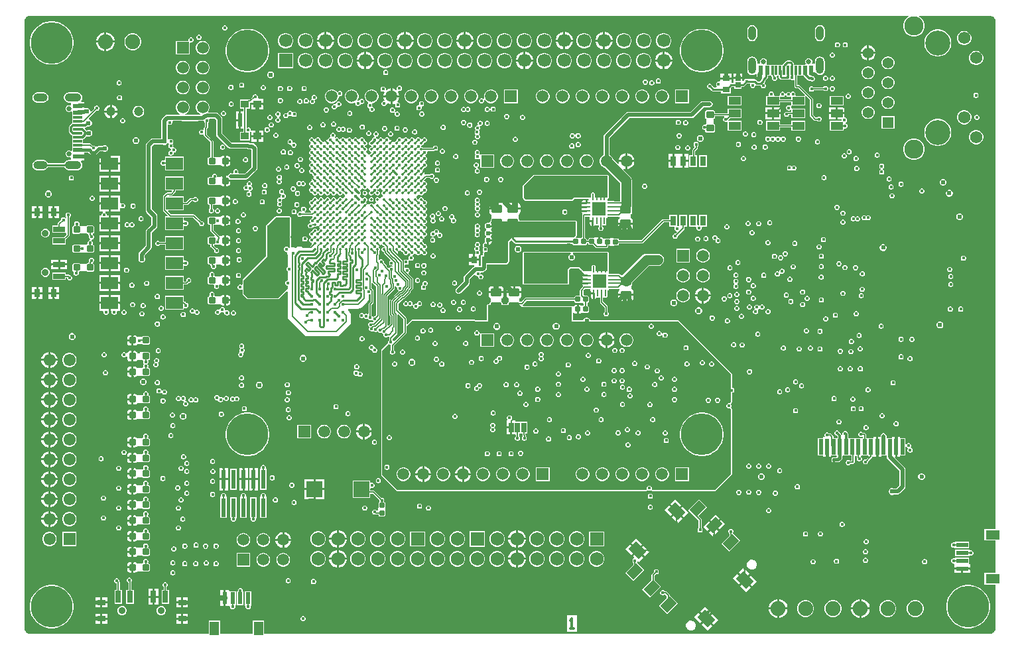
<source format=gtl>
G04*
G04 #@! TF.GenerationSoftware,Altium Limited,Altium Designer,23.10.1 (27)*
G04*
G04 Layer_Physical_Order=1*
G04 Layer_Color=255*
%FSLAX44Y44*%
%MOMM*%
G71*
G04*
G04 #@! TF.SameCoordinates,1E8E639B-A9AB-46FE-9B68-82187C007E20*
G04*
G04*
G04 #@! TF.FilePolarity,Positive*
G04*
G01*
G75*
%ADD10C,0.2540*%
%ADD15C,0.1270*%
%ADD16C,0.2032*%
%ADD18C,0.3810*%
G04:AMPARAMS|DCode=24|XSize=0.8mm|YSize=0.8mm|CornerRadius=0.1mm|HoleSize=0mm|Usage=FLASHONLY|Rotation=0.000|XOffset=0mm|YOffset=0mm|HoleType=Round|Shape=RoundedRectangle|*
%AMROUNDEDRECTD24*
21,1,0.8000,0.6000,0,0,0.0*
21,1,0.6000,0.8000,0,0,0.0*
1,1,0.2000,0.3000,-0.3000*
1,1,0.2000,-0.3000,-0.3000*
1,1,0.2000,-0.3000,0.3000*
1,1,0.2000,0.3000,0.3000*
%
%ADD24ROUNDEDRECTD24*%
%ADD25R,1.5000X0.7000*%
%ADD26R,0.8000X1.0000*%
%ADD27R,0.5001X2.0000*%
%ADD28R,2.1600X1.5200*%
%ADD29C,0.3500*%
%ADD30R,1.5000X1.0000*%
%ADD31R,0.6000X1.1500*%
%ADD32R,0.6400X0.6400*%
%ADD33R,0.9500X0.7500*%
%ADD34R,0.7600X1.2700*%
%ADD35R,1.8000X1.8000*%
%ADD36O,0.9000X0.2500*%
G04:AMPARAMS|DCode=37|XSize=1.4mm|YSize=1mm|CornerRadius=0.125mm|HoleSize=0mm|Usage=FLASHONLY|Rotation=0.000|XOffset=0mm|YOffset=0mm|HoleType=Round|Shape=RoundedRectangle|*
%AMROUNDEDRECTD37*
21,1,1.4000,0.7500,0,0,0.0*
21,1,1.1500,1.0000,0,0,0.0*
1,1,0.2500,0.5750,-0.3750*
1,1,0.2500,-0.5750,-0.3750*
1,1,0.2500,-0.5750,0.3750*
1,1,0.2500,0.5750,0.3750*
%
%ADD37ROUNDEDRECTD37*%
%ADD38O,0.2500X0.9000*%
%ADD39R,1.5500X0.6000*%
G04:AMPARAMS|DCode=40|XSize=1.9mm|YSize=1.4mm|CornerRadius=0mm|HoleSize=0mm|Usage=FLASHONLY|Rotation=135.000|XOffset=0mm|YOffset=0mm|HoleType=Round|Shape=Rectangle|*
%AMROTATEDRECTD40*
4,1,4,1.1667,-0.1768,0.1768,-1.1667,-1.1667,0.1768,-0.1768,1.1667,1.1667,-0.1768,0.0*
%
%ADD40ROTATEDRECTD40*%

G04:AMPARAMS|DCode=41|XSize=0.6mm|YSize=0.6mm|CornerRadius=0.06mm|HoleSize=0mm|Usage=FLASHONLY|Rotation=90.000|XOffset=0mm|YOffset=0mm|HoleType=Round|Shape=RoundedRectangle|*
%AMROUNDEDRECTD41*
21,1,0.6000,0.4800,0,0,90.0*
21,1,0.4800,0.6000,0,0,90.0*
1,1,0.1200,0.2400,0.2400*
1,1,0.1200,0.2400,-0.2400*
1,1,0.1200,-0.2400,-0.2400*
1,1,0.1200,-0.2400,0.2400*
%
%ADD41ROUNDEDRECTD41*%
%ADD42R,0.7500X0.9500*%
G04:AMPARAMS|DCode=43|XSize=1.7mm|YSize=1.2mm|CornerRadius=0mm|HoleSize=0mm|Usage=FLASHONLY|Rotation=45.000|XOffset=0mm|YOffset=0mm|HoleType=Round|Shape=Rectangle|*
%AMROTATEDRECTD43*
4,1,4,-0.1768,-1.0253,-1.0253,-0.1768,0.1768,1.0253,1.0253,0.1768,-0.1768,-1.0253,0.0*
%
%ADD43ROTATEDRECTD43*%

%ADD44R,1.0000X0.9000*%
%ADD45R,0.5500X1.7000*%
%ADD46R,1.1500X0.6000*%
%ADD47R,1.0000X0.8000*%
%ADD48C,0.3700*%
%ADD49R,2.0000X2.0000*%
%ADD50R,0.6000X2.4000*%
%ADD51R,0.6000X1.5500*%
%ADD52R,0.7000X1.5000*%
%ADD53R,5.7000X1.6000*%
G04:AMPARAMS|DCode=54|XSize=0.6mm|YSize=0.6mm|CornerRadius=0.06mm|HoleSize=0mm|Usage=FLASHONLY|Rotation=180.000|XOffset=0mm|YOffset=0mm|HoleType=Round|Shape=RoundedRectangle|*
%AMROUNDEDRECTD54*
21,1,0.6000,0.4800,0,0,180.0*
21,1,0.4800,0.6000,0,0,180.0*
1,1,0.1200,-0.2400,0.2400*
1,1,0.1200,0.2400,0.2400*
1,1,0.1200,0.2400,-0.2400*
1,1,0.1200,-0.2400,-0.2400*
%
%ADD54ROUNDEDRECTD54*%
%ADD55R,0.6350X1.2700*%
%ADD56R,0.3000X1.1500*%
%ADD57R,1.8000X1.2000*%
G04:AMPARAMS|DCode=58|XSize=1mm|YSize=0.9mm|CornerRadius=0.1125mm|HoleSize=0mm|Usage=FLASHONLY|Rotation=0.000|XOffset=0mm|YOffset=0mm|HoleType=Round|Shape=RoundedRectangle|*
%AMROUNDEDRECTD58*
21,1,1.0000,0.6750,0,0,0.0*
21,1,0.7750,0.9000,0,0,0.0*
1,1,0.2250,0.3875,-0.3375*
1,1,0.2250,-0.3875,-0.3375*
1,1,0.2250,-0.3875,0.3375*
1,1,0.2250,0.3875,0.3375*
%
%ADD58ROUNDEDRECTD58*%
%ADD59R,1.2000X1.8000*%
%ADD60R,1.1500X0.3000*%
%ADD89C,0.9000*%
%ADD93C,1.3900*%
%ADD99C,1.5700*%
%ADD103C,3.2000*%
%ADD104R,1.3900X1.3900*%
%ADD105C,2.4500*%
G04:AMPARAMS|DCode=106|XSize=1mm|YSize=1.8mm|CornerRadius=0.5mm|HoleSize=0mm|Usage=FLASHONLY|Rotation=180.000|XOffset=0mm|YOffset=0mm|HoleType=Round|Shape=RoundedRectangle|*
%AMROUNDEDRECTD106*
21,1,1.0000,0.8000,0,0,180.0*
21,1,0.0000,1.8000,0,0,180.0*
1,1,1.0000,0.0000,0.4000*
1,1,1.0000,0.0000,0.4000*
1,1,1.0000,0.0000,-0.4000*
1,1,1.0000,0.0000,-0.4000*
%
%ADD106ROUNDEDRECTD106*%
G04:AMPARAMS|DCode=107|XSize=1mm|YSize=2.1mm|CornerRadius=0.5mm|HoleSize=0mm|Usage=FLASHONLY|Rotation=180.000|XOffset=0mm|YOffset=0mm|HoleType=Round|Shape=RoundedRectangle|*
%AMROUNDEDRECTD107*
21,1,1.0000,1.1000,0,0,180.0*
21,1,0.0000,2.1000,0,0,180.0*
1,1,1.0000,0.0000,0.5500*
1,1,1.0000,0.0000,0.5500*
1,1,1.0000,0.0000,-0.5500*
1,1,1.0000,0.0000,-0.5500*
%
%ADD107ROUNDEDRECTD107*%
%ADD108C,0.6500*%
G04:AMPARAMS|DCode=112|XSize=1mm|YSize=2.1mm|CornerRadius=0.5mm|HoleSize=0mm|Usage=FLASHONLY|Rotation=270.000|XOffset=0mm|YOffset=0mm|HoleType=Round|Shape=RoundedRectangle|*
%AMROUNDEDRECTD112*
21,1,1.0000,1.1000,0,0,270.0*
21,1,0.0000,2.1000,0,0,270.0*
1,1,1.0000,-0.5500,0.0000*
1,1,1.0000,-0.5500,0.0000*
1,1,1.0000,0.5500,0.0000*
1,1,1.0000,0.5500,0.0000*
%
%ADD112ROUNDEDRECTD112*%
G04:AMPARAMS|DCode=113|XSize=1mm|YSize=1.8mm|CornerRadius=0.5mm|HoleSize=0mm|Usage=FLASHONLY|Rotation=270.000|XOffset=0mm|YOffset=0mm|HoleType=Round|Shape=RoundedRectangle|*
%AMROUNDEDRECTD113*
21,1,1.0000,0.8000,0,0,270.0*
21,1,0.0000,1.8000,0,0,270.0*
1,1,1.0000,-0.4000,0.0000*
1,1,1.0000,-0.4000,0.0000*
1,1,1.0000,0.4000,0.0000*
1,1,1.0000,0.4000,0.0000*
%
%ADD113ROUNDEDRECTD113*%
%ADD114C,0.6350*%
%ADD115C,0.1778*%
%ADD116C,0.1524*%
%ADD117C,0.5080*%
%ADD118C,0.3048*%
%ADD119C,1.2700*%
%ADD120R,1.5000X1.5000*%
%ADD121C,1.5000*%
%ADD122C,0.6000*%
%ADD123C,0.3556*%
%ADD124C,5.3000*%
%ADD125C,1.7000*%
%ADD126C,1.9000*%
%ADD127C,1.7272*%
%ADD128C,1.2000*%
%ADD129C,1.5500*%
%ADD130R,1.5500X1.5500*%
%ADD131R,1.7000X1.7000*%
%ADD132R,1.6764X1.6764*%
%ADD133R,1.5000X1.5000*%
%ADD134R,1.7272X1.7272*%
%ADD135C,0.4064*%
%ADD136C,0.6096*%
%ADD137C,0.6000*%
G36*
X1659494Y1074532D02*
X1660862Y1073965D01*
X1662094Y1073142D01*
X1663142Y1072094D01*
X1663965Y1070862D01*
X1664532Y1069494D01*
X1664821Y1068041D01*
Y1067300D01*
Y418870D01*
X1650890D01*
Y404330D01*
X1664821D01*
Y362870D01*
X1650890D01*
Y348330D01*
X1664821D01*
Y292700D01*
Y291959D01*
X1664532Y290506D01*
X1663965Y289138D01*
X1663142Y287906D01*
X1662094Y286858D01*
X1660862Y286035D01*
X1659494Y285468D01*
X1658041Y285179D01*
X731170D01*
Y302370D01*
X716630D01*
Y285179D01*
X675170D01*
Y302370D01*
X660630D01*
Y285179D01*
X431959D01*
X430506Y285468D01*
X429138Y286035D01*
X427906Y286858D01*
X426858Y287906D01*
X426035Y289138D01*
X425468Y290506D01*
X425179Y291959D01*
Y292700D01*
Y1067300D01*
Y1068041D01*
X425468Y1069494D01*
X426035Y1070862D01*
X426858Y1072094D01*
X427906Y1073142D01*
X429138Y1073965D01*
X430506Y1074532D01*
X431959Y1074821D01*
X1554019D01*
X1554359Y1073551D01*
X1552399Y1072419D01*
X1549881Y1069901D01*
X1548101Y1066818D01*
X1547180Y1063380D01*
Y1059820D01*
X1548101Y1056382D01*
X1549881Y1053298D01*
X1552399Y1050781D01*
X1555482Y1049001D01*
X1558920Y1048080D01*
X1562480D01*
X1565918Y1049001D01*
X1569001Y1050781D01*
X1571519Y1053298D01*
X1573299Y1056382D01*
X1574220Y1059820D01*
Y1063380D01*
X1573299Y1066818D01*
X1571519Y1069901D01*
X1569001Y1072419D01*
X1567041Y1073551D01*
X1567381Y1074821D01*
X1658041D01*
X1659494Y1074532D01*
D02*
G37*
%LPC*%
G36*
X681657Y1062302D02*
X680343D01*
X679130Y1061799D01*
X678201Y1060870D01*
X677698Y1059657D01*
Y1058343D01*
X678201Y1057130D01*
X679130Y1056201D01*
X680343Y1055698D01*
X681657D01*
X682870Y1056201D01*
X683799Y1057130D01*
X684302Y1058343D01*
Y1059657D01*
X683799Y1060870D01*
X682870Y1061799D01*
X681657Y1062302D01*
D02*
G37*
G36*
X1166553Y1053740D02*
X1166370D01*
Y1043970D01*
X1176140D01*
Y1044153D01*
X1175388Y1046961D01*
X1173934Y1049479D01*
X1171879Y1051534D01*
X1169361Y1052988D01*
X1166553Y1053740D01*
D02*
G37*
G36*
X1163830D02*
X1163647D01*
X1160839Y1052988D01*
X1158321Y1051534D01*
X1156266Y1049479D01*
X1154812Y1046961D01*
X1154060Y1044153D01*
Y1043970D01*
X1163830D01*
Y1053740D01*
D02*
G37*
G36*
X1115753D02*
X1115570D01*
Y1043970D01*
X1125340D01*
Y1044153D01*
X1124588Y1046961D01*
X1123134Y1049479D01*
X1121079Y1051534D01*
X1118561Y1052988D01*
X1115753Y1053740D01*
D02*
G37*
G36*
X1113030D02*
X1112847D01*
X1110039Y1052988D01*
X1107521Y1051534D01*
X1105466Y1049479D01*
X1104012Y1046961D01*
X1103260Y1044153D01*
Y1043970D01*
X1113030D01*
Y1053740D01*
D02*
G37*
G36*
X988753D02*
X988570D01*
Y1043970D01*
X998340D01*
Y1044153D01*
X997588Y1046961D01*
X996134Y1049479D01*
X994079Y1051534D01*
X991561Y1052988D01*
X988753Y1053740D01*
D02*
G37*
G36*
X986030D02*
X985847D01*
X983039Y1052988D01*
X980521Y1051534D01*
X978466Y1049479D01*
X977012Y1046961D01*
X976260Y1044153D01*
Y1043970D01*
X986030D01*
Y1053740D01*
D02*
G37*
G36*
X912553D02*
X912370D01*
Y1043970D01*
X922140D01*
Y1044153D01*
X921388Y1046961D01*
X919934Y1049479D01*
X917879Y1051534D01*
X915361Y1052988D01*
X912553Y1053740D01*
D02*
G37*
G36*
X909830D02*
X909647D01*
X906839Y1052988D01*
X904321Y1051534D01*
X902266Y1049479D01*
X900812Y1046961D01*
X900060Y1044153D01*
Y1043970D01*
X909830D01*
Y1053740D01*
D02*
G37*
G36*
X810953D02*
X810770D01*
Y1043970D01*
X820540D01*
Y1044153D01*
X819788Y1046961D01*
X818334Y1049479D01*
X816279Y1051534D01*
X813761Y1052988D01*
X810953Y1053740D01*
D02*
G37*
G36*
X808230D02*
X808047D01*
X805239Y1052988D01*
X802721Y1051534D01*
X800666Y1049479D01*
X799212Y1046961D01*
X798460Y1044153D01*
Y1043970D01*
X808230D01*
Y1053740D01*
D02*
G37*
G36*
X648657Y1050302D02*
X647343D01*
X646130Y1049799D01*
X645201Y1048870D01*
X644698Y1047657D01*
Y1046343D01*
X645201Y1045130D01*
X646130Y1044201D01*
X647343Y1043698D01*
X648657D01*
X649870Y1044201D01*
X650799Y1045130D01*
X651302Y1046343D01*
Y1047657D01*
X650799Y1048870D01*
X649870Y1049799D01*
X648657Y1050302D01*
D02*
G37*
G36*
X530185Y1053440D02*
X529870D01*
Y1042670D01*
X540640D01*
Y1042985D01*
X539819Y1046047D01*
X538234Y1048793D01*
X535993Y1051034D01*
X533247Y1052619D01*
X530185Y1053440D01*
D02*
G37*
G36*
X527330D02*
X527015D01*
X523953Y1052619D01*
X521207Y1051034D01*
X518966Y1048793D01*
X517381Y1046047D01*
X516560Y1042985D01*
Y1042670D01*
X527330D01*
Y1053440D01*
D02*
G37*
G36*
X1440700Y1062943D02*
X1438254Y1062456D01*
X1436180Y1061070D01*
X1434794Y1058996D01*
X1434307Y1056550D01*
Y1048550D01*
X1434794Y1046104D01*
X1436180Y1044030D01*
X1438254Y1042644D01*
X1440700Y1042157D01*
X1443146Y1042644D01*
X1445220Y1044030D01*
X1446606Y1046104D01*
X1447093Y1048550D01*
Y1056550D01*
X1446606Y1058996D01*
X1445220Y1061070D01*
X1443146Y1062456D01*
X1440700Y1062943D01*
D02*
G37*
G36*
X1354300D02*
X1351854Y1062456D01*
X1349780Y1061070D01*
X1348394Y1058996D01*
X1347907Y1056550D01*
Y1048550D01*
X1348394Y1046104D01*
X1349780Y1044030D01*
X1351854Y1042644D01*
X1354300Y1042157D01*
X1356746Y1042644D01*
X1358820Y1044030D01*
X1360206Y1046104D01*
X1360693Y1048550D01*
Y1056550D01*
X1360206Y1058996D01*
X1358820Y1061070D01*
X1356746Y1062456D01*
X1354300Y1062943D01*
D02*
G37*
G36*
X638657Y1047365D02*
X637343D01*
X636130Y1046862D01*
X635201Y1045933D01*
X634698Y1044720D01*
Y1043406D01*
X634126Y1042550D01*
X618610D01*
Y1025010D01*
X636150D01*
Y1040112D01*
X637206Y1040818D01*
X637343Y1040761D01*
X638657D01*
X639870Y1041264D01*
X640799Y1042193D01*
X641302Y1043406D01*
Y1044720D01*
X640799Y1045933D01*
X639870Y1046862D01*
X638657Y1047365D01*
D02*
G37*
G36*
X1626201Y1055220D02*
X1623799D01*
X1621480Y1054598D01*
X1619400Y1053398D01*
X1617702Y1051700D01*
X1616501Y1049620D01*
X1615880Y1047301D01*
Y1044899D01*
X1616501Y1042580D01*
X1617702Y1040500D01*
X1619400Y1038802D01*
X1621480Y1037601D01*
X1623799Y1036980D01*
X1626201D01*
X1628520Y1037601D01*
X1630600Y1038802D01*
X1632298Y1040500D01*
X1633499Y1042580D01*
X1634120Y1044899D01*
Y1047301D01*
X1633499Y1049620D01*
X1632298Y1051700D01*
X1630600Y1053398D01*
X1628520Y1054598D01*
X1626201Y1055220D01*
D02*
G37*
G36*
X1473777Y1040844D02*
X1472463D01*
X1471250Y1040342D01*
X1470321Y1039413D01*
X1469818Y1038199D01*
Y1036885D01*
X1470321Y1035672D01*
X1471250Y1034743D01*
X1472463Y1034240D01*
X1473777D01*
X1474991Y1034743D01*
X1475920Y1035672D01*
X1476422Y1036885D01*
Y1038199D01*
X1475920Y1039413D01*
X1474991Y1040342D01*
X1473777Y1040844D01*
D02*
G37*
G36*
X1463777D02*
X1462463D01*
X1461250Y1040342D01*
X1460321Y1039413D01*
X1459818Y1038199D01*
Y1036885D01*
X1460321Y1035672D01*
X1461250Y1034743D01*
X1462463Y1034240D01*
X1463777D01*
X1464991Y1034743D01*
X1465920Y1035672D01*
X1466422Y1036885D01*
Y1038199D01*
X1465920Y1039413D01*
X1464991Y1040342D01*
X1463777Y1040844D01*
D02*
G37*
G36*
X1242586Y1052470D02*
X1240014D01*
X1237529Y1051804D01*
X1235301Y1050518D01*
X1233482Y1048699D01*
X1232196Y1046471D01*
X1231530Y1043986D01*
Y1041414D01*
X1232196Y1038929D01*
X1233482Y1036701D01*
X1235301Y1034882D01*
X1237529Y1033596D01*
X1240014Y1032930D01*
X1242586D01*
X1245071Y1033596D01*
X1247299Y1034882D01*
X1249118Y1036701D01*
X1250404Y1038929D01*
X1251070Y1041414D01*
Y1043986D01*
X1250404Y1046471D01*
X1249118Y1048699D01*
X1247299Y1050518D01*
X1245071Y1051804D01*
X1242586Y1052470D01*
D02*
G37*
G36*
X1217186D02*
X1214614D01*
X1212129Y1051804D01*
X1209901Y1050518D01*
X1208082Y1048699D01*
X1206796Y1046471D01*
X1206130Y1043986D01*
Y1041414D01*
X1206796Y1038929D01*
X1208082Y1036701D01*
X1209901Y1034882D01*
X1212129Y1033596D01*
X1214614Y1032930D01*
X1217186D01*
X1219671Y1033596D01*
X1221899Y1034882D01*
X1223718Y1036701D01*
X1225004Y1038929D01*
X1225670Y1041414D01*
Y1043986D01*
X1225004Y1046471D01*
X1223718Y1048699D01*
X1221899Y1050518D01*
X1219671Y1051804D01*
X1217186Y1052470D01*
D02*
G37*
G36*
X1191786D02*
X1189214D01*
X1186729Y1051804D01*
X1184501Y1050518D01*
X1182682Y1048699D01*
X1181396Y1046471D01*
X1180730Y1043986D01*
Y1041414D01*
X1181396Y1038929D01*
X1182682Y1036701D01*
X1184501Y1034882D01*
X1186729Y1033596D01*
X1189214Y1032930D01*
X1191786D01*
X1194271Y1033596D01*
X1196499Y1034882D01*
X1198318Y1036701D01*
X1199604Y1038929D01*
X1200270Y1041414D01*
Y1043986D01*
X1199604Y1046471D01*
X1198318Y1048699D01*
X1196499Y1050518D01*
X1194271Y1051804D01*
X1191786Y1052470D01*
D02*
G37*
G36*
X1140986D02*
X1138414D01*
X1135929Y1051804D01*
X1133701Y1050518D01*
X1131882Y1048699D01*
X1130596Y1046471D01*
X1129930Y1043986D01*
Y1041414D01*
X1130596Y1038929D01*
X1131882Y1036701D01*
X1133701Y1034882D01*
X1135929Y1033596D01*
X1138414Y1032930D01*
X1140986D01*
X1143471Y1033596D01*
X1145699Y1034882D01*
X1147518Y1036701D01*
X1148804Y1038929D01*
X1149470Y1041414D01*
Y1043986D01*
X1148804Y1046471D01*
X1147518Y1048699D01*
X1145699Y1050518D01*
X1143471Y1051804D01*
X1140986Y1052470D01*
D02*
G37*
G36*
X1090186D02*
X1087614D01*
X1085129Y1051804D01*
X1082901Y1050518D01*
X1081082Y1048699D01*
X1079796Y1046471D01*
X1079130Y1043986D01*
Y1041414D01*
X1079796Y1038929D01*
X1081082Y1036701D01*
X1082901Y1034882D01*
X1085129Y1033596D01*
X1087614Y1032930D01*
X1090186D01*
X1092671Y1033596D01*
X1094899Y1034882D01*
X1096718Y1036701D01*
X1098004Y1038929D01*
X1098670Y1041414D01*
Y1043986D01*
X1098004Y1046471D01*
X1096718Y1048699D01*
X1094899Y1050518D01*
X1092671Y1051804D01*
X1090186Y1052470D01*
D02*
G37*
G36*
X1064786D02*
X1062214D01*
X1059729Y1051804D01*
X1057501Y1050518D01*
X1055682Y1048699D01*
X1054396Y1046471D01*
X1053730Y1043986D01*
Y1041414D01*
X1054396Y1038929D01*
X1055682Y1036701D01*
X1057501Y1034882D01*
X1059729Y1033596D01*
X1062214Y1032930D01*
X1064786D01*
X1067271Y1033596D01*
X1069499Y1034882D01*
X1071318Y1036701D01*
X1072604Y1038929D01*
X1073270Y1041414D01*
Y1043986D01*
X1072604Y1046471D01*
X1071318Y1048699D01*
X1069499Y1050518D01*
X1067271Y1051804D01*
X1064786Y1052470D01*
D02*
G37*
G36*
X1039386D02*
X1036814D01*
X1034329Y1051804D01*
X1032101Y1050518D01*
X1030282Y1048699D01*
X1028996Y1046471D01*
X1028330Y1043986D01*
Y1041414D01*
X1028996Y1038929D01*
X1030282Y1036701D01*
X1032101Y1034882D01*
X1034329Y1033596D01*
X1036814Y1032930D01*
X1039386D01*
X1041871Y1033596D01*
X1044099Y1034882D01*
X1045918Y1036701D01*
X1047204Y1038929D01*
X1047870Y1041414D01*
Y1043986D01*
X1047204Y1046471D01*
X1045918Y1048699D01*
X1044099Y1050518D01*
X1041871Y1051804D01*
X1039386Y1052470D01*
D02*
G37*
G36*
X1013986D02*
X1011414D01*
X1008929Y1051804D01*
X1006701Y1050518D01*
X1004882Y1048699D01*
X1003596Y1046471D01*
X1002930Y1043986D01*
Y1041414D01*
X1003596Y1038929D01*
X1004882Y1036701D01*
X1006701Y1034882D01*
X1008929Y1033596D01*
X1011414Y1032930D01*
X1013986D01*
X1016471Y1033596D01*
X1018699Y1034882D01*
X1020518Y1036701D01*
X1021804Y1038929D01*
X1022470Y1041414D01*
Y1043986D01*
X1021804Y1046471D01*
X1020518Y1048699D01*
X1018699Y1050518D01*
X1016471Y1051804D01*
X1013986Y1052470D01*
D02*
G37*
G36*
X963186D02*
X960614D01*
X958129Y1051804D01*
X955901Y1050518D01*
X954082Y1048699D01*
X952796Y1046471D01*
X952130Y1043986D01*
Y1041414D01*
X952796Y1038929D01*
X954082Y1036701D01*
X955901Y1034882D01*
X958129Y1033596D01*
X960614Y1032930D01*
X963186D01*
X965671Y1033596D01*
X967899Y1034882D01*
X969718Y1036701D01*
X971004Y1038929D01*
X971670Y1041414D01*
Y1043986D01*
X971004Y1046471D01*
X969718Y1048699D01*
X967899Y1050518D01*
X965671Y1051804D01*
X963186Y1052470D01*
D02*
G37*
G36*
X937786D02*
X935214D01*
X932729Y1051804D01*
X930501Y1050518D01*
X928682Y1048699D01*
X927396Y1046471D01*
X926730Y1043986D01*
Y1041414D01*
X927396Y1038929D01*
X928682Y1036701D01*
X930501Y1034882D01*
X932729Y1033596D01*
X935214Y1032930D01*
X937786D01*
X940271Y1033596D01*
X942499Y1034882D01*
X944318Y1036701D01*
X945604Y1038929D01*
X946270Y1041414D01*
Y1043986D01*
X945604Y1046471D01*
X944318Y1048699D01*
X942499Y1050518D01*
X940271Y1051804D01*
X937786Y1052470D01*
D02*
G37*
G36*
X886986D02*
X884414D01*
X881929Y1051804D01*
X879701Y1050518D01*
X877882Y1048699D01*
X876596Y1046471D01*
X875930Y1043986D01*
Y1041414D01*
X876596Y1038929D01*
X877882Y1036701D01*
X879701Y1034882D01*
X881929Y1033596D01*
X884414Y1032930D01*
X886986D01*
X889471Y1033596D01*
X891699Y1034882D01*
X893518Y1036701D01*
X894804Y1038929D01*
X895470Y1041414D01*
Y1043986D01*
X894804Y1046471D01*
X893518Y1048699D01*
X891699Y1050518D01*
X889471Y1051804D01*
X886986Y1052470D01*
D02*
G37*
G36*
X861586D02*
X859014D01*
X856529Y1051804D01*
X854301Y1050518D01*
X852482Y1048699D01*
X851196Y1046471D01*
X850530Y1043986D01*
Y1041414D01*
X851196Y1038929D01*
X852482Y1036701D01*
X854301Y1034882D01*
X856529Y1033596D01*
X859014Y1032930D01*
X861586D01*
X864071Y1033596D01*
X866299Y1034882D01*
X868118Y1036701D01*
X869404Y1038929D01*
X870070Y1041414D01*
Y1043986D01*
X869404Y1046471D01*
X868118Y1048699D01*
X866299Y1050518D01*
X864071Y1051804D01*
X861586Y1052470D01*
D02*
G37*
G36*
X836186D02*
X833614D01*
X831129Y1051804D01*
X828901Y1050518D01*
X827082Y1048699D01*
X825796Y1046471D01*
X825130Y1043986D01*
Y1041414D01*
X825796Y1038929D01*
X827082Y1036701D01*
X828901Y1034882D01*
X831129Y1033596D01*
X833614Y1032930D01*
X836186D01*
X838671Y1033596D01*
X840899Y1034882D01*
X842718Y1036701D01*
X844004Y1038929D01*
X844670Y1041414D01*
Y1043986D01*
X844004Y1046471D01*
X842718Y1048699D01*
X840899Y1050518D01*
X838671Y1051804D01*
X836186Y1052470D01*
D02*
G37*
G36*
X785386D02*
X782814D01*
X780329Y1051804D01*
X778101Y1050518D01*
X776282Y1048699D01*
X774996Y1046471D01*
X774330Y1043986D01*
Y1041414D01*
X774996Y1038929D01*
X776282Y1036701D01*
X778101Y1034882D01*
X780329Y1033596D01*
X782814Y1032930D01*
X785386D01*
X787871Y1033596D01*
X790099Y1034882D01*
X791918Y1036701D01*
X793204Y1038929D01*
X793870Y1041414D01*
Y1043986D01*
X793204Y1046471D01*
X791918Y1048699D01*
X790099Y1050518D01*
X787871Y1051804D01*
X785386Y1052470D01*
D02*
G37*
G36*
X759986D02*
X757414D01*
X754929Y1051804D01*
X752701Y1050518D01*
X750882Y1048699D01*
X749596Y1046471D01*
X748930Y1043986D01*
Y1041414D01*
X749596Y1038929D01*
X750882Y1036701D01*
X752701Y1034882D01*
X754929Y1033596D01*
X757414Y1032930D01*
X759986D01*
X762471Y1033596D01*
X764699Y1034882D01*
X766518Y1036701D01*
X767804Y1038929D01*
X768470Y1041414D01*
Y1043986D01*
X767804Y1046471D01*
X766518Y1048699D01*
X764699Y1050518D01*
X762471Y1051804D01*
X759986Y1052470D01*
D02*
G37*
G36*
X1176140Y1041430D02*
X1166370D01*
Y1031660D01*
X1166553D01*
X1169361Y1032412D01*
X1171879Y1033866D01*
X1173934Y1035921D01*
X1175388Y1038439D01*
X1176140Y1041247D01*
Y1041430D01*
D02*
G37*
G36*
X1163830D02*
X1154060D01*
Y1041247D01*
X1154812Y1038439D01*
X1156266Y1035921D01*
X1158321Y1033866D01*
X1160839Y1032412D01*
X1163647Y1031660D01*
X1163830D01*
Y1041430D01*
D02*
G37*
G36*
X1125340D02*
X1115570D01*
Y1031660D01*
X1115753D01*
X1118561Y1032412D01*
X1121079Y1033866D01*
X1123134Y1035921D01*
X1124588Y1038439D01*
X1125340Y1041247D01*
Y1041430D01*
D02*
G37*
G36*
X1113030D02*
X1103260D01*
Y1041247D01*
X1104012Y1038439D01*
X1105466Y1035921D01*
X1107521Y1033866D01*
X1110039Y1032412D01*
X1112847Y1031660D01*
X1113030D01*
Y1041430D01*
D02*
G37*
G36*
X998340D02*
X988570D01*
Y1031660D01*
X988753D01*
X991561Y1032412D01*
X994079Y1033866D01*
X996134Y1035921D01*
X997588Y1038439D01*
X998340Y1041247D01*
Y1041430D01*
D02*
G37*
G36*
X986030D02*
X976260D01*
Y1041247D01*
X977012Y1038439D01*
X978466Y1035921D01*
X980521Y1033866D01*
X983039Y1032412D01*
X985847Y1031660D01*
X986030D01*
Y1041430D01*
D02*
G37*
G36*
X922140D02*
X912370D01*
Y1031660D01*
X912553D01*
X915361Y1032412D01*
X917879Y1033866D01*
X919934Y1035921D01*
X921388Y1038439D01*
X922140Y1041247D01*
Y1041430D01*
D02*
G37*
G36*
X909830D02*
X900060D01*
Y1041247D01*
X900812Y1038439D01*
X902266Y1035921D01*
X904321Y1033866D01*
X906839Y1032412D01*
X909647Y1031660D01*
X909830D01*
Y1041430D01*
D02*
G37*
G36*
X820540D02*
X810770D01*
Y1031660D01*
X810953D01*
X813761Y1032412D01*
X816279Y1033866D01*
X818334Y1035921D01*
X819788Y1038439D01*
X820540Y1041247D01*
Y1041430D01*
D02*
G37*
G36*
X808230D02*
X798460D01*
Y1041247D01*
X799212Y1038439D01*
X800666Y1035921D01*
X802721Y1033866D01*
X805239Y1032412D01*
X808047Y1031660D01*
X808230D01*
Y1041430D01*
D02*
G37*
G36*
X565018Y1052170D02*
X562182D01*
X559443Y1051436D01*
X556987Y1050018D01*
X554982Y1048013D01*
X553564Y1045557D01*
X552830Y1042818D01*
Y1039982D01*
X553564Y1037243D01*
X554982Y1034787D01*
X556987Y1032782D01*
X559443Y1031364D01*
X562182Y1030630D01*
X565018D01*
X567757Y1031364D01*
X570213Y1032782D01*
X572218Y1034787D01*
X573636Y1037243D01*
X574370Y1039982D01*
Y1042818D01*
X573636Y1045557D01*
X572218Y1048013D01*
X570213Y1050018D01*
X567757Y1051436D01*
X565018Y1052170D01*
D02*
G37*
G36*
X540640Y1040130D02*
X529870D01*
Y1029360D01*
X530185D01*
X533247Y1030181D01*
X535993Y1031766D01*
X538234Y1034007D01*
X539819Y1036753D01*
X540640Y1039815D01*
Y1040130D01*
D02*
G37*
G36*
X527330D02*
X516560D01*
Y1039815D01*
X517381Y1036753D01*
X518966Y1034007D01*
X521207Y1031766D01*
X523953Y1030181D01*
X527015Y1029360D01*
X527330D01*
Y1040130D01*
D02*
G37*
G36*
X1503570Y1036784D02*
Y1028570D01*
X1511785D01*
X1511143Y1030963D01*
X1509894Y1033127D01*
X1508127Y1034894D01*
X1505963Y1036143D01*
X1503570Y1036784D01*
D02*
G37*
G36*
X1501030Y1036785D02*
X1498637Y1036143D01*
X1496473Y1034894D01*
X1494706Y1033127D01*
X1493457Y1030963D01*
X1492816Y1028570D01*
X1501030D01*
Y1036785D01*
D02*
G37*
G36*
X653935Y1042550D02*
X651625D01*
X649395Y1041952D01*
X647395Y1040798D01*
X645762Y1039165D01*
X644608Y1037165D01*
X644010Y1034935D01*
Y1032625D01*
X644608Y1030395D01*
X645762Y1028395D01*
X647395Y1026762D01*
X649395Y1025608D01*
X651625Y1025010D01*
X653935D01*
X656165Y1025608D01*
X658165Y1026762D01*
X659798Y1028395D01*
X660952Y1030395D01*
X661550Y1032625D01*
Y1034935D01*
X660952Y1037165D01*
X659798Y1039165D01*
X658165Y1040798D01*
X656165Y1041952D01*
X653935Y1042550D01*
D02*
G37*
G36*
X1592901Y1057270D02*
X1589499D01*
X1586163Y1056606D01*
X1583020Y1055304D01*
X1580191Y1053415D01*
X1577785Y1051009D01*
X1575896Y1048180D01*
X1574594Y1045038D01*
X1573930Y1041701D01*
Y1038299D01*
X1574594Y1034962D01*
X1575896Y1031820D01*
X1577785Y1028991D01*
X1580191Y1026585D01*
X1583020Y1024696D01*
X1586163Y1023394D01*
X1589499Y1022730D01*
X1592901D01*
X1596237Y1023394D01*
X1599380Y1024696D01*
X1602209Y1026585D01*
X1604615Y1028991D01*
X1606505Y1031820D01*
X1607806Y1034962D01*
X1608470Y1038299D01*
Y1041701D01*
X1607806Y1045038D01*
X1606505Y1048180D01*
X1604615Y1051009D01*
X1602209Y1053415D01*
X1599380Y1055304D01*
X1596237Y1056606D01*
X1592901Y1057270D01*
D02*
G37*
G36*
X1457300Y1027555D02*
X1455986D01*
X1454773Y1027053D01*
X1453844Y1026124D01*
X1453341Y1024910D01*
Y1023597D01*
X1453844Y1022383D01*
X1454773Y1021454D01*
X1455986Y1020952D01*
X1457300D01*
X1458514Y1021454D01*
X1459443Y1022383D01*
X1459945Y1023597D01*
Y1024910D01*
X1459443Y1026124D01*
X1458514Y1027053D01*
X1457300Y1027555D01*
D02*
G37*
G36*
X1242753Y1028340D02*
X1242570D01*
Y1018570D01*
X1252340D01*
Y1018753D01*
X1251588Y1021561D01*
X1250134Y1024079D01*
X1248079Y1026134D01*
X1245561Y1027588D01*
X1242753Y1028340D01*
D02*
G37*
G36*
X1240030D02*
X1239847D01*
X1237039Y1027588D01*
X1234521Y1026134D01*
X1232466Y1024079D01*
X1231012Y1021561D01*
X1230260Y1018753D01*
Y1018570D01*
X1240030D01*
Y1028340D01*
D02*
G37*
G36*
X1064953D02*
X1064770D01*
Y1018570D01*
X1074540D01*
Y1018753D01*
X1073788Y1021561D01*
X1072334Y1024079D01*
X1070279Y1026134D01*
X1067761Y1027588D01*
X1064953Y1028340D01*
D02*
G37*
G36*
X1062230D02*
X1062047D01*
X1059239Y1027588D01*
X1056721Y1026134D01*
X1054666Y1024079D01*
X1053212Y1021561D01*
X1052460Y1018753D01*
Y1018570D01*
X1062230D01*
Y1028340D01*
D02*
G37*
G36*
X861753D02*
X861570D01*
Y1018570D01*
X871340D01*
Y1018753D01*
X870588Y1021561D01*
X869134Y1024079D01*
X867079Y1026134D01*
X864561Y1027588D01*
X861753Y1028340D01*
D02*
G37*
G36*
X859030D02*
X858847D01*
X856039Y1027588D01*
X853521Y1026134D01*
X851466Y1024079D01*
X850012Y1021561D01*
X849260Y1018753D01*
Y1018570D01*
X859030D01*
Y1028340D01*
D02*
G37*
G36*
X1511785Y1026030D02*
X1503570D01*
Y1017815D01*
X1505963Y1018457D01*
X1508127Y1019706D01*
X1509894Y1021473D01*
X1511143Y1023637D01*
X1511785Y1026030D01*
D02*
G37*
G36*
X1501030D02*
X1492816D01*
X1493457Y1023637D01*
X1494706Y1021473D01*
X1496473Y1019706D01*
X1498637Y1018457D01*
X1501030Y1017815D01*
Y1026030D01*
D02*
G37*
G36*
X1440700Y1022643D02*
X1438254Y1022156D01*
X1436180Y1020770D01*
X1434794Y1018697D01*
X1434307Y1016250D01*
Y1013290D01*
X1431416D01*
X1430711Y1014346D01*
X1430920Y1014851D01*
Y1016649D01*
X1430232Y1018310D01*
X1428960Y1019582D01*
X1427299Y1020270D01*
X1425501D01*
X1423840Y1019582D01*
X1422568Y1018310D01*
X1421880Y1016649D01*
Y1014851D01*
X1422527Y1013290D01*
X1422078Y1012020D01*
X1407590D01*
Y1013080D01*
X1407393Y1014071D01*
X1406831Y1014911D01*
X1405181Y1016561D01*
X1404341Y1017123D01*
X1403350Y1017320D01*
X1398888D01*
X1397897Y1017123D01*
X1397057Y1016561D01*
X1393399Y1012903D01*
X1392837Y1012063D01*
X1392829Y1012020D01*
X1372922D01*
X1372473Y1013290D01*
X1373120Y1014851D01*
Y1016649D01*
X1372432Y1018310D01*
X1371160Y1019582D01*
X1369499Y1020270D01*
X1367701D01*
X1366040Y1019582D01*
X1364768Y1018310D01*
X1364080Y1016649D01*
Y1014851D01*
X1364289Y1014346D01*
X1363584Y1013290D01*
X1360693D01*
Y1016250D01*
X1360206Y1018697D01*
X1358820Y1020770D01*
X1356746Y1022156D01*
X1354300Y1022643D01*
X1351854Y1022156D01*
X1349780Y1020770D01*
X1348394Y1018697D01*
X1347907Y1016250D01*
Y1005250D01*
X1348394Y1002804D01*
X1349780Y1000730D01*
X1351854Y999344D01*
X1354300Y998857D01*
X1356746Y999344D01*
X1358690Y1000642D01*
X1359960Y1000323D01*
Y996710D01*
X1364230D01*
Y1005000D01*
X1366770D01*
Y996710D01*
X1366794D01*
X1367280Y995537D01*
X1366757Y995013D01*
X1366195Y994173D01*
X1365998Y993182D01*
Y992758D01*
X1364242Y991002D01*
X1361293D01*
X1359463Y992831D01*
X1358623Y993393D01*
X1357632Y993590D01*
X1349080D01*
X1348870Y993799D01*
X1347657Y994302D01*
X1346343D01*
X1345130Y993799D01*
X1344201Y992870D01*
X1343718Y991704D01*
X1343650Y991623D01*
X1343024Y991175D01*
X1341780Y991754D01*
Y993930D01*
X1336040D01*
X1330300D01*
Y989460D01*
X1329391Y988590D01*
X1328090D01*
Y993445D01*
X1320800D01*
X1313510D01*
Y991120D01*
X1312240Y990271D01*
X1312059Y990346D01*
X1310745D01*
X1309532Y989843D01*
X1308603Y988914D01*
X1308100Y987701D01*
Y986387D01*
X1308603Y985174D01*
X1309201Y984575D01*
X1308734Y983305D01*
X1305323D01*
X1303270Y985359D01*
X1302849Y986374D01*
X1301920Y987303D01*
X1300706Y987806D01*
X1299393D01*
X1298179Y987303D01*
X1297250Y986374D01*
X1296748Y985161D01*
Y983847D01*
X1297250Y982634D01*
X1298179Y981705D01*
X1299393Y981202D01*
X1300102D01*
X1302419Y978884D01*
X1303260Y978323D01*
X1304251Y978126D01*
X1314780D01*
Y975695D01*
X1326820D01*
Y982073D01*
X1328157Y983410D01*
X1331570D01*
Y981530D01*
X1340510D01*
Y983410D01*
X1342000D01*
X1342991Y983607D01*
X1343831Y984169D01*
X1347361Y987698D01*
X1347657D01*
X1348870Y988201D01*
X1349080Y988410D01*
X1351335D01*
X1352036Y987140D01*
X1351754Y986459D01*
Y985146D01*
X1352257Y983932D01*
X1353186Y983003D01*
X1354400Y982501D01*
X1355713D01*
X1356927Y983003D01*
X1357856Y983932D01*
X1358335Y985089D01*
X1358381Y985168D01*
X1358465Y985253D01*
X1359628Y985940D01*
X1360220Y985822D01*
X1365229D01*
X1365230Y985821D01*
Y984507D01*
X1365733Y983294D01*
X1366662Y982365D01*
X1367875Y981862D01*
X1369189D01*
X1370403Y982365D01*
X1371331Y983294D01*
X1371834Y984507D01*
Y985821D01*
X1371331Y987034D01*
X1370403Y987963D01*
X1370347Y987986D01*
X1370049Y989484D01*
X1370419Y989854D01*
X1370981Y990694D01*
X1371178Y991685D01*
Y992109D01*
X1373601Y994532D01*
X1374163Y995373D01*
X1374360Y996364D01*
Y997980D01*
X1378923D01*
Y997815D01*
X1379070Y997072D01*
X1379492Y996442D01*
X1379908Y996026D01*
X1379716Y995563D01*
Y994249D01*
X1380219Y993036D01*
X1381148Y992107D01*
X1382361Y991604D01*
X1383675D01*
X1384889Y992107D01*
X1385818Y993036D01*
X1386320Y994249D01*
Y995563D01*
X1385818Y996777D01*
X1386410Y997980D01*
X1387640D01*
Y997168D01*
X1387837Y996177D01*
X1388399Y995337D01*
X1389887Y993849D01*
X1390727Y993287D01*
X1391718Y993090D01*
X1398449D01*
X1399392Y993278D01*
X1399917Y993174D01*
X1400908Y993371D01*
X1401198Y993565D01*
X1402545Y993633D01*
X1403474Y992704D01*
X1404687Y992201D01*
X1406001D01*
X1406788Y992527D01*
X1408058Y991887D01*
Y984744D01*
X1408206Y984001D01*
X1408627Y983371D01*
X1409371Y982627D01*
X1410001Y982206D01*
X1410744Y982058D01*
X1413195D01*
X1421753Y973500D01*
X1421227Y972230D01*
X1420934Y972230D01*
X1420934Y972230D01*
X1420923Y972230D01*
X1410331D01*
X1409482Y973500D01*
X1409566Y973702D01*
Y975016D01*
X1409064Y976230D01*
X1408135Y977159D01*
X1406921Y977661D01*
X1405607D01*
X1404394Y977159D01*
X1403466Y976231D01*
X1402807Y976889D01*
X1401594Y977392D01*
X1400280D01*
X1399067Y976889D01*
X1398138Y975960D01*
X1397635Y974747D01*
Y973433D01*
X1398138Y972220D01*
X1399067Y971291D01*
X1400280Y970788D01*
X1401594D01*
X1402807Y971291D01*
X1403100Y971583D01*
X1404370Y971057D01*
Y967902D01*
X1389630D01*
Y971205D01*
X1390900Y971731D01*
X1391193Y971439D01*
X1392406Y970936D01*
X1393720D01*
X1394933Y971439D01*
X1395862Y972368D01*
X1396365Y973581D01*
Y974895D01*
X1395862Y976108D01*
X1394933Y977037D01*
X1393720Y977540D01*
X1392406D01*
X1391193Y977037D01*
X1390264Y976108D01*
X1389761Y974895D01*
Y973581D01*
X1389829Y973418D01*
X1388946Y972230D01*
X1382625D01*
X1381848Y973500D01*
X1382076Y974051D01*
Y975365D01*
X1381573Y976578D01*
X1380644Y977507D01*
X1379431Y978010D01*
X1378117D01*
X1376904Y977507D01*
X1375975Y976578D01*
X1375472Y975365D01*
Y974051D01*
X1375700Y973500D01*
X1374923Y972230D01*
X1372090D01*
Y959690D01*
X1389630D01*
Y964018D01*
X1404370D01*
Y960811D01*
X1404370Y960807D01*
Y960807D01*
X1404370Y960096D01*
X1403185Y959485D01*
X1402870Y959799D01*
X1401657Y960302D01*
X1400343D01*
X1399130Y959799D01*
X1398201Y958870D01*
X1397698Y957657D01*
Y956343D01*
X1398201Y955130D01*
X1399130Y954201D01*
X1400343Y953698D01*
X1401657D01*
X1402870Y954201D01*
X1403100Y954430D01*
X1404370Y953904D01*
Y951902D01*
X1400296D01*
X1400296Y951902D01*
X1399553Y951755D01*
X1399533Y951741D01*
X1398927Y951992D01*
X1397613D01*
X1396400Y951489D01*
X1395471Y950560D01*
X1394968Y949347D01*
Y948033D01*
X1395471Y946820D01*
X1396400Y945891D01*
X1397613Y945388D01*
X1398927D01*
X1400140Y945891D01*
X1401069Y946820D01*
X1401566Y948018D01*
X1404370D01*
Y943690D01*
X1421910D01*
Y956230D01*
X1405525D01*
X1404364Y956337D01*
X1404302Y957472D01*
Y957657D01*
X1403969Y958460D01*
X1403906Y958612D01*
X1404504Y959491D01*
X1404730Y959690D01*
X1405472Y959690D01*
X1421910D01*
X1421910Y971243D01*
Y971254D01*
Y971254D01*
X1421910Y971547D01*
X1422404Y971751D01*
X1423180Y972073D01*
X1428058Y967195D01*
Y947000D01*
X1428206Y946257D01*
X1428627Y945627D01*
X1432896Y941357D01*
X1433526Y940936D01*
X1434269Y940788D01*
X1434270Y940788D01*
X1436770D01*
X1437627Y939931D01*
X1438841Y939429D01*
X1440155D01*
X1441368Y939931D01*
X1442297Y940860D01*
X1442800Y942074D01*
Y943388D01*
X1442297Y944601D01*
X1441368Y945530D01*
X1440155Y946033D01*
X1438841D01*
X1437627Y945530D01*
X1436770Y944673D01*
X1435074D01*
X1431942Y947804D01*
Y968000D01*
X1431942Y968000D01*
X1431794Y968743D01*
X1431373Y969373D01*
X1415373Y985373D01*
X1414743Y985795D01*
X1414000Y985942D01*
X1411942D01*
Y997980D01*
X1420295D01*
X1420344Y997732D01*
X1420962Y996808D01*
X1425288Y992482D01*
X1425289Y992482D01*
X1426213Y991864D01*
X1427303Y991647D01*
X1427303Y991647D01*
X1428912D01*
X1429057Y991502D01*
X1430271Y991000D01*
X1431584D01*
X1432798Y991502D01*
X1433727Y992431D01*
X1434229Y993645D01*
Y994958D01*
X1434030Y995440D01*
X1434848Y996710D01*
X1435040D01*
Y1000323D01*
X1436310Y1000642D01*
X1438254Y999344D01*
X1440700Y998857D01*
X1443146Y999344D01*
X1445220Y1000730D01*
X1446606Y1002804D01*
X1447093Y1005250D01*
Y1016250D01*
X1446606Y1018697D01*
X1445220Y1020770D01*
X1443146Y1022156D01*
X1440700Y1022643D01*
D02*
G37*
G36*
X462186Y1067770D02*
X457814D01*
X453497Y1067086D01*
X449340Y1065735D01*
X445445Y1063751D01*
X441909Y1061182D01*
X438818Y1058091D01*
X436249Y1054555D01*
X434264Y1050660D01*
X432914Y1046503D01*
X432230Y1042186D01*
Y1037814D01*
X432914Y1033497D01*
X434264Y1029340D01*
X436249Y1025445D01*
X438818Y1021909D01*
X441909Y1018818D01*
X445445Y1016249D01*
X449340Y1014265D01*
X453497Y1012914D01*
X457814Y1012230D01*
X462186D01*
X466503Y1012914D01*
X470660Y1014265D01*
X474555Y1016249D01*
X478091Y1018818D01*
X481182Y1021909D01*
X483751Y1025445D01*
X485736Y1029340D01*
X487086Y1033497D01*
X487770Y1037814D01*
Y1042186D01*
X487086Y1046503D01*
X485736Y1050660D01*
X483751Y1054555D01*
X481182Y1058091D01*
X478091Y1061182D01*
X474555Y1063751D01*
X470660Y1065735D01*
X466503Y1067086D01*
X462186Y1067770D01*
D02*
G37*
G36*
X1641401Y1029820D02*
X1638999D01*
X1636680Y1029198D01*
X1634600Y1027998D01*
X1632902Y1026300D01*
X1631702Y1024220D01*
X1631080Y1021901D01*
Y1019499D01*
X1631702Y1017180D01*
X1632902Y1015100D01*
X1634600Y1013402D01*
X1636680Y1012202D01*
X1638999Y1011580D01*
X1641401D01*
X1643720Y1012202D01*
X1645800Y1013402D01*
X1647498Y1015100D01*
X1648698Y1017180D01*
X1649320Y1019499D01*
Y1021901D01*
X1648698Y1024220D01*
X1647498Y1026300D01*
X1645800Y1027998D01*
X1643720Y1029198D01*
X1641401Y1029820D01*
D02*
G37*
G36*
X1217186Y1027070D02*
X1214614D01*
X1212129Y1026404D01*
X1209901Y1025118D01*
X1208082Y1023299D01*
X1206796Y1021071D01*
X1206130Y1018586D01*
Y1016014D01*
X1206796Y1013529D01*
X1208082Y1011301D01*
X1209901Y1009482D01*
X1212129Y1008196D01*
X1214614Y1007530D01*
X1217186D01*
X1219671Y1008196D01*
X1221899Y1009482D01*
X1223718Y1011301D01*
X1225004Y1013529D01*
X1225670Y1016014D01*
Y1018586D01*
X1225004Y1021071D01*
X1223718Y1023299D01*
X1221899Y1025118D01*
X1219671Y1026404D01*
X1217186Y1027070D01*
D02*
G37*
G36*
X1191786D02*
X1189214D01*
X1186729Y1026404D01*
X1184501Y1025118D01*
X1182682Y1023299D01*
X1181396Y1021071D01*
X1180730Y1018586D01*
Y1016014D01*
X1181396Y1013529D01*
X1182682Y1011301D01*
X1184501Y1009482D01*
X1186729Y1008196D01*
X1189214Y1007530D01*
X1191786D01*
X1194271Y1008196D01*
X1196499Y1009482D01*
X1198318Y1011301D01*
X1199604Y1013529D01*
X1200270Y1016014D01*
Y1018586D01*
X1199604Y1021071D01*
X1198318Y1023299D01*
X1196499Y1025118D01*
X1194271Y1026404D01*
X1191786Y1027070D01*
D02*
G37*
G36*
X1166386D02*
X1163814D01*
X1161329Y1026404D01*
X1159101Y1025118D01*
X1157282Y1023299D01*
X1155996Y1021071D01*
X1155330Y1018586D01*
Y1016014D01*
X1155996Y1013529D01*
X1157282Y1011301D01*
X1159101Y1009482D01*
X1161329Y1008196D01*
X1163814Y1007530D01*
X1166386D01*
X1168871Y1008196D01*
X1171099Y1009482D01*
X1172918Y1011301D01*
X1174204Y1013529D01*
X1174870Y1016014D01*
Y1018586D01*
X1174204Y1021071D01*
X1172918Y1023299D01*
X1171099Y1025118D01*
X1168871Y1026404D01*
X1166386Y1027070D01*
D02*
G37*
G36*
X1140986D02*
X1138414D01*
X1135929Y1026404D01*
X1133701Y1025118D01*
X1131882Y1023299D01*
X1130596Y1021071D01*
X1129930Y1018586D01*
Y1016014D01*
X1130596Y1013529D01*
X1131882Y1011301D01*
X1133701Y1009482D01*
X1135929Y1008196D01*
X1138414Y1007530D01*
X1140986D01*
X1143471Y1008196D01*
X1145699Y1009482D01*
X1147518Y1011301D01*
X1148804Y1013529D01*
X1149470Y1016014D01*
Y1018586D01*
X1148804Y1021071D01*
X1147518Y1023299D01*
X1145699Y1025118D01*
X1143471Y1026404D01*
X1140986Y1027070D01*
D02*
G37*
G36*
X1115586D02*
X1113014D01*
X1110529Y1026404D01*
X1108301Y1025118D01*
X1106482Y1023299D01*
X1105196Y1021071D01*
X1104530Y1018586D01*
Y1016014D01*
X1105196Y1013529D01*
X1106482Y1011301D01*
X1108301Y1009482D01*
X1110529Y1008196D01*
X1113014Y1007530D01*
X1115586D01*
X1118071Y1008196D01*
X1120299Y1009482D01*
X1122118Y1011301D01*
X1123404Y1013529D01*
X1124070Y1016014D01*
Y1018586D01*
X1123404Y1021071D01*
X1122118Y1023299D01*
X1120299Y1025118D01*
X1118071Y1026404D01*
X1115586Y1027070D01*
D02*
G37*
G36*
X1090186D02*
X1087614D01*
X1085129Y1026404D01*
X1082901Y1025118D01*
X1081082Y1023299D01*
X1079796Y1021071D01*
X1079130Y1018586D01*
Y1016014D01*
X1079796Y1013529D01*
X1081082Y1011301D01*
X1082901Y1009482D01*
X1085129Y1008196D01*
X1087614Y1007530D01*
X1090186D01*
X1092671Y1008196D01*
X1094899Y1009482D01*
X1096718Y1011301D01*
X1098004Y1013529D01*
X1098670Y1016014D01*
Y1018586D01*
X1098004Y1021071D01*
X1096718Y1023299D01*
X1094899Y1025118D01*
X1092671Y1026404D01*
X1090186Y1027070D01*
D02*
G37*
G36*
X1039386D02*
X1036814D01*
X1034329Y1026404D01*
X1032101Y1025118D01*
X1030282Y1023299D01*
X1028996Y1021071D01*
X1028330Y1018586D01*
Y1016014D01*
X1028996Y1013529D01*
X1030282Y1011301D01*
X1032101Y1009482D01*
X1034329Y1008196D01*
X1036814Y1007530D01*
X1039386D01*
X1041871Y1008196D01*
X1044099Y1009482D01*
X1045918Y1011301D01*
X1047204Y1013529D01*
X1047870Y1016014D01*
Y1018586D01*
X1047204Y1021071D01*
X1045918Y1023299D01*
X1044099Y1025118D01*
X1041871Y1026404D01*
X1039386Y1027070D01*
D02*
G37*
G36*
X1013986D02*
X1011414D01*
X1008929Y1026404D01*
X1006701Y1025118D01*
X1004882Y1023299D01*
X1003596Y1021071D01*
X1002930Y1018586D01*
Y1016014D01*
X1003596Y1013529D01*
X1004882Y1011301D01*
X1006701Y1009482D01*
X1008929Y1008196D01*
X1011414Y1007530D01*
X1013986D01*
X1016471Y1008196D01*
X1018699Y1009482D01*
X1020518Y1011301D01*
X1021804Y1013529D01*
X1022470Y1016014D01*
Y1018586D01*
X1021804Y1021071D01*
X1020518Y1023299D01*
X1018699Y1025118D01*
X1016471Y1026404D01*
X1013986Y1027070D01*
D02*
G37*
G36*
X988586D02*
X986014D01*
X983529Y1026404D01*
X981301Y1025118D01*
X979482Y1023299D01*
X978196Y1021071D01*
X977530Y1018586D01*
Y1016014D01*
X978196Y1013529D01*
X979482Y1011301D01*
X981301Y1009482D01*
X983529Y1008196D01*
X986014Y1007530D01*
X988586D01*
X991071Y1008196D01*
X993299Y1009482D01*
X995118Y1011301D01*
X996404Y1013529D01*
X997070Y1016014D01*
Y1018586D01*
X996404Y1021071D01*
X995118Y1023299D01*
X993299Y1025118D01*
X991071Y1026404D01*
X988586Y1027070D01*
D02*
G37*
G36*
X963186D02*
X960614D01*
X958129Y1026404D01*
X955901Y1025118D01*
X954082Y1023299D01*
X952796Y1021071D01*
X952130Y1018586D01*
Y1016014D01*
X952796Y1013529D01*
X954082Y1011301D01*
X955901Y1009482D01*
X958129Y1008196D01*
X960614Y1007530D01*
X963186D01*
X965671Y1008196D01*
X967899Y1009482D01*
X969718Y1011301D01*
X971004Y1013529D01*
X971670Y1016014D01*
Y1018586D01*
X971004Y1021071D01*
X969718Y1023299D01*
X967899Y1025118D01*
X965671Y1026404D01*
X963186Y1027070D01*
D02*
G37*
G36*
X937786D02*
X935214D01*
X932729Y1026404D01*
X930501Y1025118D01*
X928682Y1023299D01*
X927396Y1021071D01*
X926730Y1018586D01*
Y1016014D01*
X927396Y1013529D01*
X928682Y1011301D01*
X930501Y1009482D01*
X932729Y1008196D01*
X935214Y1007530D01*
X937786D01*
X940271Y1008196D01*
X942499Y1009482D01*
X944318Y1011301D01*
X945604Y1013529D01*
X946270Y1016014D01*
Y1018586D01*
X945604Y1021071D01*
X944318Y1023299D01*
X942499Y1025118D01*
X940271Y1026404D01*
X937786Y1027070D01*
D02*
G37*
G36*
X912386D02*
X909814D01*
X907329Y1026404D01*
X905101Y1025118D01*
X903282Y1023299D01*
X901996Y1021071D01*
X901330Y1018586D01*
Y1016014D01*
X901996Y1013529D01*
X903282Y1011301D01*
X905101Y1009482D01*
X907329Y1008196D01*
X909814Y1007530D01*
X912386D01*
X914871Y1008196D01*
X917099Y1009482D01*
X918918Y1011301D01*
X920204Y1013529D01*
X920870Y1016014D01*
Y1018586D01*
X920204Y1021071D01*
X918918Y1023299D01*
X917099Y1025118D01*
X914871Y1026404D01*
X912386Y1027070D01*
D02*
G37*
G36*
X886986D02*
X884414D01*
X881929Y1026404D01*
X879701Y1025118D01*
X877882Y1023299D01*
X876596Y1021071D01*
X875930Y1018586D01*
Y1016014D01*
X876596Y1013529D01*
X877882Y1011301D01*
X879701Y1009482D01*
X881929Y1008196D01*
X884414Y1007530D01*
X886986D01*
X889471Y1008196D01*
X891699Y1009482D01*
X893518Y1011301D01*
X894804Y1013529D01*
X895470Y1016014D01*
Y1018586D01*
X894804Y1021071D01*
X893518Y1023299D01*
X891699Y1025118D01*
X889471Y1026404D01*
X886986Y1027070D01*
D02*
G37*
G36*
X836186D02*
X833614D01*
X831129Y1026404D01*
X828901Y1025118D01*
X827082Y1023299D01*
X825796Y1021071D01*
X825130Y1018586D01*
Y1016014D01*
X825796Y1013529D01*
X827082Y1011301D01*
X828901Y1009482D01*
X831129Y1008196D01*
X833614Y1007530D01*
X836186D01*
X838671Y1008196D01*
X840899Y1009482D01*
X842718Y1011301D01*
X844004Y1013529D01*
X844670Y1016014D01*
Y1018586D01*
X844004Y1021071D01*
X842718Y1023299D01*
X840899Y1025118D01*
X838671Y1026404D01*
X836186Y1027070D01*
D02*
G37*
G36*
X810786D02*
X808214D01*
X805729Y1026404D01*
X803501Y1025118D01*
X801682Y1023299D01*
X800396Y1021071D01*
X799730Y1018586D01*
Y1016014D01*
X800396Y1013529D01*
X801682Y1011301D01*
X803501Y1009482D01*
X805729Y1008196D01*
X808214Y1007530D01*
X810786D01*
X813271Y1008196D01*
X815499Y1009482D01*
X817318Y1011301D01*
X818604Y1013529D01*
X819270Y1016014D01*
Y1018586D01*
X818604Y1021071D01*
X817318Y1023299D01*
X815499Y1025118D01*
X813271Y1026404D01*
X810786Y1027070D01*
D02*
G37*
G36*
X785386D02*
X782814D01*
X780329Y1026404D01*
X778101Y1025118D01*
X776282Y1023299D01*
X774996Y1021071D01*
X774330Y1018586D01*
Y1016014D01*
X774996Y1013529D01*
X776282Y1011301D01*
X778101Y1009482D01*
X780329Y1008196D01*
X782814Y1007530D01*
X785386D01*
X787871Y1008196D01*
X790099Y1009482D01*
X791918Y1011301D01*
X793204Y1013529D01*
X793870Y1016014D01*
Y1018586D01*
X793204Y1021071D01*
X791918Y1023299D01*
X790099Y1025118D01*
X787871Y1026404D01*
X785386Y1027070D01*
D02*
G37*
G36*
X768470D02*
X748930D01*
Y1007530D01*
X768470D01*
Y1027070D01*
D02*
G37*
G36*
X1528782Y1022820D02*
X1526618D01*
X1524527Y1022260D01*
X1522653Y1021178D01*
X1521122Y1019647D01*
X1520040Y1017773D01*
X1519480Y1015682D01*
Y1013518D01*
X1520040Y1011427D01*
X1521122Y1009553D01*
X1522653Y1008022D01*
X1524527Y1006940D01*
X1526618Y1006380D01*
X1528782D01*
X1530873Y1006940D01*
X1532747Y1008022D01*
X1534278Y1009553D01*
X1535360Y1011427D01*
X1535920Y1013518D01*
Y1015682D01*
X1535360Y1017773D01*
X1534278Y1019647D01*
X1532747Y1021178D01*
X1530873Y1022260D01*
X1528782Y1022820D01*
D02*
G37*
G36*
X1252340Y1016030D02*
X1242570D01*
Y1006260D01*
X1242753D01*
X1245561Y1007012D01*
X1248079Y1008466D01*
X1250134Y1010521D01*
X1251588Y1013039D01*
X1252340Y1015847D01*
Y1016030D01*
D02*
G37*
G36*
X1240030D02*
X1230260D01*
Y1015847D01*
X1231012Y1013039D01*
X1232466Y1010521D01*
X1234521Y1008466D01*
X1237039Y1007012D01*
X1239847Y1006260D01*
X1240030D01*
Y1016030D01*
D02*
G37*
G36*
X1074540D02*
X1064770D01*
Y1006260D01*
X1064953D01*
X1067761Y1007012D01*
X1070279Y1008466D01*
X1072334Y1010521D01*
X1073788Y1013039D01*
X1074540Y1015847D01*
Y1016030D01*
D02*
G37*
G36*
X1062230D02*
X1052460D01*
Y1015847D01*
X1053212Y1013039D01*
X1054666Y1010521D01*
X1056721Y1008466D01*
X1059239Y1007012D01*
X1062047Y1006260D01*
X1062230D01*
Y1016030D01*
D02*
G37*
G36*
X871340D02*
X861570D01*
Y1006260D01*
X861753D01*
X864561Y1007012D01*
X867079Y1008466D01*
X869134Y1010521D01*
X870588Y1013039D01*
X871340Y1015847D01*
Y1016030D01*
D02*
G37*
G36*
X859030D02*
X849260D01*
Y1015847D01*
X850012Y1013039D01*
X851466Y1010521D01*
X853521Y1008466D01*
X856039Y1007012D01*
X858847Y1006260D01*
X859030D01*
Y1016030D01*
D02*
G37*
G36*
X1292186Y1057770D02*
X1287814D01*
X1283497Y1057086D01*
X1279340Y1055735D01*
X1275445Y1053751D01*
X1271909Y1051182D01*
X1268818Y1048091D01*
X1266249Y1044555D01*
X1264265Y1040660D01*
X1262914Y1036503D01*
X1262230Y1032186D01*
Y1027814D01*
X1262914Y1023497D01*
X1264265Y1019340D01*
X1266249Y1015445D01*
X1268818Y1011909D01*
X1271909Y1008818D01*
X1275445Y1006249D01*
X1279340Y1004265D01*
X1283497Y1002914D01*
X1287814Y1002230D01*
X1292186D01*
X1296503Y1002914D01*
X1300660Y1004265D01*
X1304555Y1006249D01*
X1308091Y1008818D01*
X1311182Y1011909D01*
X1313751Y1015445D01*
X1315735Y1019340D01*
X1317086Y1023497D01*
X1317770Y1027814D01*
Y1032186D01*
X1317086Y1036503D01*
X1315735Y1040660D01*
X1313751Y1044555D01*
X1311182Y1048091D01*
X1308091Y1051182D01*
X1304555Y1053751D01*
X1300660Y1055735D01*
X1296503Y1057086D01*
X1292186Y1057770D01*
D02*
G37*
G36*
X712186D02*
X707814D01*
X703497Y1057086D01*
X699340Y1055735D01*
X695445Y1053751D01*
X691909Y1051182D01*
X688818Y1048091D01*
X686249Y1044555D01*
X684265Y1040660D01*
X682914Y1036503D01*
X682230Y1032186D01*
Y1027814D01*
X682914Y1023497D01*
X684265Y1019340D01*
X686249Y1015445D01*
X688818Y1011909D01*
X691909Y1008818D01*
X695445Y1006249D01*
X699340Y1004265D01*
X703497Y1002914D01*
X707814Y1002230D01*
X712186D01*
X716503Y1002914D01*
X720660Y1004265D01*
X724555Y1006249D01*
X728091Y1008818D01*
X731182Y1011909D01*
X733751Y1015445D01*
X735735Y1019340D01*
X737086Y1023497D01*
X737770Y1027814D01*
Y1032186D01*
X737086Y1036503D01*
X735735Y1040660D01*
X733751Y1044555D01*
X731182Y1048091D01*
X728091Y1051182D01*
X724555Y1053751D01*
X720660Y1055735D01*
X716503Y1057086D01*
X712186Y1057770D01*
D02*
G37*
G36*
X653935Y1017150D02*
X651625D01*
X649395Y1016552D01*
X647395Y1015398D01*
X645762Y1013765D01*
X644608Y1011765D01*
X644010Y1009535D01*
Y1007225D01*
X644608Y1004995D01*
X645762Y1002995D01*
X647395Y1001362D01*
X649395Y1000208D01*
X651625Y999610D01*
X653935D01*
X656165Y1000208D01*
X658165Y1001362D01*
X659798Y1002995D01*
X660952Y1004995D01*
X661550Y1007225D01*
Y1009535D01*
X660952Y1011765D01*
X659798Y1013765D01*
X658165Y1015398D01*
X656165Y1016552D01*
X653935Y1017150D01*
D02*
G37*
G36*
X628535D02*
X626225D01*
X623995Y1016552D01*
X621995Y1015398D01*
X620362Y1013765D01*
X619208Y1011765D01*
X618610Y1009535D01*
Y1007225D01*
X619208Y1004995D01*
X620362Y1002995D01*
X621995Y1001362D01*
X623995Y1000208D01*
X626225Y999610D01*
X628535D01*
X630765Y1000208D01*
X632765Y1001362D01*
X634398Y1002995D01*
X635552Y1004995D01*
X636150Y1007225D01*
Y1009535D01*
X635552Y1011765D01*
X634398Y1013765D01*
X632765Y1015398D01*
X630765Y1016552D01*
X628535Y1017150D01*
D02*
G37*
G36*
X887117Y1005454D02*
X885803D01*
X884590Y1004951D01*
X883661Y1004022D01*
X883158Y1002809D01*
Y1001495D01*
X883661Y1000282D01*
X884590Y999353D01*
X885803Y998850D01*
X887117D01*
X888330Y999353D01*
X889259Y1000282D01*
X889762Y1001495D01*
Y1002809D01*
X889259Y1004022D01*
X888330Y1004951D01*
X887117Y1005454D01*
D02*
G37*
G36*
X1341780Y1000940D02*
X1337310D01*
Y996470D01*
X1341780D01*
Y1000940D01*
D02*
G37*
G36*
X1334770D02*
X1330300D01*
Y996470D01*
X1334770D01*
Y1000940D01*
D02*
G37*
G36*
X1328090Y1001005D02*
X1322070D01*
Y995985D01*
X1328090D01*
Y1001005D01*
D02*
G37*
G36*
X1319530D02*
X1313510D01*
Y995985D01*
X1319530D01*
Y1001005D01*
D02*
G37*
G36*
X740544Y1003684D02*
X738826D01*
X737239Y1003027D01*
X736024Y1001812D01*
X735367Y1000225D01*
Y998508D01*
X736024Y996920D01*
X737239Y995706D01*
X738826Y995049D01*
X740544D01*
X742131Y995706D01*
X743345Y996920D01*
X744003Y998508D01*
Y1000225D01*
X743345Y1001812D01*
X742131Y1003027D01*
X740544Y1003684D01*
D02*
G37*
G36*
X1503382Y1010120D02*
X1501218D01*
X1499127Y1009560D01*
X1497253Y1008478D01*
X1495722Y1006947D01*
X1494640Y1005073D01*
X1494080Y1002982D01*
Y1000818D01*
X1494640Y998727D01*
X1495722Y996853D01*
X1497253Y995322D01*
X1499127Y994240D01*
X1501218Y993680D01*
X1503382D01*
X1505473Y994240D01*
X1507347Y995322D01*
X1508878Y996853D01*
X1509960Y998727D01*
X1510520Y1000818D01*
Y1002982D01*
X1509960Y1005073D01*
X1508878Y1006947D01*
X1507347Y1008478D01*
X1505473Y1009560D01*
X1503382Y1010120D01*
D02*
G37*
G36*
X1457300Y998252D02*
X1455986D01*
X1454773Y997750D01*
X1453844Y996821D01*
X1453341Y995607D01*
Y994294D01*
X1453844Y993080D01*
X1454773Y992151D01*
X1455986Y991648D01*
X1457300D01*
X1458514Y992151D01*
X1459443Y993080D01*
X1459945Y994294D01*
Y995607D01*
X1459443Y996821D01*
X1458514Y997750D01*
X1457300Y998252D01*
D02*
G37*
G36*
X1448537D02*
X1447223D01*
X1446010Y997750D01*
X1445081Y996821D01*
X1444578Y995607D01*
Y994294D01*
X1445081Y993080D01*
X1446010Y992151D01*
X1447223Y991648D01*
X1448537D01*
X1449751Y992151D01*
X1450680Y993080D01*
X1451182Y994294D01*
Y995607D01*
X1450680Y996821D01*
X1449751Y997750D01*
X1448537Y998252D01*
D02*
G37*
G36*
X1235073Y994410D02*
X1233760D01*
X1232546Y993907D01*
X1231617Y992978D01*
X1231115Y991765D01*
Y990451D01*
X1231617Y989238D01*
X1232546Y988309D01*
X1233760Y987806D01*
X1235073D01*
X1236287Y988309D01*
X1237216Y989238D01*
X1237719Y990451D01*
Y991765D01*
X1237216Y992978D01*
X1236287Y993907D01*
X1235073Y994410D01*
D02*
G37*
G36*
X1218657Y993302D02*
X1217343D01*
X1216130Y992799D01*
X1215201Y991870D01*
X1214698Y990657D01*
Y989343D01*
X1215201Y988130D01*
X1216130Y987201D01*
X1217343Y986698D01*
X1218657D01*
X1219870Y987201D01*
X1220799Y988130D01*
X1221302Y989343D01*
Y990657D01*
X1220799Y991870D01*
X1219870Y992799D01*
X1218657Y993302D01*
D02*
G37*
G36*
X1226657Y992302D02*
X1225343D01*
X1224130Y991799D01*
X1223201Y990870D01*
X1222698Y989657D01*
Y988343D01*
X1223201Y987130D01*
X1224130Y986201D01*
X1225343Y985698D01*
X1226657D01*
X1227870Y986201D01*
X1228799Y987130D01*
X1229302Y988343D01*
Y989657D01*
X1228799Y990870D01*
X1227870Y991799D01*
X1226657Y992302D01*
D02*
G37*
G36*
X546757Y992200D02*
X545443D01*
X544230Y991697D01*
X543301Y990768D01*
X542798Y989555D01*
Y988241D01*
X543301Y987027D01*
X544230Y986098D01*
X545443Y985596D01*
X546757D01*
X547970Y986098D01*
X548899Y987027D01*
X549402Y988241D01*
Y989555D01*
X548899Y990768D01*
X547970Y991697D01*
X546757Y992200D01*
D02*
G37*
G36*
X1448537Y984964D02*
X1447223D01*
X1446010Y984462D01*
X1445081Y983533D01*
X1444974Y983273D01*
X1432396D01*
X1431870Y983799D01*
X1430657Y984302D01*
X1429343D01*
X1428130Y983799D01*
X1427201Y982870D01*
X1426698Y981657D01*
Y980343D01*
X1427201Y979130D01*
X1428130Y978201D01*
X1429343Y977698D01*
X1430657D01*
X1431870Y978201D01*
X1432799Y979130D01*
X1432907Y979389D01*
X1445484D01*
X1446010Y978863D01*
X1447223Y978360D01*
X1448537D01*
X1449751Y978863D01*
X1450680Y979792D01*
X1451182Y981005D01*
Y982319D01*
X1450680Y983533D01*
X1449751Y984462D01*
X1448537Y984964D01*
D02*
G37*
G36*
X703267Y989240D02*
X701954D01*
X700740Y988737D01*
X699811Y987809D01*
X699308Y986595D01*
Y985281D01*
X699811Y984068D01*
X700740Y983139D01*
X701954Y982636D01*
X703267D01*
X704481Y983139D01*
X705410Y984068D01*
X705912Y985281D01*
Y986595D01*
X705410Y987809D01*
X704481Y988737D01*
X703267Y989240D01*
D02*
G37*
G36*
X1528782Y997420D02*
X1526618D01*
X1524527Y996860D01*
X1522653Y995778D01*
X1521122Y994247D01*
X1520040Y992373D01*
X1519480Y990282D01*
Y988118D01*
X1520040Y986027D01*
X1521122Y984153D01*
X1522653Y982622D01*
X1524527Y981540D01*
X1526618Y980980D01*
X1528782D01*
X1530873Y981540D01*
X1532747Y982622D01*
X1534278Y984153D01*
X1535360Y986027D01*
X1535920Y988118D01*
Y990282D01*
X1535360Y992373D01*
X1534278Y994247D01*
X1532747Y995778D01*
X1530873Y996860D01*
X1528782Y997420D01*
D02*
G37*
G36*
X689680Y986437D02*
X688367D01*
X687153Y985935D01*
X686224Y985006D01*
X685722Y983792D01*
Y982478D01*
X686224Y981265D01*
X687153Y980336D01*
X688367Y979833D01*
X689680D01*
X690894Y980336D01*
X691823Y981265D01*
X692326Y982478D01*
Y983792D01*
X691823Y985006D01*
X690894Y985935D01*
X689680Y986437D01*
D02*
G37*
G36*
X904653Y985256D02*
X903339D01*
X902126Y984753D01*
X901197Y983824D01*
X900694Y982611D01*
Y981297D01*
X901003Y980552D01*
X899926Y979833D01*
X899925Y979834D01*
X897635Y981156D01*
X895082Y981840D01*
X895030D01*
Y973070D01*
X903800D01*
Y973122D01*
X903116Y975675D01*
X901830Y977902D01*
X901870Y978026D01*
X902735Y978902D01*
X903339Y978652D01*
X904653D01*
X905866Y979155D01*
X906795Y980083D01*
X907298Y981297D01*
Y982611D01*
X906795Y983824D01*
X905866Y984753D01*
X904653Y985256D01*
D02*
G37*
G36*
X730907Y986282D02*
X729593D01*
X728380Y985779D01*
X727451Y984850D01*
X726948Y983637D01*
Y982323D01*
X727451Y981110D01*
X728380Y980181D01*
X729593Y979678D01*
X730907D01*
X732120Y980181D01*
X733049Y981110D01*
X733552Y982323D01*
Y983637D01*
X733049Y984850D01*
X732120Y985779D01*
X730907Y986282D01*
D02*
G37*
G36*
X782977Y985012D02*
X781663D01*
X780450Y984509D01*
X779521Y983580D01*
X779018Y982367D01*
Y981053D01*
X779521Y979840D01*
X780450Y978911D01*
X781663Y978408D01*
X782977D01*
X784190Y978911D01*
X785119Y979840D01*
X785622Y981053D01*
Y982367D01*
X785119Y983580D01*
X784190Y984509D01*
X782977Y985012D01*
D02*
G37*
G36*
X764435D02*
X763121D01*
X761908Y984509D01*
X760979Y983580D01*
X760476Y982367D01*
Y981053D01*
X760979Y979840D01*
X761908Y978911D01*
X763121Y978408D01*
X764435D01*
X765648Y978911D01*
X766577Y979840D01*
X767080Y981053D01*
Y982367D01*
X766577Y983580D01*
X765648Y984509D01*
X764435Y985012D01*
D02*
G37*
G36*
X752577Y984964D02*
X751263D01*
X750050Y984462D01*
X749121Y983533D01*
X748618Y982319D01*
Y981005D01*
X749121Y979792D01*
X750050Y978863D01*
X751263Y978360D01*
X752577D01*
X753791Y978863D01*
X754720Y979792D01*
X755222Y981005D01*
Y982319D01*
X754720Y983533D01*
X753791Y984462D01*
X752577Y984964D01*
D02*
G37*
G36*
X1457309Y984880D02*
X1455996D01*
X1454782Y984377D01*
X1453853Y983448D01*
X1453351Y982235D01*
Y980921D01*
X1453853Y979707D01*
X1454782Y978779D01*
X1455996Y978276D01*
X1457309D01*
X1458523Y978779D01*
X1459452Y979707D01*
X1459955Y980921D01*
Y982235D01*
X1459452Y983448D01*
X1458523Y984377D01*
X1457309Y984880D01*
D02*
G37*
G36*
X653935Y991750D02*
X651625D01*
X649395Y991152D01*
X647395Y989998D01*
X645762Y988365D01*
X644608Y986365D01*
X644010Y984135D01*
Y981825D01*
X644608Y979595D01*
X645762Y977595D01*
X647395Y975962D01*
X649395Y974808D01*
X651625Y974210D01*
X653935D01*
X656165Y974808D01*
X658165Y975962D01*
X659798Y977595D01*
X660952Y979595D01*
X661550Y981825D01*
Y984135D01*
X660952Y986365D01*
X659798Y988365D01*
X658165Y989998D01*
X656165Y991152D01*
X653935Y991750D01*
D02*
G37*
G36*
X628535D02*
X626225D01*
X623995Y991152D01*
X621995Y989998D01*
X620362Y988365D01*
X619208Y986365D01*
X618610Y984135D01*
Y981825D01*
X619208Y979595D01*
X620362Y977595D01*
X621995Y975962D01*
X623995Y974808D01*
X626225Y974210D01*
X628535D01*
X630765Y974808D01*
X632765Y975962D01*
X634398Y977595D01*
X635552Y979595D01*
X636150Y981825D01*
Y984135D01*
X635552Y986365D01*
X634398Y988365D01*
X632765Y989998D01*
X630765Y991152D01*
X628535Y991750D01*
D02*
G37*
G36*
X883790Y984235D02*
X882476D01*
X881263Y983732D01*
X880334Y982803D01*
X879831Y981590D01*
Y980276D01*
X880334Y979062D01*
X881263Y978134D01*
X882476Y977631D01*
X883790D01*
X884154Y977782D01*
X885038Y976773D01*
X884404Y975675D01*
X883720Y973122D01*
Y973070D01*
X892490D01*
Y981840D01*
X892438D01*
X889885Y981156D01*
X887608Y979841D01*
X887423Y979900D01*
X886981Y980068D01*
X886435Y980470D01*
Y981590D01*
X885932Y982803D01*
X885003Y983732D01*
X883790Y984235D01*
D02*
G37*
G36*
X1640657Y976302D02*
X1639343D01*
X1638130Y975799D01*
X1637201Y974870D01*
X1636698Y973657D01*
Y972343D01*
X1637201Y971130D01*
X1638130Y970201D01*
X1639343Y969698D01*
X1640657D01*
X1641870Y970201D01*
X1642799Y971130D01*
X1643302Y972343D01*
Y973657D01*
X1642799Y974870D01*
X1641870Y975799D01*
X1640657Y976302D01*
D02*
G37*
G36*
X1477657Y975302D02*
X1476343D01*
X1475130Y974799D01*
X1474201Y973870D01*
X1473698Y972657D01*
Y971343D01*
X1474201Y970130D01*
X1475130Y969201D01*
X1476343Y968698D01*
X1477657D01*
X1478870Y969201D01*
X1479799Y970130D01*
X1480302Y971343D01*
Y972657D01*
X1479799Y973870D01*
X1478870Y974799D01*
X1477657Y975302D01*
D02*
G37*
G36*
X1503382Y984720D02*
X1501218D01*
X1499127Y984160D01*
X1497253Y983078D01*
X1495722Y981547D01*
X1494640Y979673D01*
X1494080Y977582D01*
Y975418D01*
X1494640Y973327D01*
X1495722Y971453D01*
X1497253Y969922D01*
X1499127Y968840D01*
X1501218Y968280D01*
X1503382D01*
X1505473Y968840D01*
X1507347Y969922D01*
X1508878Y971453D01*
X1509960Y973327D01*
X1510520Y975418D01*
Y977582D01*
X1509960Y979673D01*
X1508878Y981547D01*
X1507347Y983078D01*
X1505473Y984160D01*
X1503382Y984720D01*
D02*
G37*
G36*
X1021915Y980570D02*
X1019605D01*
X1017375Y979972D01*
X1015375Y978818D01*
X1013742Y977185D01*
X1012588Y975185D01*
X1011990Y972955D01*
Y970645D01*
X1012470Y968856D01*
X1011331Y968198D01*
X1010785Y968745D01*
X1009571Y969247D01*
X1008257D01*
X1007044Y968745D01*
X1006115Y967816D01*
X1005612Y966602D01*
Y965289D01*
X1006115Y964075D01*
X1007044Y963146D01*
X1008257Y962643D01*
X1009571D01*
X1010785Y963146D01*
X1011713Y964075D01*
X1012216Y965289D01*
Y966602D01*
X1013389Y967026D01*
X1013742Y966415D01*
X1015375Y964782D01*
X1017375Y963628D01*
X1019605Y963030D01*
X1021915D01*
X1024145Y963628D01*
X1026145Y964782D01*
X1027778Y966415D01*
X1028932Y968415D01*
X1029530Y970645D01*
Y972955D01*
X1028932Y975185D01*
X1027778Y977185D01*
X1026145Y978818D01*
X1024145Y979972D01*
X1021915Y980570D01*
D02*
G37*
G36*
X547407Y973150D02*
X546093D01*
X544880Y972647D01*
X543951Y971718D01*
X543448Y970505D01*
Y969191D01*
X543951Y967977D01*
X544880Y967048D01*
X546093Y966546D01*
X547407D01*
X548621Y967048D01*
X549549Y967977D01*
X550052Y969191D01*
Y970505D01*
X549549Y971718D01*
X548621Y972647D01*
X547407Y973150D01*
D02*
G37*
G36*
X449550Y976693D02*
X441550D01*
X439104Y976206D01*
X437030Y974820D01*
X435644Y972746D01*
X435157Y970300D01*
X435644Y967854D01*
X437030Y965780D01*
X439104Y964394D01*
X441550Y963907D01*
X449550D01*
X451996Y964394D01*
X454070Y965780D01*
X455456Y967854D01*
X455943Y970300D01*
X455456Y972746D01*
X454070Y974820D01*
X451996Y976206D01*
X449550Y976693D01*
D02*
G37*
G36*
X720493Y974344D02*
X719179D01*
X717966Y973841D01*
X717037Y972912D01*
X716534Y971699D01*
Y971309D01*
X712857Y967631D01*
X710621D01*
X710433Y967594D01*
X700486D01*
Y956054D01*
X704814D01*
Y952364D01*
X701776D01*
Y941324D01*
Y930284D01*
X704814D01*
Y926594D01*
X700486D01*
Y915054D01*
X713026D01*
Y925909D01*
X713682Y926565D01*
X714842Y926755D01*
D01*
X714842Y926755D01*
D01*
X715215Y926681D01*
X715216Y926665D01*
X715216Y926622D01*
Y922094D01*
X721486D01*
Y927864D01*
X716733D01*
X715551Y927868D01*
X715183Y927900D01*
X714375Y928786D01*
Y929283D01*
X713872Y930497D01*
X712943Y931425D01*
X711730Y931928D01*
X710416D01*
X709968Y931742D01*
X708698Y932580D01*
Y956054D01*
X713026D01*
Y963074D01*
X714214Y963556D01*
X714868Y963094D01*
X722756D01*
X730296D01*
Y968864D01*
X723883D01*
X723034Y970134D01*
X723138Y970385D01*
Y971699D01*
X722635Y972912D01*
X721706Y973841D01*
X720493Y974344D01*
D02*
G37*
G36*
X752577Y969645D02*
X751263D01*
X750050Y969142D01*
X749121Y968213D01*
X748618Y967000D01*
Y965686D01*
X749121Y964473D01*
X750050Y963544D01*
X751263Y963041D01*
X752577D01*
X753791Y963544D01*
X754720Y964473D01*
X755222Y965686D01*
Y967000D01*
X754720Y968213D01*
X753791Y969142D01*
X752577Y969645D01*
D02*
G37*
G36*
X1273370Y980570D02*
X1255830D01*
Y963030D01*
X1273370D01*
Y980570D01*
D02*
G37*
G36*
X1240355D02*
X1238045D01*
X1235815Y979972D01*
X1233815Y978818D01*
X1232182Y977185D01*
X1231028Y975185D01*
X1230430Y972955D01*
Y970645D01*
X1231028Y968415D01*
X1232182Y966415D01*
X1233815Y964782D01*
X1235815Y963628D01*
X1238045Y963030D01*
X1240355D01*
X1242585Y963628D01*
X1244585Y964782D01*
X1246218Y966415D01*
X1247372Y968415D01*
X1247970Y970645D01*
Y972955D01*
X1247372Y975185D01*
X1246218Y977185D01*
X1244585Y978818D01*
X1242585Y979972D01*
X1240355Y980570D01*
D02*
G37*
G36*
X1214955D02*
X1212645D01*
X1210415Y979972D01*
X1208415Y978818D01*
X1206782Y977185D01*
X1205628Y975185D01*
X1205030Y972955D01*
Y970645D01*
X1205628Y968415D01*
X1206782Y966415D01*
X1208415Y964782D01*
X1210415Y963628D01*
X1212645Y963030D01*
X1214955D01*
X1217185Y963628D01*
X1219185Y964782D01*
X1220818Y966415D01*
X1221972Y968415D01*
X1222570Y970645D01*
Y972955D01*
X1221972Y975185D01*
X1220818Y977185D01*
X1219185Y978818D01*
X1217185Y979972D01*
X1214955Y980570D01*
D02*
G37*
G36*
X1189555D02*
X1187245D01*
X1185015Y979972D01*
X1183015Y978818D01*
X1181382Y977185D01*
X1180228Y975185D01*
X1179630Y972955D01*
Y970645D01*
X1180228Y968415D01*
X1181382Y966415D01*
X1183015Y964782D01*
X1185015Y963628D01*
X1187245Y963030D01*
X1189555D01*
X1191785Y963628D01*
X1193785Y964782D01*
X1195418Y966415D01*
X1196572Y968415D01*
X1197170Y970645D01*
Y972955D01*
X1196572Y975185D01*
X1195418Y977185D01*
X1193785Y978818D01*
X1191785Y979972D01*
X1189555Y980570D01*
D02*
G37*
G36*
X1164155D02*
X1161845D01*
X1159615Y979972D01*
X1157615Y978818D01*
X1155982Y977185D01*
X1154828Y975185D01*
X1154230Y972955D01*
Y970645D01*
X1154828Y968415D01*
X1155982Y966415D01*
X1157615Y964782D01*
X1159615Y963628D01*
X1161845Y963030D01*
X1164155D01*
X1166385Y963628D01*
X1168385Y964782D01*
X1170018Y966415D01*
X1171172Y968415D01*
X1171770Y970645D01*
Y972955D01*
X1171172Y975185D01*
X1170018Y977185D01*
X1168385Y978818D01*
X1166385Y979972D01*
X1164155Y980570D01*
D02*
G37*
G36*
X1138755D02*
X1136445D01*
X1134215Y979972D01*
X1132215Y978818D01*
X1130582Y977185D01*
X1129428Y975185D01*
X1128830Y972955D01*
Y970645D01*
X1129428Y968415D01*
X1130582Y966415D01*
X1132215Y964782D01*
X1134215Y963628D01*
X1136445Y963030D01*
X1138755D01*
X1140985Y963628D01*
X1142985Y964782D01*
X1144618Y966415D01*
X1145772Y968415D01*
X1146370Y970645D01*
Y972955D01*
X1145772Y975185D01*
X1144618Y977185D01*
X1142985Y978818D01*
X1140985Y979972D01*
X1138755Y980570D01*
D02*
G37*
G36*
X1113355D02*
X1111045D01*
X1108815Y979972D01*
X1106815Y978818D01*
X1105182Y977185D01*
X1104028Y975185D01*
X1103430Y972955D01*
Y970645D01*
X1104028Y968415D01*
X1105182Y966415D01*
X1106815Y964782D01*
X1108815Y963628D01*
X1111045Y963030D01*
X1113355D01*
X1115585Y963628D01*
X1117585Y964782D01*
X1119218Y966415D01*
X1120372Y968415D01*
X1120970Y970645D01*
Y972955D01*
X1120372Y975185D01*
X1119218Y977185D01*
X1117585Y978818D01*
X1115585Y979972D01*
X1113355Y980570D01*
D02*
G37*
G36*
X1087955D02*
X1085645D01*
X1083415Y979972D01*
X1081415Y978818D01*
X1079782Y977185D01*
X1078628Y975185D01*
X1078030Y972955D01*
Y970645D01*
X1078628Y968415D01*
X1079782Y966415D01*
X1081415Y964782D01*
X1083415Y963628D01*
X1085645Y963030D01*
X1087955D01*
X1090185Y963628D01*
X1092185Y964782D01*
X1093818Y966415D01*
X1094972Y968415D01*
X1095570Y970645D01*
Y972955D01*
X1094972Y975185D01*
X1093818Y977185D01*
X1092185Y978818D01*
X1090185Y979972D01*
X1087955Y980570D01*
D02*
G37*
G36*
X1054930D02*
X1037390D01*
Y963030D01*
X1054930D01*
Y980570D01*
D02*
G37*
G36*
X996515D02*
X994205D01*
X991975Y979972D01*
X989975Y978818D01*
X988342Y977185D01*
X987188Y975185D01*
X986590Y972955D01*
Y970645D01*
X987188Y968415D01*
X988342Y966415D01*
X989975Y964782D01*
X991975Y963628D01*
X994205Y963030D01*
X996515D01*
X998745Y963628D01*
X1000745Y964782D01*
X1002378Y966415D01*
X1003532Y968415D01*
X1004130Y970645D01*
Y972955D01*
X1003532Y975185D01*
X1002378Y977185D01*
X1000745Y978818D01*
X998745Y979972D01*
X996515Y980570D01*
D02*
G37*
G36*
X971115D02*
X968805D01*
X966575Y979972D01*
X964575Y978818D01*
X962942Y977185D01*
X961788Y975185D01*
X961190Y972955D01*
Y970645D01*
X961788Y968415D01*
X962942Y966415D01*
X964575Y964782D01*
X966575Y963628D01*
X968805Y963030D01*
X971115D01*
X973345Y963628D01*
X975345Y964782D01*
X976978Y966415D01*
X978132Y968415D01*
X978730Y970645D01*
Y972955D01*
X978132Y975185D01*
X976978Y977185D01*
X975345Y978818D01*
X973345Y979972D01*
X971115Y980570D01*
D02*
G37*
G36*
X945715D02*
X943405D01*
X941175Y979972D01*
X939175Y978818D01*
X937542Y977185D01*
X936388Y975185D01*
X935790Y972955D01*
Y970645D01*
X936388Y968415D01*
X937542Y966415D01*
X939175Y964782D01*
X941175Y963628D01*
X943405Y963030D01*
X945715D01*
X947945Y963628D01*
X949945Y964782D01*
X951578Y966415D01*
X952732Y968415D01*
X953330Y970645D01*
Y972955D01*
X952732Y975185D01*
X951578Y977185D01*
X949945Y978818D01*
X947945Y979972D01*
X945715Y980570D01*
D02*
G37*
G36*
X920315D02*
X918005D01*
X915775Y979972D01*
X913775Y978818D01*
X912142Y977185D01*
X910988Y975185D01*
X910390Y972955D01*
Y970645D01*
X910988Y968415D01*
X912142Y966415D01*
X913775Y964782D01*
X915775Y963628D01*
X918005Y963030D01*
X920315D01*
X922545Y963628D01*
X924545Y964782D01*
X926178Y966415D01*
X927332Y968415D01*
X927930Y970645D01*
Y972955D01*
X927332Y975185D01*
X926178Y977185D01*
X924545Y978818D01*
X922545Y979972D01*
X920315Y980570D01*
D02*
G37*
G36*
X818715D02*
X816405D01*
X814175Y979972D01*
X812175Y978818D01*
X810542Y977185D01*
X809388Y975185D01*
X808790Y972955D01*
Y970645D01*
X809388Y968415D01*
X810542Y966415D01*
X812175Y964782D01*
X814175Y963628D01*
X816405Y963030D01*
X818715D01*
X820945Y963628D01*
X822945Y964782D01*
X824578Y966415D01*
X825732Y968415D01*
X826330Y970645D01*
Y971236D01*
X827186Y971808D01*
X828499D01*
X829713Y972311D01*
X830642Y973240D01*
X831144Y974453D01*
Y975767D01*
X830642Y976981D01*
X829713Y977909D01*
X828499Y978412D01*
X827186D01*
X825972Y977909D01*
X825752Y977690D01*
X824694Y977235D01*
X824083Y977680D01*
X822945Y978818D01*
X820945Y979972D01*
X818715Y980570D01*
D02*
G37*
G36*
X785558Y969008D02*
X784245D01*
X783031Y968506D01*
X782102Y967577D01*
X781600Y966363D01*
Y965050D01*
X782102Y963836D01*
X783031Y962907D01*
X784245Y962404D01*
X785558D01*
X786772Y962907D01*
X787701Y963836D01*
X788204Y965050D01*
Y966363D01*
X787701Y967577D01*
X786772Y968506D01*
X785558Y969008D01*
D02*
G37*
G36*
X777684Y968629D02*
X776371D01*
X775157Y968126D01*
X774228Y967197D01*
X773726Y965984D01*
Y964670D01*
X774228Y963457D01*
X775157Y962528D01*
X776371Y962025D01*
X777684D01*
X778898Y962528D01*
X779827Y963457D01*
X780330Y964670D01*
Y965984D01*
X779827Y967197D01*
X778898Y968126D01*
X777684Y968629D01*
D02*
G37*
G36*
X795742Y973656D02*
X794429D01*
X793215Y973154D01*
X792286Y972225D01*
X791784Y971011D01*
Y969697D01*
X791827Y969593D01*
X792119Y968444D01*
X790905Y967941D01*
X789976Y967012D01*
X789474Y965799D01*
Y964485D01*
X789976Y963271D01*
X790905Y962343D01*
X792119Y961840D01*
X793432D01*
X794646Y962343D01*
X795575Y963271D01*
X796078Y964485D01*
Y965799D01*
X796034Y965903D01*
X795742Y967052D01*
X796956Y967555D01*
X797885Y968484D01*
X798388Y969697D01*
Y971011D01*
X797885Y972225D01*
X796956Y973154D01*
X795742Y973656D01*
D02*
G37*
G36*
X892490Y970530D02*
X883720D01*
Y970478D01*
X884404Y967925D01*
X884899Y967068D01*
X884165Y965798D01*
X883812D01*
X882598Y965296D01*
X881669Y964367D01*
X881167Y963153D01*
Y961840D01*
X881669Y960626D01*
X882598Y959697D01*
X883812Y959194D01*
X885125D01*
X886339Y959697D01*
X887268Y960626D01*
X887770Y961840D01*
Y962198D01*
X889041Y962932D01*
X889885Y962444D01*
X892438Y961760D01*
X892490D01*
Y970530D01*
D02*
G37*
G36*
X827051Y965068D02*
X825737D01*
X824524Y964565D01*
X823595Y963636D01*
X823092Y962423D01*
X821822Y961603D01*
X821443Y961760D01*
X820129D01*
X818915Y961257D01*
X817987Y960328D01*
X817484Y959115D01*
Y957801D01*
X817987Y956588D01*
X818915Y955659D01*
X820129Y955156D01*
X821443D01*
X822656Y955659D01*
X823585Y956588D01*
X824088Y957801D01*
X825358Y958621D01*
X825737Y958464D01*
X827051D01*
X828265Y958967D01*
X829193Y959895D01*
X829696Y961109D01*
Y962423D01*
X829193Y963636D01*
X828265Y964565D01*
X827051Y965068D01*
D02*
G37*
G36*
X492850Y976693D02*
X481850D01*
X479403Y976206D01*
X477330Y974820D01*
X475944Y972746D01*
X475457Y970300D01*
X475944Y967854D01*
X477330Y965780D01*
X479403Y964394D01*
X481850Y963907D01*
X484810D01*
Y961016D01*
X483754Y960311D01*
X483249Y960520D01*
X481451D01*
X479790Y959832D01*
X478518Y958560D01*
X477830Y956899D01*
Y955101D01*
X478518Y953440D01*
X479790Y952168D01*
X481451Y951480D01*
X483249D01*
X484810Y952126D01*
X486080Y951678D01*
Y946830D01*
Y937286D01*
X485809Y937232D01*
X484884Y936614D01*
X484884Y936614D01*
X482542Y934272D01*
X481924Y933347D01*
X481707Y932257D01*
X481707Y932257D01*
Y926943D01*
X481707Y926943D01*
X481924Y925853D01*
X482542Y924928D01*
X484884Y922586D01*
X484884Y922586D01*
X485808Y921968D01*
X486080Y921914D01*
Y911830D01*
Y902522D01*
X484810Y902074D01*
X483249Y902720D01*
X481451D01*
X479790Y902032D01*
X478518Y900760D01*
X477830Y899099D01*
Y897301D01*
X478518Y895640D01*
X479790Y894368D01*
X481451Y893680D01*
X483249D01*
X483754Y893889D01*
X484810Y893184D01*
Y890293D01*
X481850D01*
X479403Y889806D01*
X477330Y888420D01*
X476040Y886490D01*
X455360D01*
X454070Y888420D01*
X451996Y889806D01*
X449550Y890293D01*
X441550D01*
X439104Y889806D01*
X437030Y888420D01*
X435644Y886346D01*
X435157Y883900D01*
X435644Y881454D01*
X437030Y879380D01*
X439104Y877994D01*
X441550Y877507D01*
X449550D01*
X451996Y877994D01*
X454070Y879380D01*
X455360Y881310D01*
X476040D01*
X477330Y879380D01*
X479403Y877994D01*
X481850Y877507D01*
X492850D01*
X495296Y877994D01*
X497370Y879380D01*
X498756Y881454D01*
X499243Y883900D01*
X498756Y886346D01*
X497458Y888290D01*
X497777Y889560D01*
X501390D01*
Y893830D01*
X493100D01*
Y896370D01*
X501390D01*
Y899863D01*
X506785D01*
X508634Y898014D01*
X509684Y897312D01*
X510923Y897066D01*
X515237D01*
X516476Y897312D01*
X517526Y898014D01*
X521275Y901763D01*
X524631D01*
X525054Y901339D01*
X526641Y900682D01*
X528359D01*
X529946Y901339D01*
X531161Y902554D01*
X531818Y904141D01*
Y905859D01*
X531161Y907446D01*
X529946Y908661D01*
X528359Y909318D01*
X526641D01*
X525054Y908661D01*
X524631Y908237D01*
X519934D01*
X518695Y907991D01*
X517645Y907289D01*
X517395Y907039D01*
X515897Y907337D01*
X515879Y907380D01*
X514950Y908309D01*
X513737Y908812D01*
X512525D01*
X510364Y910973D01*
X509733Y911394D01*
X508990Y911542D01*
X500120D01*
Y916862D01*
X500775Y916992D01*
X501699Y917610D01*
X504284Y920195D01*
X505376Y920899D01*
X506963Y920242D01*
X508681D01*
X510268Y920899D01*
X511483Y922114D01*
X512140Y923701D01*
Y925419D01*
X511483Y927006D01*
X510268Y928221D01*
X508681Y928878D01*
X506963D01*
X505376Y928221D01*
X505043Y927887D01*
X502425Y930505D01*
X502951Y931775D01*
X503254D01*
X503254Y931775D01*
X504344Y931992D01*
X505269Y932610D01*
X506006Y933347D01*
X506186Y933272D01*
X507904D01*
X509491Y933929D01*
X510705Y935144D01*
X511363Y936731D01*
Y938449D01*
X510705Y940036D01*
X509491Y941251D01*
X507904Y941908D01*
X507606D01*
X507080Y943178D01*
X516998Y953096D01*
X518144D01*
X519358Y953599D01*
X520287Y954528D01*
X520790Y955742D01*
Y957055D01*
X520287Y958269D01*
X519358Y959198D01*
X518144Y959700D01*
X516831D01*
X515617Y959198D01*
X514688Y958269D01*
X514186Y957055D01*
Y955777D01*
X510588Y952180D01*
X509318Y952706D01*
Y953359D01*
X508661Y954946D01*
X507446Y956161D01*
X505859Y956818D01*
X504141D01*
X503095Y956385D01*
X502500D01*
X502372Y956359D01*
X501390Y957165D01*
Y957830D01*
X493100D01*
Y960370D01*
X501390D01*
Y964640D01*
X497777D01*
X497458Y965910D01*
X498756Y967854D01*
X499243Y970300D01*
X498756Y972746D01*
X497370Y974820D01*
X495296Y976206D01*
X492850Y976693D01*
D02*
G37*
G36*
X1470910Y972230D02*
X1453370D01*
Y959690D01*
X1470910D01*
Y972230D01*
D02*
G37*
G36*
X1340630D02*
X1323090D01*
Y959690D01*
X1340630D01*
Y972230D01*
D02*
G37*
G36*
X844115Y980570D02*
X841805D01*
X839575Y979972D01*
X837575Y978818D01*
X835942Y977185D01*
X834788Y975185D01*
X834190Y972955D01*
Y970645D01*
X834788Y968415D01*
X835942Y966415D01*
X837575Y964782D01*
X839575Y963628D01*
X841805Y963030D01*
X844115D01*
X846345Y963628D01*
X846425Y963674D01*
X846625Y963613D01*
X847598Y962885D01*
Y962003D01*
X848101Y960790D01*
X849030Y959861D01*
X850243Y959358D01*
X851557D01*
X852770Y959861D01*
X853699Y960790D01*
X853843Y961136D01*
X855323Y961898D01*
X856637D01*
X857850Y962401D01*
X858779Y963330D01*
X859282Y964543D01*
Y965857D01*
X858779Y967070D01*
X857850Y967999D01*
X856637Y968502D01*
X855323D01*
X854110Y967999D01*
X853181Y967070D01*
X853037Y966723D01*
X851557Y965962D01*
X851183D01*
X850449Y967232D01*
X851132Y968415D01*
X851730Y970645D01*
Y972955D01*
X851132Y975185D01*
X849978Y977185D01*
X848345Y978818D01*
X846345Y979972D01*
X844115Y980570D01*
D02*
G37*
G36*
X689790Y965082D02*
X688477D01*
X687263Y964579D01*
X686334Y963651D01*
X685832Y962437D01*
Y961123D01*
X686334Y959910D01*
X687263Y958981D01*
X688477Y958478D01*
X689790D01*
X691004Y958981D01*
X691933Y959910D01*
X692436Y961123D01*
Y962437D01*
X691933Y963651D01*
X691004Y964579D01*
X689790Y965082D01*
D02*
G37*
G36*
X903800Y970530D02*
X895030D01*
Y961760D01*
X895082D01*
X897481Y962403D01*
X897925Y962098D01*
X898464Y961456D01*
X898367Y961222D01*
Y959908D01*
X898869Y958695D01*
X899798Y957766D01*
X901012Y957263D01*
X902326D01*
X903539Y957766D01*
X904468Y958695D01*
X904971Y959908D01*
Y961222D01*
X904468Y962436D01*
X903539Y963364D01*
X902326Y963867D01*
X901822D01*
X901296Y965137D01*
X901794Y965635D01*
X903116Y967925D01*
X903800Y970478D01*
Y970530D01*
D02*
G37*
G36*
X1440155Y963032D02*
X1438841D01*
X1437627Y962530D01*
X1436698Y961601D01*
X1436196Y960387D01*
Y959073D01*
X1436698Y957860D01*
X1437627Y956931D01*
X1438841Y956428D01*
X1440155D01*
X1441368Y956931D01*
X1442297Y957860D01*
X1442800Y959073D01*
Y960387D01*
X1442297Y961601D01*
X1441368Y962530D01*
X1440155Y963032D01*
D02*
G37*
G36*
X1024277Y958723D02*
X1022963D01*
X1021750Y958220D01*
X1020821Y957291D01*
X1020418Y956320D01*
X1019538Y956152D01*
X1019096Y956194D01*
X1018799Y956910D01*
X1017870Y957839D01*
X1016657Y958342D01*
X1015343D01*
X1014130Y957839D01*
X1013201Y956910D01*
X1012698Y955697D01*
Y954383D01*
X1013201Y953170D01*
X1014130Y952241D01*
X1015343Y951738D01*
X1016657D01*
X1017870Y952241D01*
X1018799Y953170D01*
X1019202Y954141D01*
X1020082Y954309D01*
X1020524Y954267D01*
X1020821Y953551D01*
X1021750Y952622D01*
X1022963Y952119D01*
X1024277D01*
X1025490Y952622D01*
X1026419Y953551D01*
X1026922Y954764D01*
Y956078D01*
X1026419Y957291D01*
X1025490Y958220D01*
X1024277Y958723D01*
D02*
G37*
G36*
X1528782Y972020D02*
X1526618D01*
X1524527Y971460D01*
X1522653Y970378D01*
X1521122Y968847D01*
X1520040Y966973D01*
X1519480Y964882D01*
Y962718D01*
X1520040Y960627D01*
X1521122Y958753D01*
X1522653Y957222D01*
X1524527Y956140D01*
X1526618Y955580D01*
X1528782D01*
X1530873Y956140D01*
X1532747Y957222D01*
X1534278Y958753D01*
X1535360Y960627D01*
X1535920Y962718D01*
Y964882D01*
X1535360Y966973D01*
X1534278Y968847D01*
X1532747Y970378D01*
X1530873Y971460D01*
X1528782Y972020D01*
D02*
G37*
G36*
X730296Y960554D02*
X724026D01*
Y954784D01*
X730296D01*
Y960554D01*
D02*
G37*
G36*
X721486D02*
X715216D01*
Y954784D01*
X721486D01*
Y960554D01*
D02*
G37*
G36*
X932781Y965605D02*
X931467D01*
X930253Y965103D01*
X929325Y964174D01*
X928822Y962960D01*
Y961646D01*
X928889Y961484D01*
X928487Y960883D01*
X927982Y960356D01*
X926981Y959942D01*
X926052Y959013D01*
X925549Y957799D01*
Y956486D01*
X926052Y955272D01*
X926981Y954343D01*
X928195Y953840D01*
X929508D01*
X930722Y954343D01*
X931651Y955272D01*
X932153Y956486D01*
Y957799D01*
X932086Y957962D01*
X932488Y958563D01*
X932994Y959090D01*
X933994Y959504D01*
X934923Y960433D01*
X935426Y961646D01*
Y962960D01*
X934923Y964174D01*
X933994Y965103D01*
X932781Y965605D01*
D02*
G37*
G36*
X537008Y960747D02*
Y953516D01*
X544239D01*
X543696Y955542D01*
X542572Y957490D01*
X540982Y959080D01*
X539034Y960204D01*
X537008Y960747D01*
D02*
G37*
G36*
X534468Y960747D02*
X532442Y960204D01*
X530494Y959080D01*
X528904Y957490D01*
X527780Y955542D01*
X527237Y953516D01*
X534468D01*
Y960747D01*
D02*
G37*
G36*
X869515Y980570D02*
X867205D01*
X864975Y979972D01*
X862975Y978818D01*
X861342Y977185D01*
X860188Y975185D01*
X859590Y972955D01*
Y970645D01*
X860188Y968415D01*
X861342Y966415D01*
X862975Y964782D01*
X864008Y964186D01*
X864097Y963757D01*
X864047Y962697D01*
X863341Y961990D01*
X862838Y960777D01*
Y959463D01*
X863341Y958250D01*
X864270Y957321D01*
X864701Y957142D01*
X865431Y955824D01*
Y954510D01*
X865933Y953297D01*
X866862Y952368D01*
X868076Y951865D01*
X869389D01*
X870603Y952368D01*
X871532Y953297D01*
X872035Y954510D01*
Y955824D01*
X871532Y957037D01*
X870603Y957966D01*
X870171Y958145D01*
X869442Y959463D01*
Y960777D01*
X869035Y961760D01*
X869361Y962623D01*
X869658Y963068D01*
X871745Y963628D01*
X873745Y964782D01*
X875378Y966415D01*
X876532Y968415D01*
X877130Y970645D01*
Y972955D01*
X876532Y975185D01*
X875378Y977185D01*
X873745Y978818D01*
X871745Y979972D01*
X869515Y980570D01*
D02*
G37*
G36*
X986566Y958342D02*
X985252D01*
X984039Y957839D01*
X983110Y956910D01*
X982607Y955697D01*
Y954383D01*
X983110Y953170D01*
X984039Y952241D01*
X985252Y951738D01*
X986566D01*
X987779Y952241D01*
X988562Y953024D01*
X989372Y952214D01*
X990586Y951711D01*
X991900D01*
X993113Y952214D01*
X994042Y953142D01*
X994545Y954356D01*
Y955670D01*
X994042Y956883D01*
X993113Y957812D01*
X991900Y958315D01*
X990586D01*
X989372Y957812D01*
X988589Y957029D01*
X987779Y957839D01*
X986566Y958342D01*
D02*
G37*
G36*
X1472180Y957500D02*
X1463410D01*
Y951230D01*
X1472180D01*
Y957500D01*
D02*
G37*
G36*
X1460870D02*
X1452100D01*
Y951230D01*
X1460870D01*
Y957500D01*
D02*
G37*
G36*
X1390900D02*
X1382130D01*
Y951230D01*
X1390900D01*
Y957500D01*
D02*
G37*
G36*
X1379590D02*
X1370820D01*
Y951230D01*
X1379590D01*
Y957500D01*
D02*
G37*
G36*
X811340Y957738D02*
X810026D01*
X808812Y957236D01*
X807883Y956307D01*
X807381Y955093D01*
Y953780D01*
X807883Y952566D01*
X808812Y951637D01*
X810026Y951134D01*
X811340D01*
X812553Y951637D01*
X813482Y952566D01*
X813985Y953780D01*
Y955093D01*
X813482Y956307D01*
X812553Y957236D01*
X811340Y957738D01*
D02*
G37*
G36*
X1340630Y956230D02*
X1323090D01*
Y950242D01*
X1306797D01*
Y951675D01*
X1306611Y952609D01*
X1306082Y953402D01*
X1305289Y953931D01*
X1304355Y954117D01*
X1296605D01*
X1295670Y953931D01*
X1294878Y953402D01*
X1294349Y952609D01*
X1294163Y951675D01*
Y944925D01*
X1294349Y943990D01*
X1294878Y943198D01*
X1295480Y942796D01*
Y936804D01*
X1294878Y936402D01*
X1294349Y935610D01*
X1294298Y935355D01*
X1294216Y935311D01*
X1292902D01*
X1291689Y934808D01*
X1290760Y933879D01*
X1290257Y932665D01*
Y931352D01*
X1290760Y930138D01*
X1291689Y929209D01*
X1292902Y928707D01*
X1294163D01*
Y927925D01*
X1294349Y926991D01*
X1294878Y926198D01*
X1295670Y925669D01*
X1296605Y925483D01*
X1304355D01*
X1305289Y925669D01*
X1306082Y926198D01*
X1306611Y926991D01*
X1306797Y927925D01*
Y934675D01*
X1306611Y935610D01*
X1306082Y936402D01*
X1305480Y936804D01*
Y942796D01*
X1306082Y943198D01*
X1306611Y943990D01*
X1306797Y944925D01*
Y946358D01*
X1318298D01*
X1318609Y945356D01*
X1318624Y945088D01*
X1317747Y944210D01*
X1317244Y942997D01*
Y941683D01*
X1317747Y940470D01*
X1318676Y939541D01*
X1319889Y939038D01*
X1321203D01*
X1321820Y939294D01*
X1323090Y938555D01*
Y927690D01*
X1340630D01*
Y940230D01*
X1324621D01*
X1323772Y941500D01*
X1323848Y941683D01*
Y941701D01*
X1325837Y943690D01*
X1340630D01*
Y956230D01*
D02*
G37*
G36*
X765106Y953302D02*
X763792D01*
X762579Y952799D01*
X761650Y951870D01*
X761147Y950657D01*
X759877Y950211D01*
X759657Y950302D01*
X758343D01*
X757130Y949799D01*
X756201Y948870D01*
X755698Y947657D01*
Y946343D01*
X756201Y945130D01*
X757130Y944201D01*
X758343Y943698D01*
X759657D01*
X760870Y944201D01*
X761799Y945130D01*
X762302Y946343D01*
X763572Y946789D01*
X763792Y946698D01*
X765106D01*
X766320Y947201D01*
X766694Y947126D01*
X766821Y946820D01*
X767750Y945891D01*
X768963Y945388D01*
X770277D01*
X771490Y945891D01*
X772419Y946820D01*
X772922Y948033D01*
Y949347D01*
X772419Y950560D01*
X771490Y951489D01*
X770277Y951992D01*
X768963D01*
X767750Y951489D01*
X767376Y951564D01*
X767249Y951870D01*
X766320Y952799D01*
X765106Y953302D01*
D02*
G37*
G36*
X653935Y966350D02*
X651625D01*
X649395Y965752D01*
X647395Y964598D01*
X645762Y962965D01*
X644608Y960965D01*
X644010Y958735D01*
Y956425D01*
X644608Y954195D01*
X645762Y952195D01*
X647395Y950562D01*
X649395Y949408D01*
X649443Y949395D01*
X649276Y948125D01*
X646827D01*
X646250Y948364D01*
X644532D01*
X643486Y947930D01*
X630159D01*
X629992Y949200D01*
X630765Y949408D01*
X632765Y950562D01*
X634398Y952195D01*
X635552Y954195D01*
X636150Y956425D01*
Y958735D01*
X635552Y960965D01*
X634398Y962965D01*
X632765Y964598D01*
X630765Y965752D01*
X628535Y966350D01*
X626225D01*
X623995Y965752D01*
X621995Y964598D01*
X620362Y962965D01*
X619208Y960965D01*
X618610Y958735D01*
Y956425D01*
X619208Y954195D01*
X620362Y952195D01*
X621995Y950562D01*
X622886Y950048D01*
X623334Y948359D01*
X623242Y948199D01*
X607290D01*
X605804Y947903D01*
X604543Y947061D01*
X601253Y943771D01*
X600411Y942511D01*
X600115Y941024D01*
Y917885D01*
X589000D01*
X587513Y917589D01*
X586253Y916747D01*
X581253Y911747D01*
X580411Y910487D01*
X580115Y909000D01*
Y826000D01*
X580411Y824513D01*
X581253Y823253D01*
X587115Y817391D01*
Y807609D01*
X581111Y801605D01*
X580269Y800345D01*
X579973Y798858D01*
Y780467D01*
X572253Y772747D01*
X571411Y771487D01*
X571115Y770000D01*
Y765905D01*
X570682Y764859D01*
Y763141D01*
X571339Y761554D01*
X572554Y760339D01*
X574141Y759682D01*
X575859D01*
X577446Y760339D01*
X578661Y761554D01*
X579318Y763141D01*
Y764859D01*
X578885Y765905D01*
Y768391D01*
X586605Y776111D01*
X587447Y777371D01*
X587743Y778858D01*
Y797249D01*
X593747Y803253D01*
X594589Y804513D01*
X594885Y806000D01*
Y819000D01*
X594589Y820487D01*
X593747Y821747D01*
X587885Y827609D01*
Y907391D01*
X590609Y910115D01*
X602095D01*
X603141Y909682D01*
X604859D01*
X606446Y910339D01*
X607661Y911554D01*
X607937Y912220D01*
X609209D01*
X610035Y911250D01*
X609341Y910555D01*
X608838Y909342D01*
Y908028D01*
X609341Y906815D01*
X610270Y905886D01*
X611483Y905383D01*
X612034D01*
X612860Y904139D01*
X612648Y903627D01*
Y902500D01*
X611521D01*
X610308Y901998D01*
X609379Y901069D01*
X608876Y899855D01*
Y898541D01*
X609379Y897328D01*
X610308Y896399D01*
X611521Y895896D01*
X612835D01*
X614049Y896399D01*
X614978Y897328D01*
X615480Y898541D01*
Y899668D01*
X616607D01*
X617820Y900171D01*
X618749Y901100D01*
X619252Y902313D01*
Y903627D01*
X618749Y904840D01*
X617820Y905769D01*
X616607Y906272D01*
X616056D01*
X615230Y907516D01*
X615442Y908028D01*
Y909342D01*
X614939Y910555D01*
X614143Y911352D01*
X614939Y912149D01*
X615442Y913362D01*
Y914676D01*
X614939Y915889D01*
X614010Y916818D01*
X612797Y917321D01*
X611483D01*
X610270Y916818D01*
X610053Y916601D01*
X608354Y916572D01*
X607885Y917051D01*
Y935050D01*
X608643Y935453D01*
X609155Y935633D01*
X610271Y935170D01*
X611584D01*
X612798Y935673D01*
X613727Y936602D01*
X614230Y937816D01*
Y939129D01*
X614217Y939160D01*
X615065Y940430D01*
X625596D01*
X626946Y940161D01*
X643486D01*
X644532Y939728D01*
X646250D01*
X647766Y940356D01*
X653328D01*
X653695Y940428D01*
X654485Y939780D01*
X654988Y938566D01*
X655748Y937806D01*
Y933342D01*
X654963Y932557D01*
X654541Y931927D01*
X654394Y931183D01*
Y929412D01*
X654000Y929108D01*
X653124Y928736D01*
X652167Y929132D01*
X650853D01*
X649640Y928629D01*
X648711Y927700D01*
X648208Y926487D01*
Y925173D01*
X648711Y923960D01*
X649640Y923031D01*
X650853Y922528D01*
X652167D01*
X653124Y922924D01*
X654076Y922520D01*
X654394Y922286D01*
X654541Y921543D01*
X654963Y920913D01*
X662658Y913218D01*
Y894314D01*
X661600D01*
X660714Y894138D01*
X659963Y893637D01*
X659462Y892886D01*
X659286Y892000D01*
Y886000D01*
X659462Y885114D01*
X659963Y884363D01*
X660714Y883862D01*
X661600Y883686D01*
X667600D01*
X668486Y883862D01*
X668693Y884000D01*
X675679D01*
X676048Y883448D01*
X677219Y882665D01*
X678600Y882391D01*
X680330D01*
Y889000D01*
Y895609D01*
X678600D01*
X677219Y895335D01*
X676048Y894552D01*
X675679Y894000D01*
X668693D01*
X668486Y894138D01*
X667600Y894314D01*
X666542D01*
Y914022D01*
X666395Y914766D01*
X665973Y915396D01*
X658278Y923091D01*
Y930379D01*
X659063Y931164D01*
X659485Y931794D01*
X659632Y932537D01*
Y937627D01*
X659657Y937638D01*
X660586Y938566D01*
X661089Y939780D01*
Y941094D01*
X660778Y941845D01*
X661438Y943115D01*
X668391D01*
X670115Y941391D01*
Y923000D01*
X670411Y921513D01*
X671253Y920253D01*
X685568Y905938D01*
X686828Y905096D01*
X688315Y904800D01*
X709689D01*
X710271Y904411D01*
X711758Y904115D01*
X714415D01*
X715115Y903415D01*
Y881609D01*
X706706Y873200D01*
X699106D01*
X698258Y874470D01*
X698414Y874847D01*
Y876161D01*
X697911Y877374D01*
X696982Y878303D01*
X695769Y878806D01*
X694455D01*
X693241Y878303D01*
X692313Y877374D01*
X691810Y876161D01*
Y874847D01*
X691966Y874470D01*
X691118Y873200D01*
X690153D01*
X690140Y873208D01*
X688654Y873503D01*
X687167Y873208D01*
X685907Y872366D01*
X685065Y871105D01*
X684876Y870154D01*
X684600Y870209D01*
X682870D01*
Y864870D01*
X688275D01*
X688958Y865430D01*
X708315D01*
X709802Y865726D01*
X711062Y866568D01*
X721747Y877253D01*
X722589Y878513D01*
X722885Y880000D01*
Y905024D01*
X722589Y906511D01*
X721747Y907771D01*
X718771Y910747D01*
X717511Y911589D01*
X716024Y911885D01*
X713142D01*
X712560Y912274D01*
X711073Y912570D01*
X689924D01*
X677885Y924609D01*
Y943000D01*
X677589Y944487D01*
X676747Y945747D01*
X672747Y949747D01*
X671487Y950589D01*
X670000Y950885D01*
X660147D01*
X659661Y952058D01*
X659798Y952195D01*
X660952Y954195D01*
X661550Y956425D01*
Y958735D01*
X660952Y960965D01*
X659798Y962965D01*
X658165Y964598D01*
X656165Y965752D01*
X653935Y966350D01*
D02*
G37*
G36*
X841280Y953328D02*
X839966D01*
X838753Y952825D01*
X837824Y951896D01*
X837321Y950683D01*
Y949369D01*
X837824Y948155D01*
X838753Y947226D01*
X839966Y946724D01*
X841280D01*
X842494Y947226D01*
X843422Y948155D01*
X843925Y949369D01*
Y950683D01*
X843422Y951896D01*
X842494Y952825D01*
X841280Y953328D01*
D02*
G37*
G36*
X680107Y953214D02*
X678793D01*
X677580Y952712D01*
X676651Y951783D01*
X676148Y950569D01*
Y949255D01*
X676651Y948042D01*
X677580Y947113D01*
X678793Y946610D01*
X680107D01*
X681320Y947113D01*
X682249Y948042D01*
X682752Y949255D01*
Y950569D01*
X682249Y951783D01*
X681320Y952712D01*
X680107Y953214D01*
D02*
G37*
G36*
X933070Y952592D02*
X931756D01*
X930542Y952089D01*
X929613Y951160D01*
X929111Y949947D01*
Y948633D01*
X929613Y947420D01*
X930542Y946491D01*
X931756Y945988D01*
X933070D01*
X934283Y946491D01*
X935212Y947420D01*
X935715Y948633D01*
Y949947D01*
X935212Y951160D01*
X934283Y952089D01*
X933070Y952592D01*
D02*
G37*
G36*
X895657Y957302D02*
X894343D01*
X893130Y956799D01*
X892201Y955870D01*
X891698Y954657D01*
Y953343D01*
X892201Y952130D01*
X893130Y951201D01*
X894343Y950698D01*
X895657D01*
X896870Y951201D01*
X897214Y951544D01*
X898201Y950860D01*
X898022Y950429D01*
X897698Y949646D01*
Y948333D01*
X898201Y947119D01*
X899130Y946190D01*
X900343Y945687D01*
X901657D01*
X902870Y946190D01*
X903799Y947119D01*
X904302Y948333D01*
Y949646D01*
X903799Y950860D01*
X902870Y951789D01*
X901657Y952291D01*
X900343D01*
X899130Y951789D01*
X898786Y951445D01*
X897799Y952130D01*
X897978Y952561D01*
X898302Y953343D01*
Y954657D01*
X897799Y955870D01*
X896870Y956799D01*
X895657Y957302D01*
D02*
G37*
G36*
X571695Y959516D02*
X569781D01*
X567932Y959021D01*
X566274Y958063D01*
X564921Y956710D01*
X563963Y955052D01*
X563468Y953203D01*
Y951289D01*
X563963Y949440D01*
X564921Y947782D01*
X566274Y946429D01*
X567932Y945471D01*
X569781Y944976D01*
X571695D01*
X573544Y945471D01*
X575202Y946429D01*
X576555Y947782D01*
X577513Y949440D01*
X578008Y951289D01*
Y953203D01*
X577513Y955052D01*
X576555Y956710D01*
X575202Y958063D01*
X573544Y959021D01*
X571695Y959516D01*
D02*
G37*
G36*
X544239Y950976D02*
X537008D01*
Y943745D01*
X539034Y944288D01*
X540982Y945412D01*
X542572Y947002D01*
X543696Y948950D01*
X544239Y950976D01*
D02*
G37*
G36*
X534468D02*
X527237D01*
X527780Y948950D01*
X528904Y947002D01*
X530494Y945412D01*
X532442Y944288D01*
X534468Y943745D01*
Y950976D01*
D02*
G37*
G36*
X1503382Y959320D02*
X1501218D01*
X1499127Y958760D01*
X1497253Y957678D01*
X1495722Y956147D01*
X1494640Y954273D01*
X1494080Y952182D01*
Y950018D01*
X1494640Y947927D01*
X1495722Y946053D01*
X1497253Y944522D01*
X1499127Y943440D01*
X1501218Y942880D01*
X1503382D01*
X1505473Y943440D01*
X1507347Y944522D01*
X1508878Y946053D01*
X1509960Y947927D01*
X1510520Y950018D01*
Y952182D01*
X1509960Y954273D01*
X1508878Y956147D01*
X1507347Y957678D01*
X1505473Y958760D01*
X1503382Y959320D01*
D02*
G37*
G36*
X1041657Y949302D02*
X1040343D01*
X1039130Y948799D01*
X1038201Y947870D01*
X1037698Y946657D01*
Y945343D01*
X1038201Y944130D01*
X1039130Y943201D01*
X1040343Y942698D01*
X1041657D01*
X1042870Y943201D01*
X1043799Y944130D01*
X1044302Y945343D01*
Y946657D01*
X1043799Y947870D01*
X1042870Y948799D01*
X1041657Y949302D01*
D02*
G37*
G36*
X699236Y952364D02*
X695216D01*
Y942594D01*
X699236D01*
Y952364D01*
D02*
G37*
G36*
X1460870Y948690D02*
X1452100D01*
Y942420D01*
X1460870D01*
Y948690D01*
D02*
G37*
G36*
X1390900D02*
X1382130D01*
Y942420D01*
X1390900D01*
Y948690D01*
D02*
G37*
G36*
X1379590D02*
X1370820D01*
Y942420D01*
X1379590D01*
Y948690D01*
D02*
G37*
G36*
X1641657Y948302D02*
X1640343D01*
X1639130Y947799D01*
X1638201Y946870D01*
X1637698Y945657D01*
Y944343D01*
X1638201Y943130D01*
X1639130Y942201D01*
X1640343Y941698D01*
X1641657D01*
X1642870Y942201D01*
X1643799Y943130D01*
X1644302Y944343D01*
Y945657D01*
X1643799Y946870D01*
X1642870Y947799D01*
X1641657Y948302D01*
D02*
G37*
G36*
X1061657D02*
X1060343D01*
X1059130Y947799D01*
X1058201Y946870D01*
X1057698Y945657D01*
Y944343D01*
X1058201Y943130D01*
X1059130Y942201D01*
X1060343Y941698D01*
X1061657D01*
X1062870Y942201D01*
X1063799Y943130D01*
X1064302Y944343D01*
Y945657D01*
X1063799Y946870D01*
X1062870Y947799D01*
X1061657Y948302D01*
D02*
G37*
G36*
X739255Y947936D02*
X737942D01*
X736728Y947434D01*
X735799Y946505D01*
X735296Y945291D01*
Y943978D01*
X735799Y942764D01*
X736728Y941835D01*
X737942Y941332D01*
X739255D01*
X740469Y941835D01*
X741398Y942764D01*
X741900Y943978D01*
Y945291D01*
X741398Y946505D01*
X740469Y947434D01*
X739255Y947936D01*
D02*
G37*
G36*
X749635Y952158D02*
X748322D01*
X747108Y951656D01*
X746179Y950727D01*
X745676Y949513D01*
Y948199D01*
X746179Y946986D01*
X747108Y946057D01*
X747786Y945776D01*
Y944401D01*
X747090Y944113D01*
X746161Y943184D01*
X745658Y941971D01*
Y940657D01*
X746161Y939443D01*
X747090Y938514D01*
X748304Y938012D01*
X749617D01*
X750831Y938514D01*
X751760Y939443D01*
X752262Y940657D01*
Y941971D01*
X751760Y943184D01*
X750831Y944113D01*
X750153Y944394D01*
Y945769D01*
X750849Y946057D01*
X751778Y946986D01*
X752280Y948199D01*
Y949513D01*
X751778Y950727D01*
X750849Y951656D01*
X749635Y952158D01*
D02*
G37*
G36*
X551357Y944084D02*
X550043D01*
X548829Y943581D01*
X547901Y942652D01*
X547398Y941439D01*
Y940125D01*
X547901Y938912D01*
X548829Y937983D01*
X550043Y937480D01*
X551357D01*
X552570Y937983D01*
X553499Y938912D01*
X554002Y940125D01*
Y941439D01*
X553499Y942652D01*
X552570Y943581D01*
X551357Y944084D01*
D02*
G37*
G36*
X1421910Y940230D02*
X1404370D01*
Y935902D01*
X1389630D01*
Y940230D01*
X1372090D01*
Y927690D01*
X1389630D01*
Y932018D01*
X1404370D01*
Y927690D01*
X1421910D01*
Y940230D01*
D02*
G37*
G36*
X1626201Y954120D02*
X1623799D01*
X1621480Y953499D01*
X1619400Y952298D01*
X1617702Y950600D01*
X1616501Y948520D01*
X1615880Y946201D01*
Y943799D01*
X1616501Y941480D01*
X1617702Y939400D01*
X1619400Y937702D01*
X1621480Y936501D01*
X1623799Y935880D01*
X1626201D01*
X1628520Y936501D01*
X1630600Y937702D01*
X1632298Y939400D01*
X1633499Y941480D01*
X1634120Y943799D01*
Y946201D01*
X1633499Y948520D01*
X1632298Y950600D01*
X1630600Y952298D01*
X1628520Y953499D01*
X1626201Y954120D01*
D02*
G37*
G36*
X1364810Y941803D02*
X1363497D01*
X1362283Y941301D01*
X1361354Y940372D01*
X1360851Y939158D01*
Y937844D01*
X1361354Y936631D01*
X1362283Y935702D01*
X1363497Y935199D01*
X1364810D01*
X1366024Y935702D01*
X1366953Y936631D01*
X1367455Y937844D01*
Y939158D01*
X1366953Y940372D01*
X1366024Y941301D01*
X1364810Y941803D01*
D02*
G37*
G36*
X1260577D02*
X1259263D01*
X1258050Y941301D01*
X1257121Y940372D01*
X1256618Y939158D01*
Y937844D01*
X1257121Y936631D01*
X1258050Y935702D01*
X1259263Y935199D01*
X1260577D01*
X1261791Y935702D01*
X1262720Y936631D01*
X1263222Y937844D01*
Y939158D01*
X1262720Y940372D01*
X1261791Y941301D01*
X1260577Y941803D01*
D02*
G37*
G36*
X986566Y941698D02*
X985252D01*
X984039Y941195D01*
X983110Y940266D01*
X982607Y939053D01*
Y937739D01*
X983110Y936526D01*
X984039Y935597D01*
X985252Y935094D01*
X986566D01*
X987779Y935597D01*
X988708Y936526D01*
X989211Y937739D01*
Y939053D01*
X988708Y940266D01*
X987779Y941195D01*
X986566Y941698D01*
D02*
G37*
G36*
X1269990Y941217D02*
X1268677D01*
X1267463Y940714D01*
X1266534Y939785D01*
X1266031Y938571D01*
Y937258D01*
X1266534Y936044D01*
X1267463Y935115D01*
X1268677Y934613D01*
X1269990D01*
X1271204Y935115D01*
X1272133Y936044D01*
X1272635Y937258D01*
Y938571D01*
X1272133Y939785D01*
X1271204Y940714D01*
X1269990Y941217D01*
D02*
G37*
G36*
X1016657Y940562D02*
X1015343D01*
X1014130Y940059D01*
X1013201Y939130D01*
X1012698Y937917D01*
Y936603D01*
X1013201Y935390D01*
X1014130Y934461D01*
X1015343Y933958D01*
X1016657D01*
X1017870Y934461D01*
X1018799Y935390D01*
X1019302Y936603D01*
Y937917D01*
X1018799Y939130D01*
X1017870Y940059D01*
X1016657Y940562D01*
D02*
G37*
G36*
X820487Y939444D02*
X819174D01*
X817960Y938941D01*
X817031Y938012D01*
X816528Y936799D01*
Y935485D01*
X817031Y934272D01*
X817960Y933343D01*
X819174Y932840D01*
X820487D01*
X821701Y933343D01*
X822630Y934272D01*
X823132Y935485D01*
Y936799D01*
X822630Y938012D01*
X821701Y938941D01*
X820487Y939444D01*
D02*
G37*
G36*
X806934Y938592D02*
X805621D01*
X804407Y938090D01*
X803478Y937161D01*
X802976Y935947D01*
Y934633D01*
X803478Y933420D01*
X804407Y932491D01*
X805621Y931988D01*
X806934D01*
X808148Y932491D01*
X809077Y933420D01*
X809580Y934633D01*
Y935947D01*
X809077Y937161D01*
X808148Y938090D01*
X806934Y938592D01*
D02*
G37*
G36*
X740931Y938477D02*
X739618D01*
X738404Y937974D01*
X737475Y937045D01*
X736973Y935832D01*
Y934518D01*
X737475Y933305D01*
X738404Y932376D01*
X739618Y931873D01*
X740931D01*
X742145Y932376D01*
X743074Y933305D01*
X743577Y934518D01*
Y935832D01*
X743074Y937045D01*
X742145Y937974D01*
X740931Y938477D01*
D02*
G37*
G36*
X832784Y933053D02*
X831470D01*
X830257Y932551D01*
X829460Y931754D01*
X828663Y932551D01*
X827450Y933053D01*
X826136D01*
X824923Y932551D01*
X823994Y931622D01*
X823491Y930408D01*
Y929094D01*
X823994Y927881D01*
X824923Y926952D01*
X826136Y926449D01*
X827450D01*
X828663Y926952D01*
X829460Y927748D01*
X830257Y926952D01*
X831470Y926449D01*
X832784D01*
X833997Y926952D01*
X834926Y927881D01*
X835429Y929094D01*
Y930408D01*
X834926Y931622D01*
X833997Y932551D01*
X832784Y933053D01*
D02*
G37*
G36*
X994406Y938346D02*
X993092D01*
X991879Y937843D01*
X990950Y936915D01*
X990447Y935701D01*
Y934387D01*
X990950Y933174D01*
X991879Y932245D01*
X993092Y931742D01*
X994406D01*
X995620Y932245D01*
X996549Y933174D01*
X997051Y934387D01*
Y935701D01*
X996549Y936915D01*
X995620Y937843D01*
X994406Y938346D01*
D02*
G37*
G36*
X1472180Y948690D02*
X1463410D01*
Y942420D01*
X1468616D01*
X1468819Y942117D01*
Y940803D01*
X1468436Y940230D01*
X1453370D01*
Y927690D01*
X1470910D01*
Y929853D01*
X1472180Y930702D01*
X1472286Y930658D01*
X1473599D01*
X1474813Y931161D01*
X1475742Y932090D01*
X1476244Y933303D01*
Y934617D01*
X1475742Y935831D01*
X1474813Y936759D01*
X1473766Y937193D01*
X1473616Y937778D01*
X1473640Y938515D01*
X1473991Y938661D01*
X1474920Y939590D01*
X1475423Y940803D01*
Y942117D01*
X1474920Y943331D01*
X1473991Y944259D01*
X1472778Y944762D01*
X1472180D01*
Y948690D01*
D02*
G37*
G36*
X699236Y940054D02*
X695216D01*
Y930284D01*
X699236D01*
Y940054D01*
D02*
G37*
G36*
X1535920Y946620D02*
X1519480D01*
Y930180D01*
X1535920D01*
Y946620D01*
D02*
G37*
G36*
X857284Y935876D02*
X855970D01*
X854757Y935374D01*
X853828Y934445D01*
X853325Y933231D01*
Y931917D01*
X853828Y930704D01*
X854757Y929775D01*
X855970Y929272D01*
X857284D01*
X858498Y929775D01*
X859426Y930704D01*
X859929Y931917D01*
Y933231D01*
X859426Y934445D01*
X858498Y935374D01*
X857284Y935876D01*
D02*
G37*
G36*
X960533Y935238D02*
X959219D01*
X958006Y934735D01*
X957077Y933807D01*
X956574Y932593D01*
Y931279D01*
X957077Y930066D01*
X958006Y929137D01*
X959219Y928634D01*
X960533D01*
X961747Y929137D01*
X962675Y930066D01*
X963178Y931279D01*
Y932593D01*
X962675Y933807D01*
X961747Y934735D01*
X960533Y935238D01*
D02*
G37*
G36*
X790257Y935210D02*
X788943D01*
X787729Y934707D01*
X786801Y933778D01*
X786298Y932565D01*
Y931251D01*
X786801Y930038D01*
X787729Y929109D01*
X788943Y928606D01*
X790257D01*
X791470Y929109D01*
X792399Y930038D01*
X792902Y931251D01*
Y932565D01*
X792399Y933778D01*
X791470Y934707D01*
X790257Y935210D01*
D02*
G37*
G36*
X901485Y934212D02*
X900171D01*
X898958Y933709D01*
X898029Y932780D01*
X897526Y931567D01*
Y930253D01*
X898029Y929040D01*
X898958Y928111D01*
X900171Y927608D01*
X901485D01*
X902698Y928111D01*
X903627Y929040D01*
X904130Y930253D01*
Y931567D01*
X903627Y932780D01*
X902698Y933709D01*
X901485Y934212D01*
D02*
G37*
G36*
X885832Y934000D02*
X884519D01*
X883305Y933498D01*
X882376Y932569D01*
X881873Y931355D01*
Y930042D01*
X882376Y928828D01*
X883305Y927899D01*
X884519Y927396D01*
X885832D01*
X887046Y927899D01*
X887975Y928828D01*
X888477Y930042D01*
Y931355D01*
X887975Y932569D01*
X887046Y933498D01*
X885832Y934000D01*
D02*
G37*
G36*
X911899Y932327D02*
X910585D01*
X909372Y931824D01*
X908443Y930895D01*
X907940Y929682D01*
Y928368D01*
X908443Y927154D01*
X909372Y926226D01*
X910585Y925723D01*
X911899D01*
X913112Y926226D01*
X914041Y927154D01*
X914544Y928368D01*
Y929682D01*
X914041Y930895D01*
X913112Y931824D01*
X911899Y932327D01*
D02*
G37*
G36*
X735657Y932302D02*
X734343D01*
X733130Y931799D01*
X732201Y930870D01*
X731698Y929657D01*
Y928343D01*
X732201Y927130D01*
X733130Y926201D01*
X734343Y925698D01*
X735657D01*
X736870Y926201D01*
X737799Y927130D01*
X738302Y928343D01*
Y929657D01*
X737799Y930870D01*
X736870Y931799D01*
X735657Y932302D01*
D02*
G37*
G36*
X840658Y931672D02*
X839344D01*
X838131Y931169D01*
X837202Y930240D01*
X836699Y929027D01*
Y927713D01*
X837202Y926500D01*
X838131Y925571D01*
X839344Y925068D01*
X840658D01*
X841871Y925571D01*
X842800Y926500D01*
X843303Y927713D01*
Y929027D01*
X842800Y930240D01*
X841871Y931169D01*
X840658Y931672D01*
D02*
G37*
G36*
X924134Y929507D02*
X922821D01*
X921607Y929005D01*
X920678Y928076D01*
X920176Y926862D01*
Y925548D01*
X920678Y924335D01*
X921607Y923406D01*
X922821Y922903D01*
X924134D01*
X925348Y923406D01*
X926277Y924335D01*
X926780Y925548D01*
Y926862D01*
X926277Y928076D01*
X925348Y929005D01*
X924134Y929507D01*
D02*
G37*
G36*
X1132707Y924688D02*
X1131393D01*
X1130180Y924185D01*
X1129251Y923256D01*
X1129007Y922669D01*
X1127633D01*
X1127389Y923256D01*
X1126460Y924185D01*
X1125247Y924688D01*
X1123933D01*
X1122720Y924185D01*
X1121791Y923256D01*
X1121288Y922043D01*
Y920729D01*
X1121791Y919516D01*
X1122720Y918587D01*
X1123933Y918084D01*
X1125247D01*
X1126460Y918587D01*
X1127389Y919516D01*
X1127633Y920103D01*
X1129007D01*
X1129251Y919516D01*
X1130180Y918587D01*
X1131393Y918084D01*
X1132707D01*
X1133921Y918587D01*
X1134849Y919516D01*
X1135352Y920729D01*
Y922043D01*
X1134849Y923256D01*
X1133921Y924185D01*
X1132707Y924688D01*
D02*
G37*
G36*
X724026Y927864D02*
Y922094D01*
X730296D01*
Y927864D01*
X724026D01*
D02*
G37*
G36*
X865527Y927862D02*
X864213D01*
X863000Y927359D01*
X862071Y926430D01*
X861568Y925217D01*
Y923903D01*
X862071Y922690D01*
X863000Y921761D01*
X864213Y921258D01*
X865527D01*
X866740Y921761D01*
X867669Y922690D01*
X868172Y923903D01*
Y925217D01*
X867669Y926430D01*
X866740Y927359D01*
X865527Y927862D01*
D02*
G37*
G36*
X1346130Y926920D02*
X1344816D01*
X1343603Y926417D01*
X1342674Y925488D01*
X1342171Y924275D01*
Y922961D01*
X1342674Y921747D01*
X1343603Y920818D01*
X1344816Y920316D01*
X1346130D01*
X1347343Y920818D01*
X1348272Y921747D01*
X1348775Y922961D01*
Y924275D01*
X1348272Y925488D01*
X1347343Y926417D01*
X1346130Y926920D01*
D02*
G37*
G36*
X893370Y926811D02*
X892057D01*
X890843Y926308D01*
X889914Y925379D01*
X889412Y924166D01*
Y922852D01*
X889914Y921638D01*
X890843Y920710D01*
X892057Y920207D01*
X893370D01*
X894584Y920710D01*
X895513Y921638D01*
X896016Y922852D01*
Y924166D01*
X895513Y925379D01*
X894584Y926308D01*
X893370Y926811D01*
D02*
G37*
G36*
X1357017Y925943D02*
X1355703D01*
X1354490Y925440D01*
X1353561Y924511D01*
X1353058Y923298D01*
Y921984D01*
X1353561Y920770D01*
X1354490Y919842D01*
X1355703Y919339D01*
X1357017D01*
X1358230Y919842D01*
X1359159Y920770D01*
X1359662Y921984D01*
Y923298D01*
X1359159Y924511D01*
X1358230Y925440D01*
X1357017Y925943D01*
D02*
G37*
G36*
X1394407Y920540D02*
X1393093D01*
X1391880Y920037D01*
X1391285Y919443D01*
X1390500Y919230D01*
X1389715Y919443D01*
X1389120Y920037D01*
X1387907Y920540D01*
X1386593D01*
X1385379Y920037D01*
X1384785Y919443D01*
X1384000Y919230D01*
X1383215Y919443D01*
X1382621Y920037D01*
X1381407Y920540D01*
X1380093D01*
X1378880Y920037D01*
X1378286Y919443D01*
X1377500Y919230D01*
X1376715Y919443D01*
X1376121Y920037D01*
X1374907Y920540D01*
X1373593D01*
X1372380Y920037D01*
X1371451Y919108D01*
X1370948Y917895D01*
Y916581D01*
X1371451Y915367D01*
X1372380Y914438D01*
X1373593Y913936D01*
X1374907D01*
X1376121Y914438D01*
X1376715Y915033D01*
X1377500Y915245D01*
X1378286Y915033D01*
X1378880Y914438D01*
X1380093Y913936D01*
X1381407D01*
X1382621Y914438D01*
X1383215Y915033D01*
X1384000Y915245D01*
X1384785Y915033D01*
X1385379Y914438D01*
X1386593Y913936D01*
X1387907D01*
X1389120Y914438D01*
X1389715Y915033D01*
X1390500Y915245D01*
X1391285Y915033D01*
X1391880Y914438D01*
X1393093Y913936D01*
X1394407D01*
X1395620Y914438D01*
X1396549Y915367D01*
X1397052Y916581D01*
Y917895D01*
X1396549Y919108D01*
X1395620Y920037D01*
X1394407Y920540D01*
D02*
G37*
G36*
X746979Y925304D02*
X745665D01*
X744451Y924801D01*
X743522Y923872D01*
X743020Y922659D01*
Y921345D01*
X743522Y920132D01*
X744451Y919203D01*
X745665Y918700D01*
X746979D01*
X748192Y919203D01*
X749121Y920132D01*
X749624Y921345D01*
Y922659D01*
X749121Y923872D01*
X748192Y924801D01*
X746979Y925304D01*
D02*
G37*
G36*
X1261658Y924758D02*
X1260344D01*
X1259131Y924255D01*
X1258202Y923326D01*
X1257699Y922112D01*
Y920799D01*
X1258202Y919585D01*
X1259131Y918656D01*
X1260344Y918154D01*
X1261658D01*
X1262872Y918656D01*
X1263801Y919585D01*
X1264303Y920799D01*
Y922112D01*
X1263801Y923326D01*
X1262872Y924255D01*
X1261658Y924758D01*
D02*
G37*
G36*
X1007894Y940418D02*
X1006580D01*
X1005367Y939915D01*
X1004438Y938986D01*
X1003935Y937773D01*
Y936459D01*
X1004253Y935691D01*
X1003621Y934570D01*
X1003492Y934463D01*
X1002839D01*
X1001625Y933960D01*
X1000696Y933031D01*
X1000193Y931818D01*
Y930504D01*
X1000696Y929290D01*
X1001299Y928687D01*
X1001289Y928637D01*
X1000360Y927708D01*
X999857Y926494D01*
Y925181D01*
X1000360Y923967D01*
X1001289Y923038D01*
X1001023Y922442D01*
X1000991Y922411D01*
X1000489Y921198D01*
Y919884D01*
X1000991Y918671D01*
X1001920Y917742D01*
X1003134Y917239D01*
X1004448D01*
X1005661Y917742D01*
X1006590Y918671D01*
X1007093Y919884D01*
Y921198D01*
X1006590Y922411D01*
X1005661Y923340D01*
X1005928Y923936D01*
X1005959Y923967D01*
X1006461Y925181D01*
Y926494D01*
X1005959Y927708D01*
X1005356Y928311D01*
X1005366Y928362D01*
X1006295Y929290D01*
X1006797Y930504D01*
Y931818D01*
X1006479Y932586D01*
X1007111Y933707D01*
X1007241Y933814D01*
X1007894D01*
X1009107Y934317D01*
X1010036Y935245D01*
X1010539Y936459D01*
Y937773D01*
X1010036Y938986D01*
X1009107Y939915D01*
X1007894Y940418D01*
D02*
G37*
G36*
X1413907Y920540D02*
X1412593D01*
X1411380Y920037D01*
X1410451Y919108D01*
X1409948Y917895D01*
Y916581D01*
X1410451Y915367D01*
X1411380Y914438D01*
X1412593Y913936D01*
X1413907D01*
X1415120Y914438D01*
X1416049Y915367D01*
X1416552Y916581D01*
Y917895D01*
X1416049Y919108D01*
X1415120Y920037D01*
X1413907Y920540D01*
D02*
G37*
G36*
X730296Y919554D02*
X724026D01*
Y913784D01*
X730296D01*
Y919554D01*
D02*
G37*
G36*
X721486D02*
X715216D01*
Y913784D01*
X721486D01*
Y919554D01*
D02*
G37*
G36*
X1052657Y920302D02*
X1051343D01*
X1050130Y919799D01*
X1049201Y918870D01*
X1048698Y917657D01*
Y916343D01*
X1049201Y915130D01*
X1050130Y914201D01*
X1051343Y913698D01*
X1052657D01*
X1053870Y914201D01*
X1054799Y915130D01*
X1055302Y916343D01*
Y917657D01*
X1054799Y918870D01*
X1053870Y919799D01*
X1052657Y920302D01*
D02*
G37*
G36*
X1288667Y922321D02*
X1286949D01*
X1285363Y921663D01*
X1284148Y920449D01*
X1283490Y918862D01*
Y917144D01*
X1284148Y915557D01*
X1285363Y914342D01*
X1286949Y913685D01*
X1288667D01*
X1290254Y914342D01*
X1291469Y915557D01*
X1292126Y917144D01*
Y918862D01*
X1291469Y920449D01*
X1290254Y921663D01*
X1288667Y922321D01*
D02*
G37*
G36*
X568359Y919318D02*
X566641D01*
X565054Y918661D01*
X563839Y917446D01*
X563182Y915859D01*
Y914141D01*
X563839Y912554D01*
X565054Y911339D01*
X566641Y910682D01*
X568359D01*
X569946Y911339D01*
X571161Y912554D01*
X571818Y914141D01*
Y915859D01*
X571161Y917446D01*
X569946Y918661D01*
X568359Y919318D01*
D02*
G37*
G36*
X1641401Y928720D02*
X1638999D01*
X1636680Y928099D01*
X1634600Y926898D01*
X1632902Y925200D01*
X1631702Y923120D01*
X1631080Y920801D01*
Y918399D01*
X1631702Y916080D01*
X1632902Y914000D01*
X1634600Y912302D01*
X1636680Y911102D01*
X1638999Y910480D01*
X1641401D01*
X1643720Y911102D01*
X1645800Y912302D01*
X1647498Y914000D01*
X1648698Y916080D01*
X1649320Y918399D01*
Y920801D01*
X1648698Y923120D01*
X1647498Y925200D01*
X1645800Y926898D01*
X1643720Y928099D01*
X1641401Y928720D01*
D02*
G37*
G36*
X1438297Y916760D02*
X1436983D01*
X1435770Y916257D01*
X1434841Y915328D01*
X1434338Y914115D01*
Y912801D01*
X1434841Y911587D01*
X1435770Y910658D01*
X1436983Y910156D01*
X1438297D01*
X1439510Y910658D01*
X1440439Y911587D01*
X1440942Y912801D01*
Y914115D01*
X1440439Y915328D01*
X1439510Y916257D01*
X1438297Y916760D01*
D02*
G37*
G36*
X1001024Y916401D02*
X999710D01*
X998497Y915898D01*
X997568Y914969D01*
X997065Y913756D01*
Y912442D01*
X997568Y911228D01*
X998497Y910300D01*
X999710Y909797D01*
X1001024D01*
X1002238Y910300D01*
X1003167Y911228D01*
X1003669Y912442D01*
Y913756D01*
X1003167Y914969D01*
X1002238Y915898D01*
X1001024Y916401D01*
D02*
G37*
G36*
X1592901Y942970D02*
X1589499D01*
X1586163Y942306D01*
X1583020Y941004D01*
X1580191Y939115D01*
X1577785Y936709D01*
X1575896Y933880D01*
X1574594Y930738D01*
X1573930Y927401D01*
Y923999D01*
X1574594Y920663D01*
X1575896Y917520D01*
X1577785Y914691D01*
X1580191Y912286D01*
X1583020Y910396D01*
X1586163Y909094D01*
X1589499Y908430D01*
X1592901D01*
X1596237Y909094D01*
X1599380Y910396D01*
X1602209Y912286D01*
X1604615Y914691D01*
X1606505Y917520D01*
X1607806Y920663D01*
X1608470Y923999D01*
Y927401D01*
X1607806Y930738D01*
X1606505Y933880D01*
X1604615Y936709D01*
X1602209Y939115D01*
X1599380Y941004D01*
X1596237Y942306D01*
X1592901Y942970D01*
D02*
G37*
G36*
X1337439Y913680D02*
X1336125D01*
X1334912Y913177D01*
X1333983Y912248D01*
X1333480Y911035D01*
Y909721D01*
X1333983Y908507D01*
X1334912Y907579D01*
X1336125Y907076D01*
X1337439D01*
X1338652Y907579D01*
X1339581Y908507D01*
X1340084Y909721D01*
Y911035D01*
X1339581Y912248D01*
X1338652Y913177D01*
X1337439Y913680D01*
D02*
G37*
G36*
X1132707Y913269D02*
X1131393D01*
X1130180Y912766D01*
X1129251Y911837D01*
X1128748Y910623D01*
Y909310D01*
X1129251Y908096D01*
X1130180Y907167D01*
X1131393Y906665D01*
X1132707D01*
X1133921Y907167D01*
X1134849Y908096D01*
X1135352Y909310D01*
Y910623D01*
X1134849Y911837D01*
X1133921Y912766D01*
X1132707Y913269D01*
D02*
G37*
G36*
X765093Y916981D02*
X763780D01*
X762566Y916479D01*
X761637Y915550D01*
X761134Y914336D01*
Y913023D01*
X761637Y911809D01*
X762566Y910880D01*
X763780Y910377D01*
X764764D01*
X765131Y910331D01*
X765937Y909352D01*
Y908917D01*
X766440Y907704D01*
X767369Y906775D01*
X768582Y906272D01*
X769896D01*
X771109Y906775D01*
X772038Y907704D01*
X772541Y908917D01*
Y910231D01*
X772038Y911444D01*
X771109Y912373D01*
X769896Y912876D01*
X768912D01*
X768544Y912922D01*
X767738Y913901D01*
Y914336D01*
X767236Y915550D01*
X766307Y916479D01*
X765093Y916981D01*
D02*
G37*
G36*
X1124842Y911479D02*
X1123528D01*
X1122315Y910976D01*
X1121386Y910047D01*
X1120883Y908834D01*
Y907520D01*
X1121386Y906307D01*
X1122315Y905378D01*
X1123528Y904875D01*
X1124842D01*
X1126055Y905378D01*
X1126984Y906307D01*
X1127487Y907520D01*
Y908834D01*
X1126984Y910047D01*
X1126055Y910976D01*
X1124842Y911479D01*
D02*
G37*
G36*
X1371430Y910247D02*
X1370116D01*
X1368903Y909744D01*
X1367974Y908815D01*
X1367471Y907602D01*
Y906288D01*
X1367974Y905075D01*
X1368903Y904146D01*
X1370116Y903643D01*
X1371430D01*
X1372643Y904146D01*
X1373572Y905075D01*
X1374075Y906288D01*
Y907602D01*
X1373572Y908815D01*
X1372643Y909744D01*
X1371430Y910247D01*
D02*
G37*
G36*
X1357652Y910144D02*
X1356338D01*
X1355125Y909641D01*
X1354196Y908712D01*
X1353693Y907499D01*
Y906185D01*
X1354196Y904971D01*
X1355125Y904043D01*
X1356338Y903540D01*
X1357652D01*
X1358865Y904043D01*
X1359794Y904971D01*
X1360297Y906185D01*
Y907499D01*
X1359794Y908712D01*
X1358865Y909641D01*
X1357652Y910144D01*
D02*
G37*
G36*
X678837Y910082D02*
X677523D01*
X676310Y909579D01*
X675381Y908650D01*
X674878Y907437D01*
Y906123D01*
X675381Y904910D01*
X676310Y903981D01*
X677523Y903478D01*
X678837D01*
X680050Y903981D01*
X680979Y904910D01*
X681482Y906123D01*
Y907437D01*
X680979Y908650D01*
X680050Y909579D01*
X678837Y910082D01*
D02*
G37*
G36*
X1259868Y909685D02*
X1258555D01*
X1257341Y909182D01*
X1256412Y908253D01*
X1255910Y907039D01*
Y905726D01*
X1256412Y904512D01*
X1257341Y903583D01*
X1258555Y903081D01*
X1259868D01*
X1261082Y903583D01*
X1262011Y904512D01*
X1262514Y905726D01*
Y907039D01*
X1262011Y908253D01*
X1261082Y909182D01*
X1259868Y909685D01*
D02*
G37*
G36*
X1272574Y909317D02*
X1271261D01*
X1270047Y908814D01*
X1269118Y907885D01*
X1268616Y906672D01*
Y905358D01*
X1269118Y904144D01*
X1270047Y903215D01*
X1271261Y902713D01*
X1272574D01*
X1273788Y903215D01*
X1274717Y904144D01*
X1275220Y905358D01*
Y906672D01*
X1274717Y907885D01*
X1273788Y908814D01*
X1272574Y909317D01*
D02*
G37*
G36*
X959380Y905002D02*
X958066D01*
X956853Y904499D01*
X955924Y903570D01*
X955421Y902357D01*
Y901043D01*
X955924Y899830D01*
X956853Y898901D01*
X958066Y898398D01*
X959380D01*
X960593Y898901D01*
X961522Y899830D01*
X962025Y901043D01*
Y902357D01*
X961522Y903570D01*
X960593Y904499D01*
X959380Y905002D01*
D02*
G37*
G36*
X874824Y926689D02*
X873510D01*
X872296Y926187D01*
X871367Y925258D01*
X870865Y924044D01*
Y922731D01*
X871367Y921517D01*
X872296Y920588D01*
X872335Y920572D01*
X872083Y919302D01*
X871343D01*
X870130Y918799D01*
X869201Y917870D01*
X868698Y916657D01*
Y916360D01*
X867328Y914990D01*
X866289Y914560D01*
X865440Y913711D01*
X864980Y912601D01*
Y911399D01*
X865440Y910289D01*
X866289Y909440D01*
X867399Y908980D01*
X867525D01*
X867548Y908974D01*
X867971Y907640D01*
X867461Y907020D01*
X867399D01*
X866289Y906560D01*
X865440Y905711D01*
X864980Y904601D01*
Y903399D01*
X865440Y902289D01*
X866289Y901440D01*
X867399Y900980D01*
X867525D01*
X867548Y900974D01*
X867971Y899640D01*
X867461Y899020D01*
X867399D01*
X866289Y898560D01*
X865440Y897711D01*
X865375Y897553D01*
X864000D01*
X863637Y898430D01*
X862430Y899637D01*
X861553Y900000D01*
Y901375D01*
X861711Y901440D01*
X862560Y902289D01*
X863020Y903399D01*
Y904601D01*
X862560Y905711D01*
X861711Y906560D01*
X860601Y907020D01*
X860539D01*
X860030Y907640D01*
X860452Y908974D01*
X860475Y908980D01*
X860601D01*
X861711Y909440D01*
X862560Y910289D01*
X863020Y911399D01*
Y912601D01*
X862560Y913711D01*
X861711Y914560D01*
X860601Y915020D01*
X860276D01*
X859302Y915994D01*
Y916657D01*
X858799Y917870D01*
X857870Y918799D01*
X856657Y919302D01*
X855343D01*
X854130Y918799D01*
X853201Y917870D01*
X853010Y917410D01*
X851530Y916870D01*
X851517Y916872D01*
X851113Y917113D01*
X850799Y917870D01*
X849871Y918799D01*
X848657Y919302D01*
X847343D01*
X846130Y918799D01*
X845201Y917870D01*
X844933Y917224D01*
X843656Y916601D01*
X843428Y916589D01*
X843401Y916604D01*
X843243Y916800D01*
X842799Y917870D01*
X841870Y918799D01*
X840657Y919302D01*
X839343D01*
X838130Y918799D01*
X837201Y917870D01*
X837010Y917410D01*
X835530Y916870D01*
X835517Y916872D01*
X835113Y917113D01*
X834799Y917870D01*
X833870Y918799D01*
X832657Y919302D01*
X831343D01*
X830130Y918799D01*
X829201Y917870D01*
X829010Y917410D01*
X827530Y916870D01*
X827517Y916872D01*
X827113Y917113D01*
X826799Y917870D01*
X825871Y918799D01*
X824657Y919302D01*
X823343D01*
X822552Y918974D01*
X822130Y918799D01*
X821463Y919793D01*
X821799Y920130D01*
X822302Y921343D01*
Y922657D01*
X821799Y923870D01*
X820870Y924799D01*
X819657Y925302D01*
X818343D01*
X817130Y924799D01*
X816201Y923870D01*
X815698Y922657D01*
Y921343D01*
X816017Y920572D01*
X815394Y919351D01*
X815343Y919302D01*
X814130Y918799D01*
X813201Y917870D01*
X812698Y916657D01*
Y916290D01*
X811147D01*
X809570Y915637D01*
X808363Y914430D01*
X808000Y913553D01*
X806625D01*
X806560Y913711D01*
X805711Y914560D01*
X804601Y915020D01*
X804276D01*
X803302Y915994D01*
Y916657D01*
X802799Y917870D01*
X801870Y918799D01*
X800657Y919302D01*
X799343D01*
X798130Y918799D01*
X797201Y917870D01*
X797010Y917410D01*
X795530Y916870D01*
X795517Y916872D01*
X795113Y917113D01*
X794799Y917870D01*
X793870Y918799D01*
X792657Y919302D01*
X791343D01*
X790130Y918799D01*
X789201Y917870D01*
X788698Y916657D01*
Y915343D01*
X789201Y914130D01*
X790130Y913201D01*
X790888Y912887D01*
X791128Y912483D01*
X791130Y912470D01*
X790590Y910990D01*
X790130Y910799D01*
X789201Y909870D01*
X788698Y908657D01*
Y907343D01*
X789201Y906130D01*
X790130Y905201D01*
X790888Y904887D01*
X791128Y904483D01*
X791130Y904470D01*
X790590Y902990D01*
X790130Y902799D01*
X789201Y901870D01*
X788698Y900657D01*
Y899343D01*
X789201Y898130D01*
X790130Y897201D01*
X790888Y896887D01*
X791128Y896483D01*
X791130Y896470D01*
X790590Y894990D01*
X790130Y894799D01*
X789201Y893870D01*
X788698Y892657D01*
Y891343D01*
X789201Y890130D01*
X790130Y889201D01*
X791343Y888698D01*
X791697Y887428D01*
X791649Y887302D01*
X790436Y886799D01*
X789507Y885870D01*
X789004Y884657D01*
Y883343D01*
X789507Y882130D01*
X790436Y881201D01*
X791063Y880941D01*
X791282Y880547D01*
X791289Y880402D01*
X790677Y879026D01*
X790130Y878799D01*
X789201Y877870D01*
X788698Y876657D01*
Y875343D01*
X789201Y874130D01*
X790130Y873201D01*
X791343Y872698D01*
X792006D01*
X792980Y871724D01*
Y871399D01*
X793440Y870289D01*
X794289Y869440D01*
X794447Y869375D01*
Y868000D01*
X793570Y867637D01*
X792363Y866430D01*
X791710Y864853D01*
Y863302D01*
X791343D01*
X790130Y862799D01*
X789201Y861870D01*
X788698Y860657D01*
Y859343D01*
X789201Y858130D01*
X790130Y857201D01*
X790888Y856887D01*
X791128Y856483D01*
X791130Y856470D01*
X790590Y854990D01*
X790130Y854799D01*
X789201Y853870D01*
X788698Y852657D01*
Y851343D01*
X789201Y850130D01*
X790130Y849201D01*
X791343Y848698D01*
X792006D01*
X792980Y847724D01*
Y847399D01*
X793440Y846289D01*
X794289Y845440D01*
X795399Y844980D01*
X796601D01*
X797711Y845440D01*
X798560Y846289D01*
X799020Y847399D01*
Y847525D01*
X799026Y847548D01*
X800360Y847971D01*
X800980Y847461D01*
Y847399D01*
X801440Y846289D01*
X802289Y845440D01*
X803399Y844980D01*
X804601D01*
X805711Y845440D01*
X806560Y846289D01*
X807020Y847399D01*
Y847525D01*
X807026Y847548D01*
X808360Y847970D01*
X808980Y847461D01*
Y847399D01*
X809440Y846289D01*
X810289Y845440D01*
X811399Y844980D01*
X812601D01*
X813711Y845440D01*
X814560Y846289D01*
X815020Y847399D01*
Y847525D01*
X815026Y847548D01*
X816360Y847971D01*
X816980Y847461D01*
Y847399D01*
X817440Y846289D01*
X818289Y845440D01*
X819399Y844980D01*
X820601D01*
X821711Y845440D01*
X822560Y846289D01*
X823020Y847399D01*
Y847653D01*
X823581Y847984D01*
X824255Y848168D01*
X824980Y847598D01*
Y847399D01*
X825440Y846289D01*
X826289Y845440D01*
X827399Y844980D01*
X828601D01*
X829711Y845440D01*
X830560Y846289D01*
X831020Y847399D01*
Y847653D01*
X831581Y847984D01*
X832255Y848168D01*
X832980Y847598D01*
Y847399D01*
X833440Y846289D01*
X834289Y845440D01*
X834447Y845375D01*
Y844000D01*
X833570Y843637D01*
X832363Y842430D01*
X832000Y841553D01*
X830625D01*
X830560Y841711D01*
X829711Y842560D01*
X828601Y843020D01*
X827399D01*
X826289Y842560D01*
X825440Y841711D01*
X824980Y840601D01*
Y840403D01*
X824255Y839832D01*
X823581Y840016D01*
X823020Y840347D01*
Y840601D01*
X822560Y841711D01*
X821711Y842560D01*
X820601Y843020D01*
X819399D01*
X818289Y842560D01*
X817440Y841711D01*
X816980Y840601D01*
Y840539D01*
X816360Y840030D01*
X815026Y840452D01*
X815020Y840475D01*
Y840601D01*
X814560Y841711D01*
X813711Y842560D01*
X812601Y843020D01*
X811399D01*
X810289Y842560D01*
X809440Y841711D01*
X808980Y840601D01*
Y840539D01*
X808360Y840030D01*
X807026Y840452D01*
X807020Y840475D01*
Y840601D01*
X806560Y841711D01*
X805711Y842560D01*
X804601Y843020D01*
X803399D01*
X802289Y842560D01*
X801440Y841711D01*
X800980Y840601D01*
Y840539D01*
X800360Y840030D01*
X799026Y840452D01*
X799020Y840475D01*
Y840601D01*
X798560Y841711D01*
X797711Y842560D01*
X796601Y843020D01*
X795399D01*
X794289Y842560D01*
X793440Y841711D01*
X792980Y840601D01*
Y840276D01*
X792006Y839302D01*
X791343D01*
X790130Y838799D01*
X789201Y837870D01*
X788698Y836657D01*
Y835343D01*
X789201Y834130D01*
X790130Y833201D01*
X790590Y833010D01*
X791130Y831530D01*
X791128Y831517D01*
X790888Y831113D01*
X790130Y830799D01*
X789201Y829871D01*
X788698Y828657D01*
Y827343D01*
X789201Y826130D01*
X790130Y825201D01*
X790435Y825074D01*
X790927Y823525D01*
X790797Y823331D01*
X783286D01*
X783033Y824601D01*
X783438Y824769D01*
X784367Y825697D01*
X784870Y826911D01*
Y828225D01*
X784367Y829438D01*
X783438Y830367D01*
X782225Y830870D01*
X780911D01*
X779697Y830367D01*
X778768Y829438D01*
X778266Y828225D01*
Y826911D01*
X778768Y825697D01*
X779118Y825348D01*
X779121Y825338D01*
X778758Y823912D01*
X778665Y823885D01*
X777657Y824302D01*
X776343D01*
X775130Y823799D01*
X774201Y822870D01*
X773698Y821657D01*
Y820343D01*
X774201Y819130D01*
X775130Y818201D01*
X776343Y817698D01*
X777657D01*
X778870Y818201D01*
X779339Y818669D01*
X792602D01*
X792997Y818218D01*
X793228Y817812D01*
X793327Y817439D01*
X792980Y816601D01*
Y816028D01*
X792862Y815910D01*
X792448D01*
X791234Y815408D01*
X790305Y814479D01*
X789803Y813265D01*
Y811952D01*
X790202Y810986D01*
X789986Y810217D01*
X789623Y809624D01*
X788632Y809213D01*
X787703Y808285D01*
X787200Y807071D01*
Y805757D01*
X787703Y804544D01*
X788632Y803615D01*
X789845Y803112D01*
X791159D01*
X792373Y803615D01*
X793301Y804544D01*
X793327Y804606D01*
X794289Y805440D01*
X795399Y804980D01*
X796601D01*
X797711Y805440D01*
X798560Y806289D01*
X798625Y806447D01*
X800000D01*
X800363Y805570D01*
X801570Y804363D01*
X802447Y804000D01*
Y802625D01*
X802289Y802560D01*
X801440Y801711D01*
X800980Y800601D01*
Y800539D01*
X800360Y800030D01*
X799026Y800452D01*
X799020Y800475D01*
Y800601D01*
X798560Y801711D01*
X797711Y802560D01*
X796601Y803020D01*
X795399D01*
X794289Y802560D01*
X793440Y801711D01*
X792980Y800601D01*
Y800276D01*
X792006Y799302D01*
X791343D01*
X790130Y798799D01*
X789201Y797870D01*
X788698Y796657D01*
Y795343D01*
X789201Y794130D01*
X790130Y793201D01*
X790590Y793010D01*
X791130Y791530D01*
X791128Y791517D01*
X790888Y791113D01*
X790130Y790799D01*
X789201Y789871D01*
X788698Y788657D01*
Y787343D01*
X789201Y786130D01*
X790130Y785201D01*
X791343Y784698D01*
X791710D01*
Y783147D01*
X792291Y781745D01*
X791806Y781465D01*
X790535Y780194D01*
X790368Y779904D01*
X776058D01*
X773580Y779412D01*
X771479Y778008D01*
X771257Y777785D01*
X770841Y778025D01*
X769032Y778510D01*
X767160D01*
X766645Y778372D01*
X765375Y779346D01*
Y790373D01*
X765270Y790626D01*
Y790899D01*
X765057Y791414D01*
Y792586D01*
X765270Y793101D01*
Y793374D01*
X765375Y793627D01*
Y817000D01*
X764972Y817972D01*
X764000Y818375D01*
X752656D01*
X752624Y818388D01*
X751310D01*
X751278Y818375D01*
X746000D01*
X746000Y818375D01*
X745028Y817972D01*
X735431Y808375D01*
X735000D01*
X734028Y807972D01*
X733625Y807000D01*
Y767569D01*
X704028Y737972D01*
X703625Y737000D01*
X703625Y737000D01*
Y731590D01*
X703060Y731237D01*
X702355Y730968D01*
X701306Y731403D01*
X699992D01*
X698778Y730900D01*
X697850Y729971D01*
X697347Y728758D01*
Y727444D01*
X697850Y726231D01*
X698778Y725302D01*
X699992Y724799D01*
X701306D01*
X702355Y725234D01*
X703060Y724965D01*
X703625Y724612D01*
Y720000D01*
X703625Y720000D01*
X704028Y719028D01*
X710028Y713028D01*
X711000Y712625D01*
X711000Y712625D01*
X749000D01*
X749000Y712625D01*
X749972Y713028D01*
X759945Y723001D01*
X761119Y722515D01*
Y691068D01*
X761592Y688689D01*
X762939Y686673D01*
X782685Y666927D01*
X784701Y665580D01*
X787080Y665107D01*
X823171D01*
X825550Y665580D01*
X827566Y666927D01*
X840531Y679892D01*
X841878Y681908D01*
X842352Y684287D01*
Y691864D01*
X841878Y694242D01*
X840531Y696259D01*
X838583Y698207D01*
X838458Y698675D01*
X838228Y699073D01*
X838863Y700173D01*
X851000D01*
X853230Y700617D01*
X855120Y701880D01*
X863120Y709880D01*
X864383Y711770D01*
X864827Y714000D01*
Y718636D01*
X865915Y719126D01*
X866995Y718466D01*
Y709252D01*
X865269Y707527D01*
X864848Y706897D01*
X864700Y706153D01*
Y694037D01*
X863430Y693511D01*
X863402Y693539D01*
X862188Y694042D01*
X860874D01*
X860051Y693701D01*
X858692Y693665D01*
X857763Y694594D01*
X856549Y695096D01*
X855236D01*
X854022Y694594D01*
X853093Y693665D01*
X852591Y692451D01*
Y691137D01*
X853093Y689924D01*
X854022Y688995D01*
X855236Y688492D01*
X856549D01*
X857763Y688995D01*
X857819Y689051D01*
X858732Y688870D01*
X859661Y687941D01*
X860874Y687438D01*
X862188D01*
X862394Y687523D01*
X863843Y687344D01*
X864772Y686415D01*
X865986Y685912D01*
X867299D01*
X868119Y686252D01*
X868555Y686388D01*
X869611Y685717D01*
X869746Y685391D01*
X870675Y684462D01*
X870518Y683299D01*
X869160Y682978D01*
X867947Y683480D01*
X866633D01*
X865419Y682978D01*
X864491Y682049D01*
X863988Y680835D01*
Y679522D01*
X864491Y678308D01*
X865419Y677379D01*
X865511Y677341D01*
X865626Y676765D01*
X865123Y675551D01*
Y674238D01*
X865626Y673024D01*
X866555Y672095D01*
X867769Y671592D01*
X869082D01*
X870296Y672095D01*
X871454Y671458D01*
X871798Y671114D01*
X873011Y670611D01*
X874325D01*
X875539Y671114D01*
X876034Y671610D01*
X876356Y671546D01*
X877285Y670617D01*
X878498Y670114D01*
X879812D01*
X880938Y670581D01*
X881333Y669627D01*
X882262Y668698D01*
X883475Y668195D01*
X883751Y667784D01*
X883698Y667657D01*
Y666343D01*
X884201Y665130D01*
X885130Y664201D01*
X886343Y663698D01*
X887657D01*
X888870Y664201D01*
X889759Y665089D01*
X890580Y665003D01*
X890706Y664982D01*
X891227Y663775D01*
X891206Y663743D01*
X891058Y663000D01*
Y660727D01*
X890201Y659870D01*
X889698Y658657D01*
Y657343D01*
X889947Y656742D01*
X889693Y656637D01*
X889693Y656637D01*
X881028Y647972D01*
X880625Y647000D01*
X880625Y647000D01*
Y488000D01*
X880625Y488000D01*
X881028Y487028D01*
X900028Y468028D01*
X901000Y467625D01*
X901000Y467625D01*
X1218960D01*
X1219090Y467679D01*
X1219228Y467652D01*
X1219562Y467874D01*
X1219932Y468028D01*
X1220969Y468322D01*
X1221159Y468363D01*
X1222353Y467868D01*
X1223667D01*
X1224861Y468363D01*
X1225051Y468322D01*
X1226088Y468028D01*
X1226458Y467874D01*
X1226792Y467652D01*
X1226930Y467679D01*
X1227060Y467625D01*
X1307000D01*
X1307972Y468028D01*
X1307972Y468028D01*
X1327972Y488028D01*
X1328375Y489000D01*
X1328375Y489000D01*
Y572641D01*
X1328318Y572778D01*
X1328345Y572924D01*
X1328123Y573249D01*
X1327972Y573613D01*
X1327465Y574843D01*
X1327912Y575923D01*
Y577237D01*
X1327465Y578317D01*
X1327972Y579547D01*
X1328123Y579911D01*
X1328345Y580236D01*
X1328318Y580382D01*
X1328375Y580519D01*
Y593141D01*
X1328950D01*
X1330163Y593644D01*
X1331092Y594573D01*
X1331595Y595787D01*
Y597100D01*
X1331092Y598314D01*
X1330163Y599243D01*
X1328950Y599745D01*
X1328375D01*
Y617000D01*
X1327972Y617972D01*
X1327972Y617972D01*
X1260972Y684972D01*
X1260000Y685375D01*
X1260000Y685375D01*
X1147274D01*
Y685815D01*
X1146617Y687402D01*
X1145402Y688617D01*
X1143815Y689274D01*
X1142097D01*
X1140510Y688617D01*
X1139295Y687402D01*
X1138638Y685815D01*
Y685375D01*
X1125325D01*
Y695307D01*
X1126595Y695692D01*
X1126986Y695106D01*
X1128025Y694412D01*
X1129250Y694168D01*
X1130380D01*
Y699770D01*
Y705371D01*
X1129250D01*
X1128025Y705128D01*
X1126986Y704434D01*
X1126292Y703395D01*
X1126278Y703326D01*
X1124958Y703196D01*
X1124922Y703282D01*
X1123950Y703685D01*
X1062388D01*
X1062109Y703822D01*
X1061371Y704955D01*
X1061467Y705283D01*
X1061986Y705630D01*
X1066495Y710139D01*
X1127343D01*
Y710070D01*
X1127488Y709340D01*
X1127902Y708722D01*
X1128520Y708308D01*
X1129250Y708163D01*
X1133957D01*
X1134650Y707470D01*
X1138650D01*
X1139319Y707193D01*
Y705047D01*
X1138650Y704770D01*
X1135811D01*
X1135275Y705128D01*
X1134050Y705371D01*
X1132920D01*
Y699770D01*
Y694168D01*
X1134050D01*
X1135275Y694412D01*
X1135811Y694770D01*
X1138650D01*
X1139343Y695463D01*
X1144050D01*
X1144780Y695609D01*
X1145398Y696022D01*
X1145811Y696640D01*
X1145957Y697370D01*
Y702170D01*
X1145811Y702900D01*
X1145398Y703518D01*
X1144780Y703932D01*
X1144050Y704077D01*
X1143981D01*
Y708163D01*
X1144050D01*
X1144780Y708308D01*
X1145398Y708722D01*
X1145811Y709340D01*
X1145957Y710070D01*
Y714870D01*
X1145811Y715600D01*
X1145398Y716218D01*
X1144780Y716631D01*
X1144050Y716777D01*
X1140640D01*
X1138997Y718419D01*
Y723244D01*
X1141013Y725261D01*
X1147510D01*
X1147827Y725001D01*
X1147970Y723790D01*
D01*
X1148146Y722558D01*
Y721350D01*
X1152010D01*
Y720080D01*
X1153280D01*
Y713218D01*
X1153489Y713260D01*
X1154742Y714098D01*
X1154822Y714217D01*
X1156027Y714456D01*
X1157010Y714261D01*
X1157993Y714456D01*
X1158798Y714994D01*
X1158982Y714960D01*
X1160068Y714584D01*
Y708700D01*
X1160216Y707957D01*
X1160637Y707327D01*
X1166058Y701906D01*
Y696727D01*
X1165201Y695870D01*
X1164698Y694657D01*
Y693343D01*
X1165201Y692130D01*
X1166130Y691201D01*
X1167343Y690698D01*
X1168657D01*
X1169870Y691201D01*
X1170799Y692130D01*
X1171302Y693343D01*
Y694657D01*
X1170799Y695870D01*
X1169942Y696727D01*
Y702710D01*
X1169942Y702710D01*
X1169794Y703453D01*
X1169373Y704083D01*
X1163952Y709504D01*
Y714584D01*
X1165038Y714960D01*
X1165222Y714994D01*
X1166027Y714456D01*
X1167010Y714261D01*
X1167993Y714456D01*
X1168827Y715013D01*
X1169384Y715847D01*
X1169579Y716830D01*
Y723330D01*
X1169957Y723790D01*
X1171050D01*
Y724883D01*
X1171510Y725261D01*
X1178010D01*
X1178993Y725456D01*
X1179058Y725499D01*
X1182830D01*
X1183722Y725677D01*
X1183925Y725812D01*
X1185241Y725212D01*
X1185258Y724977D01*
X1184518Y724482D01*
X1183680Y723229D01*
X1183386Y721750D01*
Y719270D01*
X1202614D01*
Y721750D01*
X1202320Y723229D01*
X1201482Y724482D01*
X1200229Y725320D01*
X1200000Y725366D01*
X1200000Y730054D01*
X1200567Y730433D01*
X1201124Y731267D01*
X1201319Y732250D01*
Y734150D01*
X1222484Y755314D01*
X1234000D01*
X1235989Y755576D01*
X1237843Y756344D01*
X1239435Y757565D01*
X1240656Y759157D01*
X1241424Y761011D01*
X1241686Y763000D01*
X1241424Y764989D01*
X1240656Y766843D01*
X1239435Y768435D01*
X1237843Y769656D01*
X1235989Y770424D01*
X1234000Y770686D01*
X1219300D01*
X1219300Y770686D01*
X1217311Y770424D01*
X1215457Y769656D01*
X1213865Y768435D01*
X1187863Y742433D01*
X1185818Y744478D01*
X1185062Y744983D01*
X1184170Y745161D01*
X1179058D01*
X1178993Y745204D01*
X1178010Y745399D01*
X1171510D01*
X1171193Y745659D01*
X1171050Y746870D01*
Y746870D01*
X1171045Y748138D01*
Y771824D01*
X1170642Y772796D01*
X1169670Y773199D01*
X1125425D01*
X1125055Y773045D01*
X1124661Y772967D01*
X1124515Y772945D01*
X1123339Y772967D01*
X1122922Y773094D01*
X1122575Y773199D01*
X1122182Y773199D01*
X1062990D01*
X1062018Y772796D01*
X1061615Y771824D01*
Y749645D01*
X1061160D01*
Y731105D01*
X1120700D01*
Y749645D01*
X1120700Y749645D01*
X1120700D01*
X1120700Y749645D01*
X1121025Y750781D01*
X1121979Y751735D01*
X1133541D01*
X1138218Y747058D01*
X1138225Y747055D01*
X1138366Y745622D01*
X1138278Y745562D01*
X1137440Y744309D01*
X1137398Y744100D01*
X1144260D01*
Y741560D01*
X1137398D01*
X1137440Y741351D01*
X1138122Y740330D01*
X1137440Y739309D01*
X1137398Y739100D01*
X1144260D01*
Y736560D01*
X1137398D01*
X1137440Y736351D01*
X1138122Y735330D01*
X1137440Y734309D01*
X1137398Y734100D01*
X1144260D01*
Y731560D01*
X1137398D01*
X1137440Y731351D01*
X1137983Y730538D01*
X1138251Y729993D01*
X1137950Y728789D01*
X1135018Y725857D01*
X1134513Y725101D01*
X1134335Y724209D01*
Y717454D01*
X1133260Y716777D01*
X1129250D01*
X1128520Y716631D01*
X1127902Y716218D01*
X1127488Y715600D01*
X1127343Y714870D01*
Y714801D01*
X1065530D01*
X1064638Y714623D01*
X1063882Y714118D01*
X1059373Y709609D01*
X1057290D01*
Y714104D01*
X1057519Y714150D01*
X1058772Y714988D01*
X1059610Y716241D01*
X1059904Y717720D01*
Y720200D01*
X1050290D01*
X1040676D01*
Y717720D01*
X1040970Y716241D01*
X1041808Y714988D01*
X1043061Y714150D01*
X1043290Y714104D01*
X1043290Y709416D01*
X1042723Y709037D01*
X1042166Y708203D01*
X1041971Y707220D01*
Y706225D01*
X1035749D01*
Y707220D01*
X1035554Y708203D01*
X1034997Y709037D01*
X1034430Y709416D01*
Y714104D01*
X1034659Y714150D01*
X1035912Y714988D01*
X1036750Y716241D01*
X1037044Y717720D01*
Y720200D01*
X1027430D01*
X1017816D01*
Y717720D01*
X1018110Y716241D01*
X1018948Y714988D01*
X1020201Y714150D01*
X1020430Y714104D01*
X1020430Y709416D01*
X1019863Y709037D01*
X1019306Y708203D01*
X1019111Y707220D01*
Y706225D01*
X1017270D01*
X1016298Y705822D01*
X1015895Y704850D01*
Y685375D01*
X1004098D01*
X997194Y686361D01*
X997095Y686335D01*
X997000Y686375D01*
X920000D01*
X920000Y686375D01*
X919028Y685972D01*
X914137Y681081D01*
X912963Y681567D01*
Y687760D01*
X912963Y687760D01*
X912815Y688503D01*
X912394Y689134D01*
X912394Y689134D01*
X902560Y698968D01*
Y707037D01*
X908548Y713025D01*
X909263D01*
X910006Y713173D01*
X910636Y713594D01*
X917406Y720364D01*
X917827Y720994D01*
X917975Y721737D01*
Y722452D01*
X920993Y725470D01*
X921414Y726100D01*
X921562Y726844D01*
Y738156D01*
X921414Y738900D01*
X920993Y739530D01*
X916930Y743593D01*
X916930Y743593D01*
X915322Y745201D01*
X915620Y746699D01*
X915688Y746728D01*
X916617Y747656D01*
X917119Y748870D01*
Y750184D01*
X916617Y751397D01*
X915688Y752326D01*
X914474Y752829D01*
X913160D01*
X911947Y752326D01*
X911871Y752251D01*
X910601Y752776D01*
Y755818D01*
X911871Y756667D01*
X911939Y756639D01*
X913253D01*
X914466Y757141D01*
X915395Y758070D01*
X915898Y759284D01*
Y760598D01*
X915395Y761811D01*
X914466Y762740D01*
X913253Y763243D01*
X911939D01*
X910725Y762740D01*
X910174Y762794D01*
X910032Y763007D01*
X902162Y770877D01*
X902193Y772265D01*
X902430Y772363D01*
X903637Y773570D01*
X904000Y774447D01*
X905375D01*
X905440Y774289D01*
X906289Y773440D01*
X907399Y772980D01*
X907724D01*
X908698Y772006D01*
Y771343D01*
X909201Y770130D01*
X910130Y769201D01*
X911343Y768698D01*
X912657D01*
X913870Y769201D01*
X914799Y770130D01*
X914990Y770590D01*
X916470Y771130D01*
X916483Y771128D01*
X916887Y770888D01*
X917201Y770130D01*
X917844Y769486D01*
X917856Y769408D01*
X917671Y768301D01*
X917569Y768102D01*
X916812Y767789D01*
X915883Y766860D01*
X915381Y765646D01*
Y764333D01*
X915883Y763119D01*
X916812Y762190D01*
X918026Y761687D01*
X919340D01*
X920553Y762190D01*
X921482Y763119D01*
X921985Y764333D01*
Y765646D01*
X921482Y766860D01*
X920839Y767503D01*
X920827Y767581D01*
X921012Y768688D01*
X921114Y768887D01*
X921870Y769201D01*
X922799Y770130D01*
X922990Y770590D01*
X924470Y771130D01*
X924483Y771128D01*
X924887Y770888D01*
X925201Y770130D01*
X926130Y769201D01*
X927343Y768698D01*
X928657D01*
X929871Y769201D01*
X930799Y770130D01*
X930990Y770590D01*
X932470Y771130D01*
X932483Y771128D01*
X932887Y770888D01*
X933201Y770130D01*
X934130Y769201D01*
X935343Y768698D01*
X936657D01*
X937870Y769201D01*
X938799Y770130D01*
X939302Y771343D01*
Y772657D01*
X938799Y773870D01*
X937870Y774799D01*
X937113Y775113D01*
X936872Y775517D01*
X936870Y775530D01*
X937410Y777010D01*
X937870Y777201D01*
X938799Y778130D01*
X939302Y779343D01*
Y780657D01*
X938799Y781870D01*
X937870Y782799D01*
X936657Y783302D01*
X935994D01*
X935020Y784276D01*
Y784601D01*
X934560Y785711D01*
X933711Y786560D01*
X933553Y786625D01*
Y788000D01*
X934430Y788363D01*
X935637Y789570D01*
X936290Y791147D01*
Y792698D01*
X936657D01*
X937870Y793201D01*
X938799Y794130D01*
X939302Y795343D01*
Y796657D01*
X938799Y797870D01*
X937870Y798799D01*
X937113Y799113D01*
X936872Y799517D01*
X936870Y799530D01*
X937410Y801010D01*
X937870Y801201D01*
X938799Y802130D01*
X939302Y803343D01*
Y804657D01*
X938799Y805871D01*
X937870Y806799D01*
X936657Y807302D01*
X936303Y808572D01*
X936351Y808698D01*
X937564Y809201D01*
X938493Y810130D01*
X938996Y811343D01*
Y812657D01*
X938493Y813870D01*
X937564Y814799D01*
X936937Y815059D01*
X936678Y815525D01*
X937218Y817057D01*
X937564Y817201D01*
X938493Y818130D01*
X938996Y819343D01*
Y820657D01*
X938493Y821870D01*
X937564Y822799D01*
X936937Y823059D01*
X936706Y823475D01*
X936697Y823570D01*
X937301Y824991D01*
X937807Y825201D01*
X938736Y826130D01*
X939239Y827343D01*
Y828657D01*
X938736Y829871D01*
X937807Y830799D01*
X936594Y831302D01*
X936300Y832572D01*
X936351Y832698D01*
X937564Y833201D01*
X938493Y834130D01*
X938996Y835343D01*
Y836657D01*
X938493Y837870D01*
X937564Y838799D01*
X936351Y839302D01*
X935841D01*
X935020Y840123D01*
Y840601D01*
X934560Y841711D01*
X933711Y842560D01*
X932601Y843020D01*
X931399D01*
X930289Y842560D01*
X929440Y841711D01*
X928980Y840601D01*
Y840475D01*
X928974Y840452D01*
X927640Y840030D01*
X927020Y840539D01*
Y840601D01*
X926560Y841711D01*
X925711Y842560D01*
X925553Y842625D01*
Y844000D01*
X926430Y844363D01*
X927637Y845570D01*
X928000Y846447D01*
X929375D01*
X929440Y846289D01*
X930289Y845440D01*
X931399Y844980D01*
X932601D01*
X933711Y845440D01*
X934560Y846289D01*
X935020Y847399D01*
Y847724D01*
X935994Y848698D01*
X936657D01*
X937870Y849201D01*
X938799Y850130D01*
X939302Y851343D01*
Y852657D01*
X938799Y853870D01*
X937870Y854799D01*
X937410Y854990D01*
X936870Y856470D01*
X936872Y856483D01*
X937113Y856887D01*
X937870Y857201D01*
X938799Y858130D01*
X939302Y859343D01*
Y860657D01*
X938799Y861870D01*
X937870Y862799D01*
X936657Y863302D01*
X936193D01*
X935728Y863341D01*
X935302Y864555D01*
X938629Y867882D01*
X942448D01*
X943305Y867025D01*
X944519Y866522D01*
X945833D01*
X947046Y867025D01*
X947975Y867954D01*
X948478Y869167D01*
Y870481D01*
X947975Y871695D01*
X947046Y872624D01*
X945833Y873126D01*
X944519D01*
X943305Y872624D01*
X942448Y871767D01*
X937824D01*
X937560Y871714D01*
X936471Y872389D01*
X936290Y872618D01*
Y872853D01*
X935637Y874430D01*
X934430Y875637D01*
X933553Y876000D01*
Y877375D01*
X933711Y877440D01*
X934560Y878289D01*
X935020Y879399D01*
Y879724D01*
X935994Y880698D01*
X936657D01*
X937870Y881201D01*
X938799Y882130D01*
X939302Y883343D01*
Y884657D01*
X938799Y885870D01*
X937870Y886799D01*
X937410Y886990D01*
X936870Y888470D01*
X936872Y888483D01*
X937113Y888887D01*
X937870Y889201D01*
X938799Y890130D01*
X939302Y891343D01*
Y892657D01*
X938799Y893870D01*
X937870Y894799D01*
X937323Y895026D01*
X936711Y896402D01*
X936718Y896547D01*
X936937Y896941D01*
X937564Y897201D01*
X938493Y898130D01*
X938996Y899343D01*
Y900657D01*
X938942Y900788D01*
X939790Y902058D01*
X947694D01*
X948437Y902206D01*
X948771Y902429D01*
X949303Y902208D01*
X950617D01*
X951830Y902711D01*
X952759Y903640D01*
X953262Y904853D01*
Y906167D01*
X952759Y907380D01*
X951830Y908309D01*
X950617Y908812D01*
X949303D01*
X948090Y908309D01*
X947161Y907380D01*
X946658Y906167D01*
Y905942D01*
X934329D01*
X933711Y906560D01*
X932601Y907020D01*
X932475D01*
X931374Y907323D01*
X931318Y908000D01*
X931374Y908677D01*
X932475Y908980D01*
X932601D01*
X933711Y909440D01*
X934560Y910289D01*
X935020Y911399D01*
Y911724D01*
X935994Y912698D01*
X936657D01*
X937870Y913201D01*
X938799Y914130D01*
X939302Y915343D01*
Y916657D01*
X938799Y917870D01*
X937870Y918799D01*
X936657Y919302D01*
X935343D01*
X934130Y918799D01*
X933201Y917870D01*
X932887Y917113D01*
X932483Y916872D01*
X932470Y916870D01*
X930990Y917410D01*
X930799Y917870D01*
X929870Y918799D01*
X928657Y919302D01*
X927343D01*
X926130Y918799D01*
X925201Y917870D01*
X924887Y917113D01*
X924483Y916872D01*
X924470Y916870D01*
X922990Y917410D01*
X922799Y917870D01*
X921870Y918799D01*
X920657Y919302D01*
X919343D01*
X918130Y918799D01*
X917201Y917870D01*
X916887Y917113D01*
X916483Y916872D01*
X916470Y916870D01*
X914990Y917410D01*
X914799Y917870D01*
X913870Y918799D01*
X912657Y919302D01*
X911343D01*
X910130Y918799D01*
X909201Y917870D01*
X908887Y917113D01*
X908483Y916872D01*
X908470Y916870D01*
X906990Y917410D01*
X906799Y917870D01*
X905870Y918799D01*
X904657Y919302D01*
X903343D01*
X902130Y918799D01*
X901201Y917870D01*
X900698Y916657D01*
Y915994D01*
X899724Y915020D01*
X899399D01*
X898289Y914560D01*
X897440Y913711D01*
X897375Y913553D01*
X896000D01*
X895637Y914430D01*
X894430Y915637D01*
X892853Y916290D01*
X891302D01*
Y916657D01*
X890799Y917870D01*
X889871Y918799D01*
X888657Y919302D01*
X887343D01*
X886130Y918799D01*
X885201Y917870D01*
X884887Y917113D01*
X884483Y916872D01*
X884470Y916870D01*
X882990Y917410D01*
X882799Y917870D01*
X881870Y918799D01*
X880657Y919302D01*
X879343D01*
X878130Y918799D01*
X877201Y917870D01*
X876887Y917113D01*
X876483Y916872D01*
X876470Y916870D01*
X874990Y917410D01*
X874799Y917870D01*
X873870Y918799D01*
X873832Y918815D01*
X874084Y920085D01*
X874824D01*
X876037Y920588D01*
X876966Y921517D01*
X877469Y922731D01*
Y924044D01*
X876966Y925258D01*
X876037Y926187D01*
X874824Y926689D01*
D02*
G37*
G36*
X1478824Y904090D02*
X1477510D01*
X1476297Y903587D01*
X1475368Y902658D01*
X1474865Y901444D01*
Y900131D01*
X1475368Y898917D01*
X1476297Y897988D01*
X1477510Y897486D01*
X1478824D01*
X1480038Y897988D01*
X1480966Y898917D01*
X1481469Y900131D01*
Y901444D01*
X1480966Y902658D01*
X1480038Y903587D01*
X1478824Y904090D01*
D02*
G37*
G36*
X756481Y903854D02*
X755167D01*
X753954Y903351D01*
X753025Y902422D01*
X752522Y901209D01*
Y899895D01*
X753025Y898681D01*
X753954Y897753D01*
X755167Y897250D01*
X756481D01*
X757695Y897753D01*
X758624Y898681D01*
X759126Y899895D01*
Y901209D01*
X758624Y902422D01*
X757695Y903351D01*
X756481Y903854D01*
D02*
G37*
G36*
X765370Y903024D02*
X764057D01*
X762843Y902522D01*
X761914Y901593D01*
X761411Y900379D01*
Y899065D01*
X761914Y897852D01*
X762843Y896923D01*
X764057Y896420D01*
X765370D01*
X766584Y896923D01*
X767513Y897852D01*
X768015Y899065D01*
Y900379D01*
X767513Y901593D01*
X766584Y902522D01*
X765370Y903024D01*
D02*
G37*
G36*
X1514497Y899922D02*
X1513183D01*
X1511970Y899419D01*
X1511041Y898490D01*
X1510538Y897277D01*
Y895963D01*
X1511041Y894750D01*
X1511970Y893821D01*
X1513183Y893318D01*
X1514497D01*
X1515710Y893821D01*
X1516639Y894750D01*
X1517142Y895963D01*
Y897277D01*
X1516639Y898490D01*
X1515710Y899419D01*
X1514497Y899922D01*
D02*
G37*
G36*
X1472559Y898817D02*
X1471245D01*
X1470031Y898315D01*
X1469103Y897386D01*
X1468600Y896172D01*
Y894858D01*
X1469103Y893645D01*
X1470031Y892716D01*
X1471245Y892213D01*
X1472559D01*
X1473772Y892716D01*
X1474701Y893645D01*
X1475204Y894858D01*
Y896172D01*
X1474701Y897386D01*
X1473772Y898315D01*
X1472559Y898817D01*
D02*
G37*
G36*
X976657Y898302D02*
X975343D01*
X974130Y897799D01*
X973201Y896870D01*
X972698Y895657D01*
Y894343D01*
X973201Y893130D01*
X974130Y892201D01*
X975343Y891698D01*
X976657D01*
X977870Y892201D01*
X978799Y893130D01*
X979302Y894343D01*
Y895657D01*
X978799Y896870D01*
X977870Y897799D01*
X976657Y898302D01*
D02*
G37*
G36*
X1562480Y917620D02*
X1558920D01*
X1555482Y916699D01*
X1552399Y914919D01*
X1549881Y912401D01*
X1548101Y909318D01*
X1547180Y905880D01*
Y902320D01*
X1548101Y898881D01*
X1549881Y895798D01*
X1552399Y893281D01*
X1555482Y891501D01*
X1558920Y890580D01*
X1562480D01*
X1565918Y891501D01*
X1569001Y893281D01*
X1571519Y895798D01*
X1573299Y898881D01*
X1574220Y902320D01*
Y905880D01*
X1573299Y909318D01*
X1571519Y912401D01*
X1569001Y914919D01*
X1565918Y916699D01*
X1562480Y917620D01*
D02*
G37*
G36*
X1267460Y897890D02*
Y890270D01*
X1272530D01*
Y897890D01*
X1267460D01*
D02*
G37*
G36*
X1195122Y899040D02*
X1195070D01*
Y890270D01*
X1203840D01*
Y890322D01*
X1203156Y892875D01*
X1201834Y895165D01*
X1199965Y897034D01*
X1197675Y898356D01*
X1195122Y899040D01*
D02*
G37*
G36*
X1192530D02*
X1192478D01*
X1189925Y898356D01*
X1187635Y897034D01*
X1185766Y895165D01*
X1184444Y892875D01*
X1183760Y890322D01*
Y890270D01*
X1192530D01*
Y899040D01*
D02*
G37*
G36*
X684600Y895609D02*
X682870D01*
Y890270D01*
X688209D01*
Y892000D01*
X687935Y893381D01*
X687152Y894552D01*
X685981Y895335D01*
X684600Y895609D01*
D02*
G37*
G36*
X1252220Y897890D02*
X1247150D01*
Y890270D01*
X1252220D01*
Y897890D01*
D02*
G37*
G36*
X628832Y894568D02*
X604692D01*
Y890520D01*
X603422Y889741D01*
X602874Y889967D01*
X601561D01*
X600347Y889465D01*
X599418Y888536D01*
X598915Y887322D01*
Y886009D01*
X599418Y884795D01*
X600347Y883866D01*
X601561Y883363D01*
X602874D01*
X603422Y883590D01*
X604692Y882811D01*
Y876828D01*
X628832D01*
Y894568D01*
D02*
G37*
G36*
X1343906Y895763D02*
X1342592D01*
X1341379Y895260D01*
X1340450Y894332D01*
X1339947Y893118D01*
Y891804D01*
X1340450Y890591D01*
X1341379Y889662D01*
X1342592Y889159D01*
X1343906D01*
X1345120Y889662D01*
X1346049Y890591D01*
X1346551Y891804D01*
Y893118D01*
X1346049Y894332D01*
X1345120Y895260D01*
X1343906Y895763D01*
D02*
G37*
G36*
X1487460Y895454D02*
X1486146D01*
X1484933Y894951D01*
X1484004Y894022D01*
X1483501Y892809D01*
Y891495D01*
X1484004Y890281D01*
X1484933Y889352D01*
X1486146Y888850D01*
X1487460D01*
X1488674Y889352D01*
X1489603Y890281D01*
X1490105Y891495D01*
Y892809D01*
X1489603Y894022D01*
X1488674Y894951D01*
X1487460Y895454D01*
D02*
G37*
G36*
X778231Y894461D02*
X776917D01*
X775704Y893958D01*
X774775Y893029D01*
X774272Y891816D01*
Y890502D01*
X774775Y889289D01*
X775704Y888360D01*
X776917Y887857D01*
X778231D01*
X779444Y888360D01*
X780373Y889289D01*
X780876Y890502D01*
Y891816D01*
X780373Y893029D01*
X779444Y893958D01*
X778231Y894461D01*
D02*
G37*
G36*
X708224Y893982D02*
X706911D01*
X705697Y893479D01*
X704768Y892550D01*
X704266Y891337D01*
Y890023D01*
X704768Y888810D01*
X705697Y887881D01*
X706911Y887378D01*
X708224D01*
X709438Y887881D01*
X710367Y888810D01*
X710870Y890023D01*
Y891337D01*
X710367Y892550D01*
X709438Y893479D01*
X708224Y893982D01*
D02*
G37*
G36*
X547502Y895838D02*
X535432D01*
Y886968D01*
X547502D01*
Y895838D01*
D02*
G37*
G36*
X532892D02*
X520822D01*
Y886968D01*
X532892D01*
Y895838D01*
D02*
G37*
G36*
X953157Y889762D02*
X951843D01*
X950630Y889259D01*
X949701Y888330D01*
X949198Y887117D01*
Y885803D01*
X949701Y884590D01*
X950630Y883661D01*
X951843Y883158D01*
X953157D01*
X954370Y883661D01*
X955299Y884590D01*
X955802Y885803D01*
Y887117D01*
X955299Y888330D01*
X954370Y889259D01*
X953157Y889762D01*
D02*
G37*
G36*
X688209Y887730D02*
X682870D01*
Y882391D01*
X684600D01*
X685981Y882665D01*
X687152Y883448D01*
X687935Y884619D01*
X688209Y886000D01*
Y887730D01*
D02*
G37*
G36*
X1407944Y883412D02*
X1406630D01*
X1405417Y882909D01*
X1404620Y882113D01*
X1403823Y882909D01*
X1402610Y883412D01*
X1401296D01*
X1400083Y882909D01*
X1399154Y881980D01*
X1398651Y880767D01*
Y879453D01*
X1399154Y878240D01*
X1400083Y877311D01*
X1401296Y876808D01*
X1402610D01*
X1403823Y877311D01*
X1404620Y878107D01*
X1405417Y877311D01*
X1406630Y876808D01*
X1407944D01*
X1409157Y877311D01*
X1410086Y878240D01*
X1410589Y879453D01*
Y880767D01*
X1410086Y881980D01*
X1409157Y882909D01*
X1407944Y883412D01*
D02*
G37*
G36*
X1296660Y896620D02*
X1286520D01*
Y881380D01*
X1296660D01*
Y896620D01*
D02*
G37*
G36*
X1283331Y913866D02*
X1282018D01*
X1280804Y913364D01*
X1279875Y912435D01*
X1279372Y911221D01*
Y909908D01*
X1279875Y908694D01*
X1280753Y907816D01*
Y906544D01*
X1278418Y904209D01*
X1277997Y903579D01*
X1277849Y902836D01*
Y896620D01*
X1273820D01*
Y881380D01*
X1283960D01*
Y896620D01*
X1281734D01*
Y902031D01*
X1284073Y904370D01*
X1284073Y904371D01*
X1284494Y905001D01*
X1284642Y905744D01*
Y907863D01*
X1285474Y908694D01*
X1285976Y909908D01*
Y911221D01*
X1285474Y912435D01*
X1284545Y913364D01*
X1283331Y913866D01*
D02*
G37*
G36*
X1144155Y897770D02*
X1141845D01*
X1139615Y897172D01*
X1137615Y896018D01*
X1135982Y894385D01*
X1134828Y892385D01*
X1134230Y890155D01*
Y887845D01*
X1134828Y885615D01*
X1135982Y883615D01*
X1137615Y881982D01*
X1139615Y880828D01*
X1141845Y880230D01*
X1144155D01*
X1146385Y880828D01*
X1148385Y881982D01*
X1150018Y883615D01*
X1151172Y885615D01*
X1151770Y887845D01*
Y890155D01*
X1151172Y892385D01*
X1150018Y894385D01*
X1148385Y896018D01*
X1146385Y897172D01*
X1144155Y897770D01*
D02*
G37*
G36*
X1118755D02*
X1116445D01*
X1114215Y897172D01*
X1112215Y896018D01*
X1110582Y894385D01*
X1109428Y892385D01*
X1108830Y890155D01*
Y887845D01*
X1109428Y885615D01*
X1110582Y883615D01*
X1112215Y881982D01*
X1114215Y880828D01*
X1116445Y880230D01*
X1118755D01*
X1120985Y880828D01*
X1122985Y881982D01*
X1124618Y883615D01*
X1125772Y885615D01*
X1126370Y887845D01*
Y890155D01*
X1125772Y892385D01*
X1124618Y894385D01*
X1122985Y896018D01*
X1120985Y897172D01*
X1118755Y897770D01*
D02*
G37*
G36*
X1093355D02*
X1091045D01*
X1088815Y897172D01*
X1086815Y896018D01*
X1085182Y894385D01*
X1084028Y892385D01*
X1083430Y890155D01*
Y887845D01*
X1084028Y885615D01*
X1085182Y883615D01*
X1086815Y881982D01*
X1088815Y880828D01*
X1091045Y880230D01*
X1093355D01*
X1095585Y880828D01*
X1097585Y881982D01*
X1099218Y883615D01*
X1100372Y885615D01*
X1100970Y887845D01*
Y890155D01*
X1100372Y892385D01*
X1099218Y894385D01*
X1097585Y896018D01*
X1095585Y897172D01*
X1093355Y897770D01*
D02*
G37*
G36*
X1067955D02*
X1065645D01*
X1063415Y897172D01*
X1061415Y896018D01*
X1059782Y894385D01*
X1058628Y892385D01*
X1058030Y890155D01*
Y887845D01*
X1058628Y885615D01*
X1059782Y883615D01*
X1061415Y881982D01*
X1063415Y880828D01*
X1065645Y880230D01*
X1067955D01*
X1070185Y880828D01*
X1072185Y881982D01*
X1073818Y883615D01*
X1074972Y885615D01*
X1075570Y887845D01*
Y890155D01*
X1074972Y892385D01*
X1073818Y894385D01*
X1072185Y896018D01*
X1070185Y897172D01*
X1067955Y897770D01*
D02*
G37*
G36*
X1042555D02*
X1040245D01*
X1038015Y897172D01*
X1036015Y896018D01*
X1034382Y894385D01*
X1033228Y892385D01*
X1032630Y890155D01*
Y887845D01*
X1033228Y885615D01*
X1034382Y883615D01*
X1036015Y881982D01*
X1038015Y880828D01*
X1040245Y880230D01*
X1042555D01*
X1044785Y880828D01*
X1046785Y881982D01*
X1048418Y883615D01*
X1049572Y885615D01*
X1050170Y887845D01*
Y890155D01*
X1049572Y892385D01*
X1048418Y894385D01*
X1046785Y896018D01*
X1044785Y897172D01*
X1042555Y897770D01*
D02*
G37*
G36*
X1003957Y903224D02*
X1002643D01*
X1001430Y902721D01*
X1000501Y901792D01*
X999998Y900579D01*
Y899265D01*
X1000501Y898052D01*
X1001307Y897245D01*
X1000512Y896449D01*
X1000009Y895235D01*
Y893922D01*
X1000512Y892708D01*
X1001441Y891779D01*
X1002654Y891277D01*
X1003968D01*
X1005181Y891779D01*
X1005960Y892558D01*
X1006668Y892439D01*
X1007230Y892169D01*
Y880230D01*
X1024770D01*
Y897770D01*
X1008416D01*
X1007538Y897770D01*
X1007336Y897799D01*
X1006467Y898656D01*
X1006572Y899193D01*
X1006602Y899265D01*
Y900579D01*
X1006099Y901792D01*
X1005170Y902721D01*
X1003957Y903224D01*
D02*
G37*
G36*
X1272530Y887730D02*
X1267460D01*
Y880110D01*
X1272530D01*
Y887730D01*
D02*
G37*
G36*
X1252220D02*
X1247150D01*
Y880110D01*
X1252220D01*
Y887730D01*
D02*
G37*
G36*
X1259850Y897890D02*
X1258580Y897890D01*
X1254760D01*
Y889000D01*
Y880110D01*
X1258580D01*
X1259830Y880110D01*
X1261100Y880110D01*
X1264920D01*
Y889000D01*
Y897890D01*
X1259850D01*
D02*
G37*
G36*
X773799Y886587D02*
X772486D01*
X771272Y886084D01*
X770343Y885155D01*
X769840Y883942D01*
Y882628D01*
X770343Y881415D01*
X771272Y880486D01*
X772486Y879983D01*
X773799D01*
X775013Y880486D01*
X775942Y881415D01*
X776444Y882628D01*
Y883942D01*
X775942Y885155D01*
X775013Y886084D01*
X773799Y886587D01*
D02*
G37*
G36*
X1203840Y887730D02*
X1195070D01*
Y878960D01*
X1195122D01*
X1197675Y879644D01*
X1199965Y880966D01*
X1201834Y882835D01*
X1203156Y885125D01*
X1203840Y887678D01*
Y887730D01*
D02*
G37*
G36*
X1299972Y965529D02*
X1290644D01*
X1289157Y965233D01*
X1287897Y964391D01*
X1275391Y951885D01*
X1196000D01*
X1194513Y951589D01*
X1193253Y950747D01*
X1165653Y923147D01*
X1164811Y921887D01*
X1164515Y920400D01*
Y896884D01*
X1163015Y896018D01*
X1161382Y894385D01*
X1160228Y892385D01*
X1159630Y890155D01*
Y887845D01*
X1160228Y885615D01*
X1161382Y883615D01*
X1163015Y881982D01*
X1165015Y880828D01*
X1165955Y880576D01*
X1185314Y861217D01*
Y837751D01*
X1177798D01*
X1177733Y837794D01*
X1176750Y837989D01*
X1170250D01*
X1169933Y838249D01*
X1169790Y839460D01*
D01*
X1169670Y840635D01*
X1170642Y841038D01*
X1171045Y842010D01*
Y870000D01*
X1170642Y870972D01*
X1169670Y871375D01*
X1075740D01*
X1074768Y870972D01*
X1074768Y870972D01*
X1062018Y858222D01*
X1061615Y857250D01*
X1061615Y857250D01*
Y842010D01*
X1062018Y841038D01*
X1062018Y841038D01*
X1064558Y838498D01*
X1065530Y838095D01*
X1065530Y838095D01*
X1123950D01*
X1124922Y838498D01*
X1124922Y838498D01*
X1127059Y840635D01*
X1144969D01*
X1145525Y839365D01*
X1145450Y839284D01*
X1144270D01*
Y835420D01*
X1143000D01*
Y834150D01*
X1136138D01*
X1136180Y833941D01*
X1136862Y832920D01*
X1136180Y831899D01*
X1136138Y831690D01*
X1143000D01*
Y829150D01*
X1136138D01*
X1136180Y828941D01*
X1136862Y827920D01*
X1136180Y826899D01*
X1136138Y826690D01*
X1143000D01*
Y824150D01*
X1136138D01*
X1136180Y823941D01*
X1137018Y822688D01*
X1137137Y822608D01*
X1137376Y821403D01*
X1137181Y820420D01*
X1137271Y819966D01*
X1137168Y819447D01*
Y791868D01*
X1136110Y791130D01*
X1132110D01*
X1131417Y790437D01*
X1129320D01*
X1128834Y791610D01*
X1130002Y792778D01*
X1130405Y793750D01*
X1130405Y793750D01*
Y811530D01*
X1130002Y812502D01*
X1129030Y812905D01*
X1057229D01*
Y813900D01*
X1057034Y814883D01*
X1056477Y815717D01*
X1055910Y816096D01*
Y820784D01*
X1056139Y820830D01*
X1057392Y821668D01*
X1058230Y822921D01*
X1058524Y824400D01*
Y826880D01*
X1048910D01*
Y828150D01*
X1047640D01*
Y835764D01*
X1043160D01*
X1041681Y835470D01*
X1040428Y834632D01*
X1039590Y833379D01*
X1039397Y832411D01*
X1038102D01*
X1037910Y833379D01*
X1037072Y834632D01*
X1035819Y835470D01*
X1034340Y835764D01*
X1029860D01*
Y828150D01*
X1028590D01*
Y826880D01*
X1018976D01*
Y824400D01*
X1019270Y822921D01*
X1020108Y821668D01*
X1021361Y820830D01*
X1021590Y820784D01*
X1021590Y816096D01*
X1021023Y815717D01*
X1020466Y814883D01*
X1020271Y813900D01*
Y812533D01*
X1020197Y812502D01*
X1020092Y812249D01*
X1019899Y812056D01*
X1019373Y810786D01*
X1018383Y810230D01*
X1018095Y810220D01*
X1017859Y810318D01*
X1016141D01*
X1014554Y809661D01*
X1013339Y808446D01*
X1012682Y806859D01*
Y805141D01*
X1013339Y803554D01*
X1014554Y802339D01*
X1014921Y802187D01*
Y800813D01*
X1014554Y800661D01*
X1013339Y799446D01*
X1012682Y797859D01*
Y796141D01*
X1013339Y794554D01*
X1014554Y793339D01*
X1014921Y793187D01*
Y791813D01*
X1014554Y791661D01*
X1013339Y790446D01*
X1012682Y788859D01*
Y787141D01*
X1013078Y786185D01*
X1013081Y786176D01*
X1012969Y785206D01*
X1012425Y784696D01*
X1011664Y784381D01*
X1011471Y784188D01*
X1011218Y784083D01*
X1011113Y783831D01*
X1010920Y783637D01*
Y783364D01*
X1010815Y783111D01*
Y779682D01*
X1010869Y779552D01*
X1010842Y779414D01*
X1011065Y779080D01*
X1011218Y778710D01*
X1010661Y777840D01*
X1010158Y776627D01*
Y775313D01*
X1010661Y774100D01*
X1011218Y773230D01*
X1011065Y772860D01*
X1010842Y772526D01*
X1010869Y772388D01*
X1010815Y772258D01*
Y769020D01*
X1007980D01*
Y762165D01*
X1007905Y761790D01*
Y754885D01*
X1006218D01*
X1005290Y755710D01*
X1005290Y756155D01*
Y761730D01*
X999000D01*
X992710D01*
Y755710D01*
X999079D01*
X999161Y755499D01*
X999290Y754440D01*
X998253Y753747D01*
X986963Y742457D01*
X986121Y741196D01*
X985825Y739710D01*
Y735332D01*
X976672Y726180D01*
X975830Y724920D01*
X975535Y723433D01*
X975830Y721946D01*
X976672Y720686D01*
X977933Y719844D01*
X979419Y719548D01*
X980906Y719844D01*
X982166Y720686D01*
X992457Y730976D01*
X993299Y732237D01*
X993594Y733723D01*
Y738101D01*
X999653Y744159D01*
X1001040Y743750D01*
X1001329Y743052D01*
X1002258Y742123D01*
X1003471Y741620D01*
X1004619D01*
Y740515D01*
X1005122Y739302D01*
X1006051Y738373D01*
X1007264Y737870D01*
X1008578D01*
X1009792Y738373D01*
X1010721Y739302D01*
X1011223Y740515D01*
Y741829D01*
X1010721Y743042D01*
X1009792Y743971D01*
X1008578Y744474D01*
X1007430D01*
Y745579D01*
X1007320Y745845D01*
X1008168Y747115D01*
X1010024D01*
X1011511Y747411D01*
X1012771Y748253D01*
X1014537Y750019D01*
X1015379Y751279D01*
X1015675Y752766D01*
Y756980D01*
X1016872D01*
X1017270Y756815D01*
X1017270Y756815D01*
X1040130D01*
X1041102Y757218D01*
X1041102Y757218D01*
X1043642Y759758D01*
X1044045Y760730D01*
X1044045Y760730D01*
Y785561D01*
X1046012Y787529D01*
X1047079Y788219D01*
X1050999Y784299D01*
X1051839Y783737D01*
X1052830Y783540D01*
X1117227D01*
X1118219Y783737D01*
X1118609Y783998D01*
X1121391D01*
X1121781Y783737D01*
X1122773Y783540D01*
X1124841D01*
X1124949Y783000D01*
X1125362Y782382D01*
X1125980Y781969D01*
X1126710Y781823D01*
X1131417D01*
X1132110Y781130D01*
X1136110D01*
X1136803Y781823D01*
X1141510D01*
X1142240Y781969D01*
X1142858Y782382D01*
X1143271Y783000D01*
X1143417Y783730D01*
Y784256D01*
X1145078D01*
Y783866D01*
X1145223Y783136D01*
X1145637Y782518D01*
X1146255Y782104D01*
X1146985Y781959D01*
X1150945D01*
X1154277Y778627D01*
X1154908Y778205D01*
X1155651Y778058D01*
X1155651Y778058D01*
X1168000D01*
X1168743Y778205D01*
X1169373Y778627D01*
X1170117Y779370D01*
X1170538Y780001D01*
X1170686Y780744D01*
Y781693D01*
X1172307D01*
X1173000Y781000D01*
X1177000D01*
X1177693Y781693D01*
X1182400D01*
X1183130Y781839D01*
X1183748Y782252D01*
X1184162Y782870D01*
X1184307Y783600D01*
Y784058D01*
X1214000D01*
X1214743Y784205D01*
X1215373Y784627D01*
X1241605Y810858D01*
X1248420D01*
Y805180D01*
X1254781D01*
X1255522Y803910D01*
X1255268Y803297D01*
Y801983D01*
X1255771Y800770D01*
X1256700Y799841D01*
X1257913Y799338D01*
X1258321Y798068D01*
X1256555Y796302D01*
X1255343D01*
X1254130Y795799D01*
X1253201Y794870D01*
X1252698Y793657D01*
Y792343D01*
X1253201Y791130D01*
X1254130Y790201D01*
X1255343Y789698D01*
X1256657D01*
X1257870Y790201D01*
X1258799Y791130D01*
X1259302Y792343D01*
Y793555D01*
X1267563Y801816D01*
X1267563Y801817D01*
X1267984Y802447D01*
X1268132Y803190D01*
X1268132Y803190D01*
Y805180D01*
X1271260D01*
Y820420D01*
X1261120D01*
Y806428D01*
X1261110Y806413D01*
X1259850Y805684D01*
X1259227Y805942D01*
X1258560D01*
Y820420D01*
X1248420D01*
Y814742D01*
X1240800D01*
X1240057Y814594D01*
X1239427Y814173D01*
X1213195Y787942D01*
X1184307D01*
Y788400D01*
X1184162Y789130D01*
X1183748Y789748D01*
X1183130Y790162D01*
X1182400Y790307D01*
X1177693D01*
X1177000Y791000D01*
X1173000D01*
X1172307Y790307D01*
X1167600D01*
X1166870Y790162D01*
X1166252Y789748D01*
X1166109Y789534D01*
X1164768Y789763D01*
X1164743Y789891D01*
X1164049Y790930D01*
X1163010Y791624D01*
X1161785Y791868D01*
X1160655D01*
Y786266D01*
X1158115D01*
Y791868D01*
X1156985D01*
X1155760Y791624D01*
X1155224Y791266D01*
X1152385D01*
X1151692Y790573D01*
X1146985D01*
X1146255Y790427D01*
X1145637Y790014D01*
X1145223Y789396D01*
X1145078Y788666D01*
Y788140D01*
X1143417D01*
Y788530D01*
X1143271Y789260D01*
X1142858Y789878D01*
X1142240Y790292D01*
X1141510Y790437D01*
X1141052D01*
Y817851D01*
X1146250D01*
X1146567Y817591D01*
X1146710Y816380D01*
D01*
X1146886Y815148D01*
Y813940D01*
X1150750D01*
Y812670D01*
X1152020D01*
Y805808D01*
X1152229Y805850D01*
X1153482Y806688D01*
X1153562Y806806D01*
X1154767Y807046D01*
X1155750Y806851D01*
X1156733Y807046D01*
X1157538Y807584D01*
X1157722Y807550D01*
X1158808Y807174D01*
Y805477D01*
X1158201Y804870D01*
X1157698Y803657D01*
Y802343D01*
X1158201Y801130D01*
X1159130Y800201D01*
X1160343Y799698D01*
X1161657D01*
X1162870Y800201D01*
X1163799Y801130D01*
X1164302Y802343D01*
Y803657D01*
X1163799Y804870D01*
X1162870Y805799D01*
X1162692Y805873D01*
Y807174D01*
X1163778Y807550D01*
X1163962Y807584D01*
X1164767Y807046D01*
X1165750Y806851D01*
X1166733Y807046D01*
X1167567Y807603D01*
X1168124Y808437D01*
X1168319Y809420D01*
Y815920D01*
X1168697Y816380D01*
X1169790D01*
Y817473D01*
X1170250Y817851D01*
X1176750D01*
X1177733Y818046D01*
X1177798Y818089D01*
X1183833D01*
X1184157Y818154D01*
X1185233Y817413D01*
X1185266Y817097D01*
X1185100Y816176D01*
X1184048Y815472D01*
X1183210Y814219D01*
X1182916Y812740D01*
Y810260D01*
X1202144D01*
Y812740D01*
X1201850Y814219D01*
X1201012Y815472D01*
X1199759Y816310D01*
X1199530Y816356D01*
X1199530Y821044D01*
X1200097Y821423D01*
X1200654Y822257D01*
X1200849Y823240D01*
Y830740D01*
X1200654Y831723D01*
X1200540Y831893D01*
X1200686Y833000D01*
Y864400D01*
X1200424Y866389D01*
X1199656Y868243D01*
X1198435Y869835D01*
X1198435Y869835D01*
X1189945Y878324D01*
X1190603Y879463D01*
X1192478Y878960D01*
X1192530D01*
Y887730D01*
X1183760D01*
Y887678D01*
X1184262Y885803D01*
X1183124Y885145D01*
X1176824Y891445D01*
X1176572Y892385D01*
X1175418Y894385D01*
X1173785Y896018D01*
X1172285Y896884D01*
Y918791D01*
X1197609Y944115D01*
X1277000D01*
X1278487Y944411D01*
X1279747Y945253D01*
X1292253Y957759D01*
X1299972D01*
X1301459Y958055D01*
X1302719Y958897D01*
X1303561Y960157D01*
X1303857Y961644D01*
X1303561Y963131D01*
X1302719Y964391D01*
X1301459Y965233D01*
X1299972Y965529D01*
D02*
G37*
G36*
X760845Y884682D02*
X759531D01*
X758318Y884179D01*
X757389Y883250D01*
X756886Y882037D01*
Y880723D01*
X757389Y879510D01*
X758318Y878581D01*
X759531Y878078D01*
X760845D01*
X762059Y878581D01*
X762988Y879510D01*
X763490Y880723D01*
Y882037D01*
X762988Y883250D01*
X762059Y884179D01*
X760845Y884682D01*
D02*
G37*
G36*
X1488335Y882755D02*
X1487021D01*
X1485808Y882252D01*
X1484879Y881323D01*
X1484376Y880110D01*
Y878796D01*
X1484879Y877583D01*
X1485808Y876654D01*
X1487021Y876151D01*
X1488335D01*
X1489548Y876654D01*
X1490477Y877583D01*
X1490980Y878796D01*
Y880110D01*
X1490477Y881323D01*
X1489548Y882252D01*
X1488335Y882755D01*
D02*
G37*
G36*
X547502Y884428D02*
X535432D01*
Y875558D01*
X547502D01*
Y884428D01*
D02*
G37*
G36*
X532892D02*
X520822D01*
Y875558D01*
X532892D01*
Y884428D01*
D02*
G37*
G36*
X750410Y882009D02*
X749097D01*
X747883Y881507D01*
X746954Y880578D01*
X746451Y879364D01*
Y878051D01*
X746954Y876837D01*
X747883Y875908D01*
X749097Y875405D01*
X750410D01*
X751624Y875908D01*
X752553Y876837D01*
X753055Y878051D01*
Y879364D01*
X752553Y880578D01*
X751624Y881507D01*
X750410Y882009D01*
D02*
G37*
G36*
X953157Y880872D02*
X951843D01*
X950630Y880369D01*
X949701Y879440D01*
X949198Y878227D01*
Y876913D01*
X949701Y875700D01*
X950630Y874771D01*
X951843Y874268D01*
X953157D01*
X954370Y874771D01*
X955299Y875700D01*
X955802Y876913D01*
Y878227D01*
X955299Y879440D01*
X954370Y880369D01*
X953157Y880872D01*
D02*
G37*
G36*
X779820Y880566D02*
X778506D01*
X777293Y880063D01*
X776364Y879134D01*
X775861Y877921D01*
Y876607D01*
X776364Y875394D01*
X777293Y874465D01*
X778506Y873962D01*
X779820D01*
X781034Y874465D01*
X781963Y875394D01*
X782465Y876607D01*
Y877921D01*
X781963Y879134D01*
X781034Y880063D01*
X779820Y880566D01*
D02*
G37*
G36*
X1002814Y887222D02*
X1001500D01*
X1000287Y886719D01*
X999358Y885790D01*
X998855Y884577D01*
Y883263D01*
X999358Y882050D01*
X1000287Y881121D01*
X1001500Y880618D01*
X1001777D01*
X1002030Y879348D01*
X1001430Y879099D01*
X1000501Y878170D01*
X999998Y876957D01*
Y875643D01*
X1000501Y874430D01*
X1001430Y873501D01*
X1002643Y872998D01*
X1003957D01*
X1005170Y873501D01*
X1006099Y874430D01*
X1006602Y875643D01*
Y876957D01*
X1006099Y878170D01*
X1005170Y879099D01*
X1003957Y879602D01*
X1003680D01*
X1003427Y880872D01*
X1004027Y881121D01*
X1004956Y882050D01*
X1005459Y883263D01*
Y884577D01*
X1004956Y885790D01*
X1004027Y886719D01*
X1002814Y887222D01*
D02*
G37*
G36*
X1520339Y885894D02*
X1519025D01*
X1517812Y885391D01*
X1516883Y884463D01*
X1516380Y883249D01*
Y881935D01*
X1516883Y880722D01*
X1517812Y879793D01*
X1518522Y879498D01*
Y878124D01*
X1517812Y877829D01*
X1516883Y876900D01*
X1516380Y875687D01*
Y874373D01*
X1516883Y873160D01*
X1517812Y872231D01*
X1519025Y871728D01*
X1520339D01*
X1521552Y872231D01*
X1522481Y873160D01*
X1522984Y874373D01*
Y875687D01*
X1522481Y876900D01*
X1521552Y877829D01*
X1520842Y878124D01*
Y879498D01*
X1521552Y879793D01*
X1522481Y880722D01*
X1522984Y881935D01*
Y883249D01*
X1522481Y884463D01*
X1521552Y885391D01*
X1520339Y885894D01*
D02*
G37*
G36*
X1446667Y871098D02*
X1445354D01*
X1444140Y870595D01*
X1443211Y869667D01*
X1442708Y868453D01*
Y867139D01*
X1443211Y865926D01*
X1444140Y864997D01*
X1445354Y864494D01*
X1446667D01*
X1447881Y864997D01*
X1448810Y865926D01*
X1449312Y867139D01*
Y868453D01*
X1448810Y869667D01*
X1447881Y870595D01*
X1446667Y871098D01*
D02*
G37*
G36*
X485797Y870712D02*
X484483D01*
X483270Y870209D01*
X482341Y869280D01*
X481838Y868067D01*
Y866753D01*
X482341Y865540D01*
X483270Y864611D01*
X484483Y864108D01*
X485797D01*
X487010Y864611D01*
X487939Y865540D01*
X488442Y866753D01*
Y868067D01*
X487939Y869280D01*
X487010Y870209D01*
X485797Y870712D01*
D02*
G37*
G36*
X1529737Y869442D02*
X1528423D01*
X1527210Y868939D01*
X1526281Y868010D01*
X1525778Y866797D01*
Y865483D01*
X1526281Y864270D01*
X1527210Y863341D01*
X1528423Y862838D01*
X1529737D01*
X1530950Y863341D01*
X1531879Y864270D01*
X1532382Y865483D01*
Y866797D01*
X1531879Y868010D01*
X1530950Y868939D01*
X1529737Y869442D01*
D02*
G37*
G36*
X1033889Y868891D02*
X1032576D01*
X1031362Y868389D01*
X1030433Y867460D01*
X1029931Y866246D01*
Y864932D01*
X1030433Y863719D01*
X1031362Y862790D01*
X1032576Y862287D01*
X1033889D01*
X1035103Y862790D01*
X1036032Y863719D01*
X1036535Y864932D01*
Y866246D01*
X1036032Y867460D01*
X1035103Y868389D01*
X1033889Y868891D01*
D02*
G37*
G36*
X1015865D02*
X1014551D01*
X1013337Y868389D01*
X1012409Y867460D01*
X1011906Y866246D01*
Y864932D01*
X1012409Y863719D01*
X1013337Y862790D01*
X1014551Y862287D01*
X1015865D01*
X1017078Y862790D01*
X1018007Y863719D01*
X1018510Y864932D01*
Y866246D01*
X1018007Y867460D01*
X1017078Y868389D01*
X1015865Y868891D01*
D02*
G37*
G36*
X547502Y870438D02*
X535432D01*
Y861568D01*
X547502D01*
Y870438D01*
D02*
G37*
G36*
X532892D02*
X520822D01*
Y861568D01*
X532892D01*
Y870438D01*
D02*
G37*
G36*
X951887Y868045D02*
X950573D01*
X949360Y867542D01*
X948431Y866613D01*
X947928Y865400D01*
Y864086D01*
X948431Y862873D01*
X949360Y861944D01*
X950573Y861441D01*
X951887D01*
X953100Y861944D01*
X954029Y862873D01*
X954532Y864086D01*
Y865400D01*
X954029Y866613D01*
X953100Y867542D01*
X951887Y868045D01*
D02*
G37*
G36*
X751355Y871595D02*
X750042D01*
X748828Y871093D01*
X747899Y870164D01*
X747396Y868950D01*
Y867636D01*
X747899Y866423D01*
X748656Y865666D01*
X747821Y864830D01*
X747318Y863617D01*
Y862303D01*
X747821Y861089D01*
X748750Y860161D01*
X749963Y859658D01*
X751277D01*
X752491Y860161D01*
X753419Y861089D01*
X753922Y862303D01*
Y863617D01*
X753419Y864830D01*
X752662Y865588D01*
X753498Y866423D01*
X754000Y867636D01*
Y868950D01*
X753498Y870164D01*
X752569Y871093D01*
X751355Y871595D01*
D02*
G37*
G36*
X1598859Y866318D02*
X1597141D01*
X1595554Y865661D01*
X1594339Y864446D01*
X1593682Y862859D01*
Y861141D01*
X1594339Y859554D01*
X1595554Y858339D01*
X1597141Y857682D01*
X1598859D01*
X1600446Y858339D01*
X1601661Y859554D01*
X1602318Y861141D01*
Y862859D01*
X1601661Y864446D01*
X1600446Y865661D01*
X1598859Y866318D01*
D02*
G37*
G36*
X688209Y862330D02*
X682870D01*
Y856991D01*
X684600D01*
X685981Y857265D01*
X687152Y858048D01*
X687935Y859219D01*
X688209Y860600D01*
Y862330D01*
D02*
G37*
G36*
X668677Y872617D02*
X667363D01*
X666150Y872114D01*
X665221Y871185D01*
X664718Y869972D01*
Y868914D01*
X661600D01*
X660714Y868738D01*
X659963Y868237D01*
X659462Y867486D01*
X659286Y866600D01*
Y860600D01*
X659462Y859714D01*
X659963Y858963D01*
X660714Y858462D01*
X661600Y858286D01*
X667600D01*
X668486Y858462D01*
X668693Y858600D01*
X675679D01*
X676048Y858048D01*
X677219Y857265D01*
X678600Y856991D01*
X680330D01*
Y863600D01*
Y870209D01*
X678600D01*
X677219Y869935D01*
X676048Y869152D01*
X675679Y868600D01*
X671361D01*
X671322Y868658D01*
Y869972D01*
X670819Y871185D01*
X669890Y872114D01*
X668677Y872617D01*
D02*
G37*
G36*
X776341Y863742D02*
X775027D01*
X773814Y863240D01*
X772885Y862311D01*
X772382Y861097D01*
Y859783D01*
X772885Y858570D01*
X773814Y857641D01*
X775027Y857138D01*
X776341D01*
X777555Y857641D01*
X777773Y857860D01*
X778201Y858130D01*
X779130Y857201D01*
X780343Y856698D01*
X781657D01*
X782870Y857201D01*
X783799Y858130D01*
X784302Y859343D01*
Y860657D01*
X783799Y861870D01*
X782870Y862799D01*
X781657Y863302D01*
X780343D01*
X779130Y862799D01*
X778911Y862580D01*
X778484Y862311D01*
X777555Y863240D01*
X776341Y863742D01*
D02*
G37*
G36*
X1544977Y862964D02*
X1543663D01*
X1542450Y862461D01*
X1541521Y861532D01*
X1541018Y860319D01*
Y859005D01*
X1541521Y857792D01*
X1542450Y856863D01*
X1543663Y856360D01*
X1544977D01*
X1546190Y856863D01*
X1547119Y857792D01*
X1547622Y859005D01*
Y860319D01*
X1547119Y861532D01*
X1546190Y862461D01*
X1544977Y862964D01*
D02*
G37*
G36*
X732830Y860716D02*
X731516D01*
X730303Y860213D01*
X729374Y859285D01*
X728871Y858071D01*
Y856757D01*
X729374Y855544D01*
X730303Y854615D01*
X731516Y854112D01*
X732830D01*
X734044Y854615D01*
X734972Y855544D01*
X735475Y856757D01*
Y858071D01*
X734972Y859285D01*
X734044Y860213D01*
X732830Y860716D01*
D02*
G37*
G36*
X1217657Y860302D02*
X1216343D01*
X1215130Y859799D01*
X1214201Y858870D01*
X1213698Y857657D01*
Y856343D01*
X1214201Y855130D01*
X1215130Y854201D01*
X1216343Y853698D01*
X1217657D01*
X1218870Y854201D01*
X1219799Y855130D01*
X1220302Y856343D01*
Y857657D01*
X1219799Y858870D01*
X1218870Y859799D01*
X1217657Y860302D01*
D02*
G37*
G36*
X1532277Y859282D02*
X1530963D01*
X1529750Y858779D01*
X1528821Y857850D01*
X1528318Y856637D01*
Y855323D01*
X1528821Y854110D01*
X1529750Y853181D01*
X1530963Y852678D01*
X1532277D01*
X1533490Y853181D01*
X1534419Y854110D01*
X1534922Y855323D01*
Y856637D01*
X1534419Y857850D01*
X1533490Y858779D01*
X1532277Y859282D01*
D02*
G37*
G36*
X769134Y856969D02*
X767820D01*
X766607Y856466D01*
X765678Y855537D01*
X765175Y854324D01*
Y853010D01*
X765678Y851796D01*
X766607Y850867D01*
X767820Y850365D01*
X769134D01*
X770347Y850867D01*
X771276Y851796D01*
X771779Y853010D01*
Y854324D01*
X771276Y855537D01*
X770347Y856466D01*
X769134Y856969D01*
D02*
G37*
G36*
X547502Y859028D02*
X535432D01*
Y850158D01*
X547502D01*
Y859028D01*
D02*
G37*
G36*
X532892D02*
X520822D01*
Y850158D01*
X532892D01*
Y859028D01*
D02*
G37*
G36*
X1571647Y854202D02*
X1570333D01*
X1569120Y853699D01*
X1568191Y852770D01*
X1567688Y851557D01*
Y850243D01*
X1568191Y849030D01*
X1569120Y848101D01*
X1570333Y847598D01*
X1571647D01*
X1572860Y848101D01*
X1573789Y849030D01*
X1574292Y850243D01*
Y851557D01*
X1573789Y852770D01*
X1572860Y853699D01*
X1571647Y854202D01*
D02*
G37*
G36*
X732050Y852842D02*
X730736D01*
X729523Y852339D01*
X728594Y851411D01*
X728091Y850197D01*
Y848883D01*
X728594Y847670D01*
X729523Y846741D01*
X730736Y846238D01*
X732050D01*
X733263Y846741D01*
X734192Y847670D01*
X734695Y848883D01*
Y850197D01*
X734192Y851411D01*
X733263Y852339D01*
X732050Y852842D01*
D02*
G37*
G36*
X1006862Y852825D02*
X1005548D01*
X1004335Y852322D01*
X1003406Y851393D01*
X1002903Y850180D01*
Y848866D01*
X1003406Y847652D01*
X1004335Y846723D01*
X1005548Y846221D01*
X1006862D01*
X1008076Y846723D01*
X1009005Y847652D01*
X1009507Y848866D01*
Y850180D01*
X1009005Y851393D01*
X1008076Y852322D01*
X1006862Y852825D01*
D02*
G37*
G36*
X991257Y851662D02*
X989943D01*
X988730Y851159D01*
X987801Y850230D01*
X987298Y849017D01*
Y847703D01*
X987801Y846490D01*
X988730Y845561D01*
X989943Y845058D01*
X991257D01*
X992470Y845561D01*
X993399Y846490D01*
X993902Y847703D01*
Y849017D01*
X993399Y850230D01*
X992470Y851159D01*
X991257Y851662D01*
D02*
G37*
G36*
X774466Y851111D02*
X773152D01*
X771939Y850608D01*
X771010Y849679D01*
X770507Y848466D01*
Y847152D01*
X771010Y845939D01*
X771939Y845010D01*
X773152Y844507D01*
X774466D01*
X775679Y845010D01*
X776608Y845939D01*
X777111Y847152D01*
Y848466D01*
X776608Y849679D01*
X775679Y850608D01*
X774466Y851111D01*
D02*
G37*
G36*
X1606859Y852318D02*
X1605141D01*
X1603554Y851661D01*
X1602339Y850446D01*
X1601682Y848859D01*
Y847141D01*
X1602339Y845554D01*
X1603554Y844339D01*
X1605141Y843682D01*
X1606859D01*
X1608446Y844339D01*
X1609661Y845554D01*
X1610318Y847141D01*
Y848859D01*
X1609661Y850446D01*
X1608446Y851661D01*
X1606859Y852318D01*
D02*
G37*
G36*
X713000Y863483D02*
X711686D01*
X710473Y862980D01*
X709544Y862051D01*
X709041Y860838D01*
Y859524D01*
X709176Y859198D01*
X709034Y858855D01*
X708287Y858025D01*
X707376D01*
X706162Y857522D01*
X705233Y856593D01*
X704730Y855380D01*
Y854066D01*
X705233Y852852D01*
X706162Y851924D01*
X707376Y851421D01*
X708689D01*
X709652Y851820D01*
X709903Y851924D01*
X710876Y851769D01*
X711212Y851369D01*
X711225Y851217D01*
X710773Y849918D01*
X710099Y849638D01*
X709170Y848709D01*
X708667Y847496D01*
Y846182D01*
X709170Y844969D01*
X710099Y844040D01*
X711313Y843537D01*
X712626D01*
X713840Y844040D01*
X714769Y844969D01*
X715271Y846182D01*
Y847496D01*
X714769Y848709D01*
X713840Y849638D01*
X713281Y849870D01*
X713533Y851140D01*
X714016D01*
X715229Y851643D01*
X716158Y852571D01*
X716661Y853785D01*
Y855099D01*
X716158Y856312D01*
X715229Y857241D01*
X715263Y858602D01*
X715645Y859524D01*
Y860838D01*
X715142Y862051D01*
X714213Y862980D01*
X713000Y863483D01*
D02*
G37*
G36*
X680330Y844809D02*
X678600D01*
X677219Y844535D01*
X676048Y843752D01*
X675679Y843200D01*
X668693D01*
X668486Y843338D01*
X667600Y843514D01*
X661600D01*
X660714Y843338D01*
X659963Y842837D01*
X659462Y842086D01*
X659286Y841200D01*
Y835200D01*
X659462Y834314D01*
X659963Y833563D01*
X660714Y833062D01*
X661600Y832886D01*
X661887D01*
Y828481D01*
X661030Y827624D01*
X660527Y826411D01*
Y825097D01*
X661030Y823884D01*
X661959Y822955D01*
X663172Y822452D01*
X664486D01*
X665699Y822955D01*
X666628Y823884D01*
X667131Y825097D01*
Y826411D01*
X666628Y827624D01*
X665771Y828481D01*
Y832886D01*
X667600D01*
X668486Y833062D01*
X668693Y833200D01*
X675679D01*
X676048Y832648D01*
X677219Y831865D01*
X678600Y831591D01*
X680330D01*
Y838200D01*
Y844809D01*
D02*
G37*
G36*
X456859Y851318D02*
X455141D01*
X453554Y850661D01*
X452339Y849446D01*
X451682Y847859D01*
Y846141D01*
X452339Y844554D01*
X453554Y843339D01*
X455141Y842682D01*
X456859D01*
X458446Y843339D01*
X459661Y844554D01*
X460318Y846141D01*
Y847859D01*
X459661Y849446D01*
X458446Y850661D01*
X456859Y851318D01*
D02*
G37*
G36*
X1533547Y847852D02*
X1532233D01*
X1531020Y847349D01*
X1530091Y846420D01*
X1529588Y845207D01*
Y843893D01*
X1530091Y842680D01*
X1531020Y841751D01*
X1532233Y841248D01*
X1533547D01*
X1534760Y841751D01*
X1535689Y842680D01*
X1536192Y843893D01*
Y845207D01*
X1535689Y846420D01*
X1534760Y847349D01*
X1533547Y847852D01*
D02*
G37*
G36*
X684600Y844809D02*
X682870D01*
Y839470D01*
X688209D01*
Y841200D01*
X687935Y842581D01*
X687152Y843752D01*
X685981Y844535D01*
X684600Y844809D01*
D02*
G37*
G36*
X512355Y844702D02*
X511041D01*
X509827Y844199D01*
X508898Y843270D01*
X508396Y842057D01*
Y840743D01*
X508898Y839529D01*
X509827Y838601D01*
X511041Y838098D01*
X512355D01*
X513568Y838601D01*
X514497Y839529D01*
X515000Y840743D01*
Y842057D01*
X514497Y843270D01*
X513568Y844199D01*
X512355Y844702D01*
D02*
G37*
G36*
X1141730Y839284D02*
X1139750D01*
X1138271Y838990D01*
X1137018Y838152D01*
X1136180Y836899D01*
X1136138Y836690D01*
X1141730D01*
Y839284D01*
D02*
G37*
G36*
X628832Y869168D02*
X604692D01*
Y851428D01*
X612991D01*
X613477Y850255D01*
X612205Y848982D01*
X607810D01*
X607067Y848835D01*
X606437Y848413D01*
X602684Y844660D01*
X602262Y844030D01*
X602115Y843287D01*
Y826509D01*
X602262Y825766D01*
X602684Y825135D01*
X608278Y819541D01*
X607792Y818368D01*
X604692D01*
Y800628D01*
X628832D01*
Y805654D01*
X630102Y806427D01*
X630660Y806196D01*
X631974D01*
X633187Y806699D01*
X634116Y807628D01*
X634619Y808841D01*
Y810155D01*
X634116Y811368D01*
X633187Y812297D01*
X631974Y812800D01*
X630660D01*
X630102Y812569D01*
X628832Y813342D01*
Y817061D01*
X640692D01*
X648208Y809545D01*
Y808333D01*
X648711Y807120D01*
X649640Y806191D01*
X650853Y805688D01*
X652167D01*
X653380Y806191D01*
X654309Y807120D01*
X654812Y808333D01*
Y809647D01*
X654309Y810860D01*
X653380Y811789D01*
X652167Y812292D01*
X650955D01*
X642870Y820376D01*
X642240Y820798D01*
X641497Y820945D01*
X612367D01*
X608458Y824855D01*
X608944Y826028D01*
X628832D01*
Y832956D01*
X632904D01*
X633648Y833103D01*
X634278Y833525D01*
X638789Y838036D01*
X640835D01*
X641692Y837179D01*
X642906Y836676D01*
X644219D01*
X645433Y837179D01*
X646362Y838108D01*
X646864Y839321D01*
Y840635D01*
X646362Y841848D01*
X645433Y842777D01*
X644219Y843280D01*
X642906D01*
X641692Y842777D01*
X640835Y841920D01*
X637984D01*
X637984Y841920D01*
X637241Y841773D01*
X636611Y841351D01*
X632100Y836840D01*
X628832D01*
Y843768D01*
X610407D01*
X609728Y845038D01*
X609768Y845098D01*
X613009D01*
X613752Y845246D01*
X614382Y845667D01*
X618135Y849420D01*
X618556Y850050D01*
X618704Y850793D01*
Y851428D01*
X628832D01*
Y869168D01*
D02*
G37*
G36*
X532892Y845038D02*
X520822D01*
Y836168D01*
X532892D01*
Y845038D01*
D02*
G37*
G36*
X694964Y840615D02*
X693650D01*
X692436Y840113D01*
X691507Y839184D01*
X691005Y837970D01*
Y836656D01*
X691507Y835443D01*
X692436Y834514D01*
X693650Y834011D01*
X694964D01*
X696177Y834514D01*
X697106Y835443D01*
X697609Y836656D01*
Y837970D01*
X697106Y839184D01*
X696177Y840113D01*
X694964Y840615D01*
D02*
G37*
G36*
X729510Y840232D02*
X728196D01*
X726983Y839729D01*
X726054Y838800D01*
X725551Y837587D01*
Y836273D01*
X726054Y835060D01*
X726983Y834131D01*
X728196Y833628D01*
X729510D01*
X730723Y834131D01*
X731652Y835060D01*
X732155Y836273D01*
Y837587D01*
X731652Y838800D01*
X730723Y839729D01*
X729510Y840232D01*
D02*
G37*
G36*
X688209Y836930D02*
X682870D01*
Y831591D01*
X684600D01*
X685981Y831865D01*
X687152Y832648D01*
X687935Y833819D01*
X688209Y835200D01*
Y836930D01*
D02*
G37*
G36*
X754141Y853218D02*
X752827D01*
X751613Y852715D01*
X750684Y851786D01*
X750182Y850573D01*
Y849259D01*
X750684Y848046D01*
X751613Y847117D01*
X752069Y846928D01*
X752790Y846244D01*
X752704Y845395D01*
X752478Y844849D01*
Y843535D01*
X752492Y843502D01*
X751608Y842493D01*
X750294D01*
X749081Y841990D01*
X748152Y841061D01*
X747649Y839848D01*
Y838534D01*
X748152Y837321D01*
X748948Y836524D01*
X748152Y835727D01*
X747649Y834514D01*
Y833200D01*
X748152Y831987D01*
X749081Y831058D01*
X750294Y830555D01*
X751608D01*
X752821Y831058D01*
X753750Y831987D01*
X754253Y833200D01*
Y834514D01*
X753750Y835727D01*
X752954Y836524D01*
X753750Y837321D01*
X754253Y838534D01*
Y839848D01*
X754239Y839882D01*
X755123Y840890D01*
X756437D01*
X757650Y841393D01*
X758579Y842322D01*
X759082Y843535D01*
Y844849D01*
X758579Y846062D01*
X757650Y846991D01*
X757195Y847180D01*
X756474Y847864D01*
X756560Y848713D01*
X756786Y849259D01*
Y850573D01*
X756283Y851786D01*
X755354Y852715D01*
X754141Y853218D01*
D02*
G37*
G36*
X773657Y836629D02*
X772343D01*
X771130Y836126D01*
X770201Y835197D01*
X769698Y833984D01*
Y832670D01*
X770201Y831457D01*
X771130Y830528D01*
X772343Y830025D01*
X773657D01*
X774870Y830528D01*
X775799Y831457D01*
X776302Y832670D01*
Y833984D01*
X775799Y835197D01*
X774870Y836126D01*
X773657Y836629D01*
D02*
G37*
G36*
X1054660Y835764D02*
X1050180D01*
Y829420D01*
X1058524D01*
Y831900D01*
X1058230Y833379D01*
X1057392Y834632D01*
X1056139Y835470D01*
X1054660Y835764D01*
D02*
G37*
G36*
X1027320D02*
X1022840D01*
X1021361Y835470D01*
X1020108Y834632D01*
X1019270Y833379D01*
X1018976Y831900D01*
Y829420D01*
X1027320D01*
Y835764D01*
D02*
G37*
G36*
X547502Y845038D02*
X535432D01*
Y834898D01*
Y824758D01*
X547502D01*
Y828491D01*
X548721Y829068D01*
X549935Y828565D01*
X551249D01*
X552462Y829068D01*
X553391Y829997D01*
X553894Y831210D01*
Y832524D01*
X553391Y833738D01*
X552462Y834667D01*
X551249Y835169D01*
X549935D01*
X548721Y834667D01*
X547502Y835243D01*
Y845038D01*
D02*
G37*
G36*
X564537Y835024D02*
X563223D01*
X562010Y834521D01*
X561081Y833592D01*
X560578Y832379D01*
Y831065D01*
X561081Y829852D01*
X562010Y828923D01*
X563223Y828420D01*
X564537D01*
X565750Y828923D01*
X566679Y829852D01*
X567182Y831065D01*
Y832379D01*
X566679Y833592D01*
X565750Y834521D01*
X564537Y835024D01*
D02*
G37*
G36*
X1463157Y833302D02*
X1461843D01*
X1460630Y832799D01*
X1459701Y831870D01*
X1459198Y830657D01*
Y829343D01*
X1459701Y828130D01*
X1460630Y827201D01*
X1461843Y826698D01*
X1463157D01*
X1464370Y827201D01*
X1465299Y828130D01*
X1465802Y829343D01*
Y830657D01*
X1465299Y831870D01*
X1464370Y832799D01*
X1463157Y833302D01*
D02*
G37*
G36*
X962963Y831724D02*
X961649D01*
X960436Y831221D01*
X959507Y830292D01*
X959004Y829078D01*
Y827765D01*
X959507Y826551D01*
X960436Y825622D01*
X961649Y825120D01*
X962963D01*
X964176Y825622D01*
X965105Y826551D01*
X965608Y827765D01*
Y829078D01*
X965105Y830292D01*
X964176Y831221D01*
X962963Y831724D01*
D02*
G37*
G36*
X1003958Y842370D02*
X1002645D01*
X1001431Y841868D01*
X1000502Y840939D01*
X999999Y839725D01*
Y838411D01*
X1000502Y837198D01*
X1001361Y836339D01*
X1000628Y835606D01*
X1000125Y834392D01*
Y833078D01*
X1000628Y831865D01*
X1001478Y831015D01*
X1000628Y830164D01*
X1000125Y828951D01*
Y827637D01*
X1000628Y826423D01*
X1001557Y825495D01*
X1002770Y824992D01*
X1004084D01*
X1005297Y825495D01*
X1006226Y826423D01*
X1006729Y827637D01*
Y828951D01*
X1006226Y830164D01*
X1005376Y831015D01*
X1006226Y831865D01*
X1006729Y833078D01*
Y834392D01*
X1006226Y835606D01*
X1005368Y836464D01*
X1006101Y837198D01*
X1006603Y838411D01*
Y839725D01*
X1006101Y840939D01*
X1005172Y841868D01*
X1003958Y842370D01*
D02*
G37*
G36*
X448040Y831040D02*
X442770D01*
Y824770D01*
X448040D01*
Y831040D01*
D02*
G37*
G36*
X440230D02*
X434960D01*
Y824770D01*
X440230D01*
Y831040D01*
D02*
G37*
G36*
X469040D02*
X463770D01*
Y824770D01*
X469040D01*
Y831040D01*
D02*
G37*
G36*
X461230D02*
X455960D01*
Y824770D01*
X461230D01*
Y831040D01*
D02*
G37*
G36*
X751354Y828802D02*
X750040D01*
X748827Y828299D01*
X747898Y827370D01*
X747395Y826157D01*
Y824843D01*
X747898Y823630D01*
X748827Y822701D01*
X750040Y822198D01*
X751354D01*
X752567Y822701D01*
X753496Y823630D01*
X753999Y824843D01*
Y826157D01*
X753496Y827370D01*
X752567Y828299D01*
X751354Y828802D01*
D02*
G37*
G36*
X672360D02*
X671046D01*
X669833Y828299D01*
X668904Y827370D01*
X668401Y826157D01*
Y824843D01*
X668904Y823630D01*
X669833Y822701D01*
X671046Y822198D01*
X672360D01*
X673573Y822701D01*
X674502Y823630D01*
X675005Y824843D01*
Y826157D01*
X674502Y827370D01*
X673573Y828299D01*
X672360Y828802D01*
D02*
G37*
G36*
X770126Y827540D02*
X768812D01*
X767598Y827037D01*
X766669Y826108D01*
X766167Y824894D01*
Y823581D01*
X766669Y822367D01*
X767598Y821438D01*
X768812Y820936D01*
X770126D01*
X771339Y821438D01*
X772268Y822367D01*
X772771Y823581D01*
Y824894D01*
X772268Y826108D01*
X771339Y827037D01*
X770126Y827540D01*
D02*
G37*
G36*
X1115657Y827302D02*
X1114343D01*
X1113130Y826799D01*
X1112201Y825870D01*
X1111698Y824657D01*
Y823343D01*
X1112201Y822130D01*
X1113130Y821201D01*
X1114343Y820698D01*
X1115657D01*
X1116870Y821201D01*
X1117799Y822130D01*
X1118302Y823343D01*
Y824657D01*
X1117799Y825870D01*
X1116870Y826799D01*
X1115657Y827302D01*
D02*
G37*
G36*
X1470657Y825802D02*
X1469343D01*
X1468130Y825299D01*
X1467201Y824370D01*
X1466698Y823157D01*
Y821843D01*
X1467201Y820630D01*
X1468130Y819701D01*
X1469343Y819198D01*
X1470657D01*
X1471870Y819701D01*
X1472799Y820630D01*
X1473302Y821843D01*
Y823157D01*
X1472799Y824370D01*
X1471870Y825299D01*
X1470657Y825802D01*
D02*
G37*
G36*
X954261Y825561D02*
X952947D01*
X951734Y825059D01*
X950805Y824130D01*
X950302Y822916D01*
Y821602D01*
X950805Y820389D01*
X951734Y819460D01*
X952947Y818957D01*
X954261D01*
X955475Y819460D01*
X956404Y820389D01*
X956906Y821602D01*
Y822916D01*
X956404Y824130D01*
X955475Y825059D01*
X954261Y825561D01*
D02*
G37*
G36*
X1503128Y819912D02*
X1501815D01*
X1500601Y819409D01*
X1499805Y818613D01*
X1499008Y819409D01*
X1497794Y819912D01*
X1496481D01*
X1495267Y819409D01*
X1494338Y818480D01*
X1493836Y817267D01*
Y815953D01*
X1494338Y814740D01*
X1495267Y813811D01*
X1496481Y813308D01*
X1497794D01*
X1499008Y813811D01*
X1499805Y814607D01*
X1500601Y813811D01*
X1501815Y813308D01*
X1503128D01*
X1504342Y813811D01*
X1505271Y814740D01*
X1505774Y815953D01*
Y817267D01*
X1505271Y818480D01*
X1504342Y819409D01*
X1503128Y819912D01*
D02*
G37*
G36*
X680330Y819409D02*
X678600D01*
X677219Y819135D01*
X676048Y818352D01*
X675679Y817800D01*
X668693D01*
X668486Y817938D01*
X667600Y818114D01*
X661600D01*
X660714Y817938D01*
X659963Y817437D01*
X659462Y816686D01*
X659286Y815800D01*
Y809800D01*
X659462Y808914D01*
X659963Y808163D01*
X660714Y807662D01*
X661600Y807486D01*
X662658D01*
Y800218D01*
X662805Y799475D01*
X663227Y798845D01*
X668176Y793895D01*
X667643Y792802D01*
X667561Y792714D01*
X661600D01*
X660714Y792538D01*
X659963Y792037D01*
X659462Y791286D01*
X659286Y790400D01*
Y784400D01*
X659462Y783514D01*
X659963Y782763D01*
X660714Y782262D01*
X661600Y782085D01*
X662658D01*
Y780660D01*
X662805Y779917D01*
X663227Y779287D01*
X667258Y775255D01*
Y774043D01*
X667761Y772830D01*
X668690Y771901D01*
X669903Y771398D01*
X671217D01*
X672430Y771901D01*
X673359Y772830D01*
X673862Y774043D01*
Y775357D01*
X673359Y776570D01*
X672430Y777499D01*
X671217Y778002D01*
X670005D01*
X667191Y780816D01*
X667513Y781816D01*
X667698Y782105D01*
X668486Y782262D01*
X668693Y782400D01*
X675679D01*
X676048Y781848D01*
X677219Y781065D01*
X678600Y780791D01*
X680330D01*
Y787400D01*
Y794009D01*
X678600D01*
X677219Y793735D01*
X676048Y792952D01*
X674940Y792895D01*
X674596Y792969D01*
X666542Y801023D01*
Y807486D01*
X667600D01*
X668486Y807662D01*
X668693Y807800D01*
X675679D01*
X676048Y807248D01*
X677219Y806465D01*
X678600Y806191D01*
X680330D01*
Y812800D01*
Y819409D01*
D02*
G37*
G36*
X1489398Y818642D02*
X1488085D01*
X1486871Y818139D01*
X1486075Y817343D01*
X1485278Y818139D01*
X1484064Y818642D01*
X1482751D01*
X1481537Y818139D01*
X1480608Y817210D01*
X1480106Y815997D01*
Y814683D01*
X1480608Y813470D01*
X1481537Y812541D01*
X1482751Y812038D01*
X1484064D01*
X1485278Y812541D01*
X1486075Y813337D01*
X1486871Y812541D01*
X1488085Y812038D01*
X1489398D01*
X1490612Y812541D01*
X1491541Y813470D01*
X1492044Y814683D01*
Y815997D01*
X1491541Y817210D01*
X1490612Y818139D01*
X1489398Y818642D01*
D02*
G37*
G36*
X1004084Y823722D02*
X1002770D01*
X1001557Y823219D01*
X1000628Y822290D01*
X1000125Y821077D01*
Y819763D01*
X1000628Y818549D01*
X1001557Y817621D01*
X1002770Y817118D01*
X1004084D01*
X1005297Y817621D01*
X1006226Y818549D01*
X1006729Y819763D01*
Y821077D01*
X1006226Y822290D01*
X1005297Y823219D01*
X1004084Y823722D01*
D02*
G37*
G36*
X705425Y823588D02*
X704111D01*
X702898Y823085D01*
X701969Y822157D01*
X701466Y820943D01*
Y819629D01*
X701969Y818416D01*
X702898Y817487D01*
X704111Y816984D01*
X705425D01*
X706638Y817487D01*
X707567Y818416D01*
X708070Y819629D01*
Y820943D01*
X707567Y822157D01*
X706638Y823085D01*
X705425Y823588D01*
D02*
G37*
G36*
X481657Y823302D02*
X480343D01*
X479130Y822799D01*
X478201Y821870D01*
X477698Y820657D01*
Y819343D01*
X478201Y818130D01*
X478973Y817357D01*
X478856Y816368D01*
X477619Y816051D01*
X476870Y816799D01*
X475657Y817302D01*
X474343D01*
X473130Y816799D01*
X472201Y815870D01*
X471698Y814657D01*
Y813445D01*
X468127Y809873D01*
X467705Y809243D01*
X467558Y808500D01*
Y806770D01*
X460730D01*
Y797230D01*
X477788D01*
X478270Y797230D01*
X479058Y796286D01*
Y795305D01*
X475523Y791770D01*
X460730D01*
Y782230D01*
X478270D01*
Y789023D01*
X482373Y793127D01*
X482794Y793757D01*
X482942Y794500D01*
Y817273D01*
X483799Y818130D01*
X484302Y819343D01*
Y820657D01*
X483799Y821870D01*
X482870Y822799D01*
X481657Y823302D01*
D02*
G37*
G36*
X469040Y822230D02*
X463770D01*
Y815960D01*
X469040D01*
Y822230D01*
D02*
G37*
G36*
X461230D02*
X455960D01*
Y815960D01*
X461230D01*
Y822230D01*
D02*
G37*
G36*
X448040Y822230D02*
X442770D01*
Y815960D01*
X448040D01*
Y822230D01*
D02*
G37*
G36*
X440230D02*
X434960D01*
Y815960D01*
X440230D01*
Y822230D01*
D02*
G37*
G36*
X684600Y819409D02*
X682870D01*
Y814070D01*
X688209D01*
Y815800D01*
X687935Y817181D01*
X687152Y818352D01*
X685981Y819135D01*
X684600Y819409D01*
D02*
G37*
G36*
X1619859Y822318D02*
X1618141D01*
X1616554Y821661D01*
X1615339Y820446D01*
X1614682Y818859D01*
Y817141D01*
X1615339Y815554D01*
X1616554Y814339D01*
X1618141Y813682D01*
X1619859D01*
X1621446Y814339D01*
X1622661Y815554D01*
X1623318Y817141D01*
Y818859D01*
X1622661Y820446D01*
X1621446Y821661D01*
X1619859Y822318D01*
D02*
G37*
G36*
X574697Y818642D02*
X573383D01*
X572170Y818139D01*
X571241Y817210D01*
X570738Y815997D01*
Y814683D01*
X571241Y813470D01*
X572170Y812541D01*
X573383Y812038D01*
X574697D01*
X575910Y812541D01*
X576839Y813470D01*
X577342Y814683D01*
Y815997D01*
X576839Y817210D01*
X575910Y818139D01*
X574697Y818642D01*
D02*
G37*
G36*
X958657Y818302D02*
X957343D01*
X956130Y817799D01*
X955201Y816870D01*
X954698Y815657D01*
Y814343D01*
X955201Y813130D01*
X956130Y812201D01*
X957343Y811698D01*
X958657D01*
X959870Y812201D01*
X960799Y813130D01*
X961302Y814343D01*
Y815657D01*
X960799Y816870D01*
X959870Y817799D01*
X958657Y818302D01*
D02*
G37*
G36*
X547502Y819638D02*
X535432D01*
Y810768D01*
X547502D01*
Y819638D01*
D02*
G37*
G36*
X532892Y833628D02*
X520822D01*
Y824758D01*
X525115D01*
X525368Y823488D01*
X525068Y823364D01*
X524139Y822435D01*
X523637Y821222D01*
Y819908D01*
X523456Y819638D01*
X520822D01*
Y810768D01*
X532892D01*
Y819638D01*
X530421D01*
X530241Y819908D01*
Y821222D01*
X529738Y822435D01*
X528809Y823364D01*
X528510Y823488D01*
X528763Y824758D01*
X532892D01*
Y833628D01*
D02*
G37*
G36*
X971611Y821302D02*
X970297D01*
X969084Y820799D01*
X968155Y819870D01*
X967652Y818657D01*
Y817343D01*
X968155Y816130D01*
X969084Y815201D01*
X970058Y814797D01*
X969600Y813691D01*
Y812378D01*
X970103Y811164D01*
X971032Y810235D01*
X972245Y809732D01*
X973559D01*
X974772Y810235D01*
X975701Y811164D01*
X976204Y812378D01*
Y813691D01*
X975701Y814905D01*
X974772Y815834D01*
X973798Y816237D01*
X974256Y817343D01*
Y818657D01*
X973753Y819870D01*
X972824Y820799D01*
X971611Y821302D01*
D02*
G37*
G36*
X563267Y811022D02*
X561953D01*
X560740Y810519D01*
X560251Y810031D01*
X559435Y809729D01*
X558619Y810031D01*
X558130Y810519D01*
X556917Y811022D01*
X555603D01*
X554390Y810519D01*
X553461Y809590D01*
X552958Y808377D01*
Y807063D01*
X553461Y805850D01*
X554390Y804921D01*
X555603Y804418D01*
X556917D01*
X558130Y804921D01*
X558619Y805409D01*
X559435Y805711D01*
X560251Y805409D01*
X560740Y804921D01*
X561953Y804418D01*
X563267D01*
X564480Y804921D01*
X565409Y805850D01*
X565912Y807063D01*
Y808377D01*
X565409Y809590D01*
X564480Y810519D01*
X563267Y811022D01*
D02*
G37*
G36*
X947025Y821781D02*
X945712D01*
X944498Y821279D01*
X943569Y820350D01*
X943066Y819136D01*
Y817823D01*
X943569Y816609D01*
X944498Y815680D01*
X944044Y814493D01*
X943698Y813657D01*
Y812343D01*
X944201Y811130D01*
X945130Y810201D01*
X946343Y809698D01*
X947657D01*
X948870Y810201D01*
X949799Y811130D01*
X950302Y812343D01*
Y813657D01*
X949799Y814870D01*
X948870Y815799D01*
X949324Y816986D01*
X949670Y817823D01*
Y819136D01*
X949168Y820350D01*
X948239Y821279D01*
X947025Y821781D01*
D02*
G37*
G36*
X698362Y815083D02*
X697048D01*
X695835Y814581D01*
X694906Y813652D01*
X694403Y812438D01*
Y811125D01*
X694906Y809911D01*
X695835Y808982D01*
X697048Y808480D01*
X698362D01*
X699575Y808982D01*
X700504Y809911D01*
X701007Y811125D01*
Y812438D01*
X700504Y813652D01*
X699575Y814581D01*
X698362Y815083D01*
D02*
G37*
G36*
X1470657Y814302D02*
X1469343D01*
X1468130Y813799D01*
X1467201Y812870D01*
X1466698Y811657D01*
Y810343D01*
X1467201Y809130D01*
X1468130Y808201D01*
X1469343Y807698D01*
X1470657D01*
X1471870Y808201D01*
X1472799Y809130D01*
X1473302Y810343D01*
Y811657D01*
X1472799Y812870D01*
X1471870Y813799D01*
X1470657Y814302D01*
D02*
G37*
G36*
X1377337Y813562D02*
X1376023D01*
X1374810Y813059D01*
X1373881Y812130D01*
X1373378Y810917D01*
Y809603D01*
X1373881Y808390D01*
X1374810Y807461D01*
X1376023Y806958D01*
X1377337D01*
X1378550Y807461D01*
X1379479Y808390D01*
X1379982Y809603D01*
Y810917D01*
X1379479Y812130D01*
X1378550Y813059D01*
X1377337Y813562D01*
D02*
G37*
G36*
X1296660Y820420D02*
X1286520D01*
Y806803D01*
X1285647D01*
X1285230Y806630D01*
X1283960Y807479D01*
Y820420D01*
X1273820D01*
Y815429D01*
X1273591Y814877D01*
Y813564D01*
X1273820Y813012D01*
Y805180D01*
X1282319D01*
X1283002Y804158D01*
Y802844D01*
X1283505Y801631D01*
X1284434Y800702D01*
X1285647Y800199D01*
X1286961D01*
X1288174Y800702D01*
X1289103Y801631D01*
X1289606Y802844D01*
Y804158D01*
X1290289Y805180D01*
X1296660D01*
Y820420D01*
D02*
G37*
G36*
X688209Y811530D02*
X682870D01*
Y806191D01*
X684600D01*
X685981Y806465D01*
X687152Y807248D01*
X687935Y808419D01*
X688209Y809800D01*
Y811530D01*
D02*
G37*
G36*
X1349879Y812694D02*
X1348565D01*
X1347352Y812192D01*
X1346423Y811263D01*
X1345920Y810049D01*
Y808736D01*
X1346423Y807522D01*
X1347352Y806593D01*
X1348565Y806090D01*
X1349879D01*
X1351092Y806593D01*
X1352021Y807522D01*
X1352524Y808736D01*
Y810049D01*
X1352021Y811263D01*
X1351092Y812192D01*
X1349879Y812694D01*
D02*
G37*
G36*
X1149480Y811400D02*
X1146886D01*
Y809420D01*
X1147180Y807941D01*
X1148018Y806688D01*
X1149271Y805850D01*
X1149480Y805808D01*
Y811400D01*
D02*
G37*
G36*
X1363367Y812292D02*
X1362053D01*
X1360840Y811789D01*
X1359911Y810860D01*
X1359408Y809647D01*
Y808333D01*
X1359911Y807120D01*
X1360840Y806191D01*
X1362053Y805688D01*
X1363367D01*
X1364580Y806191D01*
X1365509Y807120D01*
X1366012Y808333D01*
Y809647D01*
X1365509Y810860D01*
X1364580Y811789D01*
X1363367Y812292D01*
D02*
G37*
G36*
X1322727Y808482D02*
X1321413D01*
X1320200Y807979D01*
X1319271Y807050D01*
X1318768Y805837D01*
Y804523D01*
X1319271Y803310D01*
X1320200Y802381D01*
X1321413Y801878D01*
X1322727D01*
X1323940Y802381D01*
X1324869Y803310D01*
X1325372Y804523D01*
Y805837D01*
X1324869Y807050D01*
X1323940Y807979D01*
X1322727Y808482D01*
D02*
G37*
G36*
X1202144Y807720D02*
X1193800D01*
Y801376D01*
X1198280D01*
X1199759Y801670D01*
X1201012Y802508D01*
X1201850Y803761D01*
X1202144Y805240D01*
Y807720D01*
D02*
G37*
G36*
X1191260D02*
X1182916D01*
Y805240D01*
X1183210Y803761D01*
X1184048Y802508D01*
X1185301Y801670D01*
X1186780Y801376D01*
X1191260D01*
Y807720D01*
D02*
G37*
G36*
X720620Y806190D02*
X719306D01*
X718093Y805687D01*
X717164Y804759D01*
X716661Y803545D01*
Y802231D01*
X717164Y801018D01*
X718093Y800089D01*
X719306Y799586D01*
X720620D01*
X721833Y800089D01*
X722762Y801018D01*
X723265Y802231D01*
Y803545D01*
X722762Y804759D01*
X721833Y805687D01*
X720620Y806190D01*
D02*
G37*
G36*
X547502Y808228D02*
X535432D01*
Y799358D01*
X547502D01*
Y808228D01*
D02*
G37*
G36*
X532892D02*
X520822D01*
Y799358D01*
X532892D01*
Y808228D01*
D02*
G37*
G36*
X699157Y803402D02*
X697843D01*
X696630Y802899D01*
X695701Y801970D01*
X695198Y800757D01*
Y799443D01*
X695701Y798230D01*
X696630Y797301D01*
X697843Y796798D01*
X699157D01*
X700370Y797301D01*
X701299Y798230D01*
X701802Y799443D01*
Y800757D01*
X701299Y801970D01*
X700370Y802899D01*
X699157Y803402D01*
D02*
G37*
G36*
X1354604Y800862D02*
X1353290D01*
X1352077Y800359D01*
X1351148Y799430D01*
X1350645Y798217D01*
Y796903D01*
X1351148Y795690D01*
X1352077Y794761D01*
X1353290Y794258D01*
X1354604D01*
X1355817Y794761D01*
X1356746Y795690D01*
X1357249Y796903D01*
Y798217D01*
X1356746Y799430D01*
X1355817Y800359D01*
X1354604Y800862D01*
D02*
G37*
G36*
X1004084Y808989D02*
X1002770D01*
X1001557Y808486D01*
X1000628Y807557D01*
X1000125Y806343D01*
Y805030D01*
X1000628Y803816D01*
X1001424Y803020D01*
X1000628Y802223D01*
X1000125Y801009D01*
Y799696D01*
X1000628Y798482D01*
X1001360Y797750D01*
X1000501Y796890D01*
X999998Y795677D01*
Y794363D01*
X1000501Y793150D01*
X1001430Y792221D01*
X1002643Y791718D01*
X1003957D01*
X1005170Y792221D01*
X1006099Y793150D01*
X1006602Y794363D01*
Y795677D01*
X1006099Y796890D01*
X1005367Y797623D01*
X1006226Y798482D01*
X1006729Y799696D01*
Y801009D01*
X1006226Y802223D01*
X1005430Y803020D01*
X1006226Y803816D01*
X1006729Y805030D01*
Y806343D01*
X1006226Y807557D01*
X1005297Y808486D01*
X1004084Y808989D01*
D02*
G37*
G36*
X453148Y802770D02*
X450852D01*
X448732Y801892D01*
X447108Y800268D01*
X446230Y798148D01*
Y795852D01*
X447108Y793732D01*
X448732Y792108D01*
X450852Y791230D01*
X453148D01*
X455268Y792108D01*
X456892Y793732D01*
X457770Y795852D01*
Y798148D01*
X456892Y800268D01*
X455268Y801892D01*
X453148Y802770D01*
D02*
G37*
G36*
X951726Y802164D02*
X950412D01*
X949199Y801662D01*
X948270Y800733D01*
X947767Y799519D01*
Y799483D01*
X947308Y799176D01*
X945994D01*
X944781Y798673D01*
X943852Y797744D01*
X943349Y796531D01*
Y795217D01*
X943852Y794003D01*
X944781Y793075D01*
X945994Y792572D01*
X947308D01*
X948521Y793075D01*
X949450Y794003D01*
X949953Y795217D01*
Y795253D01*
X950412Y795560D01*
X951126D01*
X951888Y795236D01*
X952295Y794421D01*
Y793748D01*
X952797Y792535D01*
X953726Y791606D01*
X954940Y791103D01*
X956254D01*
X957467Y791606D01*
X958396Y792535D01*
X958899Y793748D01*
Y795062D01*
X958396Y796276D01*
X957467Y797205D01*
X956254Y797707D01*
X955539D01*
X954778Y798032D01*
X954371Y798846D01*
Y799519D01*
X953868Y800733D01*
X952940Y801662D01*
X951726Y802164D01*
D02*
G37*
G36*
X684600Y794009D02*
X682870D01*
Y788670D01*
X688209D01*
Y790400D01*
X687935Y791781D01*
X687152Y792952D01*
X685981Y793735D01*
X684600Y794009D01*
D02*
G37*
G36*
X1295977Y793306D02*
X1294663D01*
X1293450Y792803D01*
X1292521Y791874D01*
X1292018Y790660D01*
Y789347D01*
X1292521Y788133D01*
X1293450Y787204D01*
X1294663Y786702D01*
X1295977D01*
X1297191Y787204D01*
X1298120Y788133D01*
X1298622Y789347D01*
Y790660D01*
X1298120Y791874D01*
X1297191Y792803D01*
X1295977Y793306D01*
D02*
G37*
G36*
X783866Y792825D02*
X782552D01*
X781339Y792322D01*
X780410Y791394D01*
X779907Y790180D01*
Y788866D01*
X780410Y787653D01*
X781339Y786724D01*
X782552Y786221D01*
X783866D01*
X785079Y786724D01*
X786008Y787653D01*
X786511Y788866D01*
Y790180D01*
X786008Y791394D01*
X785079Y792322D01*
X783866Y792825D01*
D02*
G37*
G36*
X1285409Y792738D02*
X1284096D01*
X1282882Y792235D01*
X1281953Y791306D01*
X1281451Y790093D01*
Y788779D01*
X1281953Y787565D01*
X1282882Y786636D01*
X1284096Y786134D01*
X1285409D01*
X1286623Y786636D01*
X1287552Y787565D01*
X1288055Y788779D01*
Y790093D01*
X1287552Y791306D01*
X1286623Y792235D01*
X1285409Y792738D01*
D02*
G37*
G36*
X628832Y792968D02*
X604692D01*
Y786040D01*
X598230D01*
X597373Y786897D01*
X596160Y787400D01*
X594846D01*
X593633Y786897D01*
X592704Y785968D01*
X592201Y784755D01*
Y783441D01*
X592704Y782228D01*
X593633Y781299D01*
X594846Y780796D01*
X596160D01*
X597373Y781299D01*
X598230Y782156D01*
X604692D01*
Y775228D01*
X628832D01*
Y792968D01*
D02*
G37*
G36*
X1445917Y791972D02*
X1444603D01*
X1443390Y791469D01*
X1442461Y790540D01*
X1441958Y789327D01*
Y788013D01*
X1442461Y786800D01*
X1443390Y785871D01*
X1444603Y785368D01*
X1445917D01*
X1447130Y785871D01*
X1448059Y786800D01*
X1448562Y788013D01*
Y789327D01*
X1448059Y790540D01*
X1447130Y791469D01*
X1445917Y791972D01*
D02*
G37*
G36*
X547502Y794238D02*
X535432D01*
Y785368D01*
X547502D01*
Y794238D01*
D02*
G37*
G36*
X532892D02*
X520822D01*
Y785368D01*
X532892D01*
Y794238D01*
D02*
G37*
G36*
X947071Y791302D02*
X945757D01*
X944544Y790799D01*
X943615Y789870D01*
X943112Y788657D01*
Y787343D01*
X943615Y786130D01*
X944544Y785201D01*
X945757Y784698D01*
X947071D01*
X948285Y785201D01*
X949213Y786130D01*
X949716Y787343D01*
Y788657D01*
X949213Y789870D01*
X948285Y790799D01*
X947071Y791302D01*
D02*
G37*
G36*
X1307525Y794474D02*
X1306212D01*
X1304998Y793971D01*
X1304069Y793042D01*
X1303566Y791829D01*
Y790515D01*
X1304069Y789301D01*
X1304998Y788372D01*
X1306212Y787870D01*
X1307338D01*
Y786743D01*
X1307841Y785530D01*
X1308770Y784601D01*
X1309983Y784098D01*
X1311297D01*
X1312510Y784601D01*
X1313439Y785530D01*
X1313942Y786743D01*
Y788057D01*
X1313439Y789270D01*
X1312510Y790199D01*
X1311297Y790702D01*
X1310170D01*
Y791829D01*
X1309668Y793042D01*
X1308739Y793971D01*
X1307525Y794474D01*
D02*
G37*
G36*
X699157Y790702D02*
X697843D01*
X696630Y790199D01*
X695701Y789270D01*
X695198Y788057D01*
Y786743D01*
X695701Y785530D01*
X696630Y784601D01*
X697843Y784098D01*
X699157D01*
X700370Y784601D01*
X701299Y785530D01*
X701802Y786743D01*
Y788057D01*
X701299Y789270D01*
X700370Y790199D01*
X699157Y790702D01*
D02*
G37*
G36*
X492745Y812182D02*
X491431D01*
X490218Y811679D01*
X489289Y810750D01*
X488786Y809537D01*
Y808223D01*
X488897Y807954D01*
X488895Y807811D01*
X488112Y806532D01*
X487994Y806508D01*
X487243Y806007D01*
X486742Y805256D01*
X486566Y804370D01*
Y798370D01*
X486742Y797484D01*
X487243Y796733D01*
X487994Y796232D01*
X488880Y796056D01*
X494880D01*
X495766Y796232D01*
X495973Y796370D01*
X504787D01*
X504994Y796232D01*
X505880Y796056D01*
X506938D01*
Y794824D01*
X507085Y794081D01*
X507507Y793450D01*
X507637Y793320D01*
X507446Y792857D01*
Y791543D01*
X507948Y790330D01*
X508830Y789448D01*
X508818Y789201D01*
X508512Y788178D01*
X508454D01*
X507240Y787675D01*
X506311Y786746D01*
X505809Y785532D01*
Y784219D01*
X505972Y783824D01*
X505958Y783632D01*
X505232Y782426D01*
X504994Y782378D01*
X504787Y782240D01*
X495973D01*
X495766Y782378D01*
X494880Y782554D01*
X488880D01*
X487994Y782378D01*
X487243Y781877D01*
X486742Y781126D01*
X486566Y780240D01*
Y774240D01*
X486742Y773354D01*
X487243Y772603D01*
X487994Y772102D01*
X488880Y771926D01*
X494880D01*
X495766Y772102D01*
X495973Y772240D01*
X504787D01*
X504994Y772102D01*
X505880Y771926D01*
X511880D01*
X512766Y772102D01*
X513517Y772603D01*
X514018Y773354D01*
X514194Y774240D01*
Y780240D01*
X514018Y781126D01*
X513517Y781877D01*
X512887Y782297D01*
X512762Y782388D01*
X512231Y783780D01*
X512413Y784219D01*
Y785532D01*
X511910Y786746D01*
X511028Y787628D01*
X511041Y787875D01*
X511347Y788898D01*
X511405D01*
X512618Y789401D01*
X513547Y790330D01*
X514050Y791543D01*
Y792857D01*
X513547Y794071D01*
X512695Y794923D01*
X512711Y795572D01*
X512841Y796282D01*
X513517Y796733D01*
X514018Y797484D01*
X514194Y798370D01*
Y804370D01*
X514018Y805256D01*
X513517Y806007D01*
X512766Y806508D01*
X511880Y806684D01*
X505880D01*
X504994Y806508D01*
X504787Y806370D01*
X495973D01*
X495766Y806508D01*
X495258Y807904D01*
X495390Y808223D01*
Y809537D01*
X494887Y810750D01*
X493958Y811679D01*
X492745Y812182D01*
D02*
G37*
G36*
X1374924Y788162D02*
X1373610D01*
X1372397Y787659D01*
X1371468Y786730D01*
X1370965Y785517D01*
Y784203D01*
X1371468Y782990D01*
X1372397Y782061D01*
X1373610Y781558D01*
X1374924D01*
X1376137Y782061D01*
X1377066Y782990D01*
X1377569Y784203D01*
Y785517D01*
X1377066Y786730D01*
X1376137Y787659D01*
X1374924Y788162D01*
D02*
G37*
G36*
X688209Y786130D02*
X682870D01*
Y780791D01*
X684600D01*
X685981Y781065D01*
X687152Y781848D01*
X687935Y783019D01*
X688209Y784400D01*
Y786130D01*
D02*
G37*
G36*
X1409361Y787106D02*
X1408047D01*
X1406833Y786603D01*
X1405905Y785674D01*
X1405402Y784461D01*
Y783147D01*
X1405905Y781934D01*
X1406833Y781005D01*
X1408047Y780502D01*
X1409361D01*
X1410574Y781005D01*
X1411503Y781934D01*
X1412006Y783147D01*
Y784461D01*
X1411503Y785674D01*
X1410574Y786603D01*
X1409361Y787106D01*
D02*
G37*
G36*
X1440471Y782691D02*
X1439157D01*
X1437944Y782188D01*
X1437015Y781259D01*
X1436512Y780045D01*
Y778732D01*
X1437015Y777518D01*
X1437944Y776589D01*
X1439157Y776087D01*
X1440471D01*
X1441684Y776589D01*
X1442613Y777518D01*
X1443116Y778732D01*
Y780045D01*
X1442613Y781259D01*
X1441684Y782188D01*
X1440471Y782691D01*
D02*
G37*
G36*
X1522319Y782828D02*
X1520601D01*
X1519014Y782171D01*
X1517799Y780956D01*
X1517142Y779369D01*
Y777651D01*
X1517799Y776064D01*
X1519014Y774849D01*
X1520601Y774192D01*
X1522319D01*
X1523906Y774849D01*
X1525121Y776064D01*
X1525778Y777651D01*
Y779369D01*
X1525121Y780956D01*
X1523906Y782171D01*
X1522319Y782828D01*
D02*
G37*
G36*
X547502D02*
X535432D01*
Y773958D01*
X547502D01*
Y782828D01*
D02*
G37*
G36*
X532892D02*
X520822D01*
Y773958D01*
X532892D01*
Y782828D01*
D02*
G37*
G36*
X1056477Y780998D02*
X1054759D01*
X1053172Y780341D01*
X1051957Y779126D01*
X1051300Y777539D01*
Y775821D01*
X1051957Y774234D01*
X1053172Y773020D01*
X1054759Y772362D01*
X1056477D01*
X1058064Y773020D01*
X1059279Y774234D01*
X1059936Y775821D01*
Y777539D01*
X1059279Y779126D01*
X1058064Y780341D01*
X1056477Y780998D01*
D02*
G37*
G36*
X699157Y778002D02*
X697843D01*
X696630Y777499D01*
X695701Y776570D01*
X695198Y775357D01*
Y774043D01*
X695701Y772830D01*
X696630Y771901D01*
X697843Y771398D01*
X699157D01*
X700370Y771901D01*
X701299Y772830D01*
X701802Y774043D01*
Y775357D01*
X701299Y776570D01*
X700370Y777499D01*
X699157Y778002D01*
D02*
G37*
G36*
X1397177Y774040D02*
X1395863D01*
X1394650Y773537D01*
X1393721Y772608D01*
X1393218Y771394D01*
Y770081D01*
X1393721Y768867D01*
X1394650Y767938D01*
X1395863Y767436D01*
X1397177D01*
X1398390Y767938D01*
X1399319Y768867D01*
X1399822Y770081D01*
Y771394D01*
X1399319Y772608D01*
X1398390Y773537D01*
X1397177Y774040D01*
D02*
G37*
G36*
X680330Y768609D02*
X678600D01*
X677219Y768335D01*
X676048Y767552D01*
X675679Y767000D01*
X668693D01*
X668486Y767138D01*
X667600Y767315D01*
X661600D01*
X660714Y767138D01*
X659963Y766637D01*
X659462Y765886D01*
X659286Y765000D01*
Y759000D01*
X659462Y758114D01*
X659963Y757363D01*
X660714Y756862D01*
X661600Y756685D01*
X662658D01*
Y756530D01*
X662806Y755787D01*
X663227Y755156D01*
X663448Y754935D01*
Y753723D01*
X663951Y752510D01*
X664880Y751581D01*
X666093Y751078D01*
X667407D01*
X668620Y751581D01*
X669549Y752510D01*
X670052Y753723D01*
Y755037D01*
X669765Y755730D01*
X670459Y757000D01*
X675679D01*
X676048Y756448D01*
X677219Y755665D01*
X678600Y755391D01*
X680330D01*
Y762000D01*
Y768609D01*
D02*
G37*
G36*
X947657Y771302D02*
X946343D01*
X945130Y770799D01*
X944201Y769870D01*
X943698Y768657D01*
Y767343D01*
X944201Y766130D01*
X945130Y765201D01*
X946343Y764698D01*
X947657D01*
X948870Y765201D01*
X949799Y766130D01*
X950302Y767343D01*
Y768657D01*
X949799Y769870D01*
X948870Y770799D01*
X947657Y771302D01*
D02*
G37*
G36*
X1004141Y785823D02*
X1002828D01*
X1001614Y785320D01*
X1000685Y784391D01*
X1000182Y783178D01*
Y781864D01*
X1000456Y781203D01*
X1000942Y780029D01*
X1000013Y779100D01*
X999510Y777886D01*
Y776573D01*
X1000013Y775359D01*
X1000444Y774928D01*
X1001216Y773903D01*
X1000713Y772690D01*
Y771376D01*
X1000725Y771346D01*
X1000270Y770664D01*
Y764270D01*
X1005290D01*
Y768987D01*
X1005885Y769234D01*
X1006814Y770163D01*
X1007317Y771376D01*
Y772690D01*
X1006814Y773903D01*
X1006383Y774335D01*
X1005611Y775359D01*
X1006114Y776573D01*
Y777886D01*
X1005840Y778548D01*
X1005355Y779722D01*
X1006284Y780651D01*
X1006786Y781864D01*
Y783178D01*
X1006284Y784391D01*
X1005355Y785320D01*
X1004141Y785823D01*
D02*
G37*
G36*
X997730Y770290D02*
X992710D01*
Y764270D01*
X997730D01*
Y770290D01*
D02*
G37*
G36*
X1443297Y770829D02*
X1441983D01*
X1440770Y770327D01*
X1439841Y769398D01*
X1439338Y768184D01*
Y766871D01*
X1439841Y765657D01*
X1440770Y764728D01*
X1441983Y764225D01*
X1443297D01*
X1444511Y764728D01*
X1445440Y765657D01*
X1445942Y766871D01*
Y768184D01*
X1445440Y769398D01*
X1444511Y770327D01*
X1443297Y770829D01*
D02*
G37*
G36*
X1383337Y770763D02*
X1382023D01*
X1380810Y770260D01*
X1379881Y769331D01*
X1379378Y768118D01*
Y766804D01*
X1379881Y765591D01*
X1380810Y764662D01*
X1382023Y764159D01*
X1383337D01*
X1384550Y764662D01*
X1385479Y765591D01*
X1385982Y766804D01*
Y768118D01*
X1385479Y769331D01*
X1384550Y770260D01*
X1383337Y770763D01*
D02*
G37*
G36*
X684600Y768609D02*
X682870D01*
Y763270D01*
X688209D01*
Y765000D01*
X687935Y766381D01*
X687152Y767552D01*
X685981Y768335D01*
X684600Y768609D01*
D02*
G37*
G36*
X1391163Y768918D02*
X1389849D01*
X1388635Y768416D01*
X1387706Y767487D01*
X1387204Y766273D01*
Y764959D01*
X1387706Y763746D01*
X1388635Y762817D01*
X1389849Y762314D01*
X1391163D01*
X1392376Y762817D01*
X1393305Y763746D01*
X1393808Y764959D01*
Y766273D01*
X1393305Y767487D01*
X1392376Y768416D01*
X1391163Y768918D01*
D02*
G37*
G36*
X1624657Y768302D02*
X1623343D01*
X1622130Y767799D01*
X1621201Y766870D01*
X1620698Y765657D01*
Y764343D01*
X1621201Y763130D01*
X1622130Y762201D01*
X1623343Y761698D01*
X1624657D01*
X1625870Y762201D01*
X1626799Y763130D01*
X1627302Y764343D01*
Y765657D01*
X1626799Y766870D01*
X1625870Y767799D01*
X1624657Y768302D01*
D02*
G37*
G36*
X547502Y768838D02*
X535432D01*
Y759968D01*
X547502D01*
Y768838D01*
D02*
G37*
G36*
X532892D02*
X520822D01*
Y759968D01*
X532892D01*
Y768838D01*
D02*
G37*
G36*
X699948Y766387D02*
X698634D01*
X697420Y765884D01*
X696491Y764956D01*
X695989
... [309158 chars truncated]
</source>
